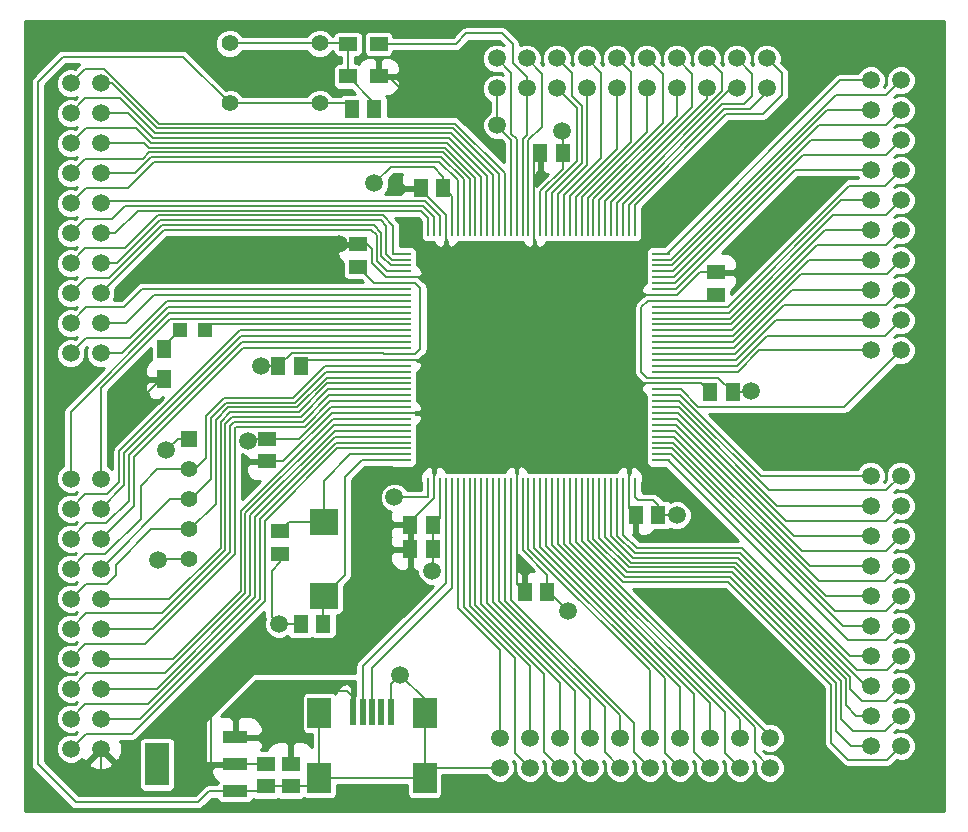
<source format=gbr>
%FSLAX46Y46*%
G04 Gerber Fmt 4.6, Leading zero omitted, Abs format (unit mm)*
G04 Created by KiCad (PCBNEW (2014-09-25 BZR 5147)-product) date jue 25 dic 2014 15:50:29 ART*
%MOMM*%
G01*
G04 APERTURE LIST*
%ADD10C,0.100000*%
%ADD11R,1.300480X1.498600*%
%ADD12R,1.498600X1.300480*%
%ADD13R,0.500380X2.301240*%
%ADD14R,1.998980X2.499360*%
%ADD15R,1.198880X1.198880*%
%ADD16R,1.397000X1.397000*%
%ADD17C,1.397000*%
%ADD18C,1.506220*%
%ADD19R,1.501140X1.198880*%
%ADD20R,1.198880X1.501140*%
%ADD21R,2.032000X3.657600*%
%ADD22R,2.032000X1.016000*%
%ADD23R,0.254000X1.524000*%
%ADD24R,1.524000X0.254000*%
%ADD25R,2.400300X2.199640*%
%ADD26C,1.500000*%
%ADD27C,0.203200*%
%ADD28C,0.254000*%
G04 APERTURE END LIST*
D10*
D11*
X135202500Y-84000000D03*
X133297500Y-84000000D03*
D12*
X128100000Y-139447500D03*
X128100000Y-141352500D03*
X126000000Y-139447500D03*
X126000000Y-141352500D03*
X127200000Y-119747500D03*
X127200000Y-121652500D03*
D11*
X130852500Y-127600000D03*
X128947500Y-127600000D03*
X147947500Y-124900000D03*
X149852500Y-124900000D03*
X157347500Y-118400000D03*
X159252500Y-118400000D03*
X163647500Y-108000000D03*
X165552500Y-108000000D03*
D12*
X164100000Y-97847500D03*
X164100000Y-99752500D03*
D11*
X149247500Y-87700000D03*
X151152500Y-87700000D03*
X139147500Y-90700000D03*
X141052500Y-90700000D03*
D12*
X133800000Y-95447500D03*
X133800000Y-97352500D03*
D11*
X128952500Y-105800000D03*
X127047500Y-105800000D03*
D12*
X126100000Y-113852500D03*
X126100000Y-111947500D03*
D11*
X138247500Y-119200000D03*
X140152500Y-119200000D03*
X138247500Y-121300000D03*
X140152500Y-121300000D03*
D13*
X133399800Y-135050680D03*
X134199900Y-135050680D03*
X135000000Y-135050680D03*
X135800100Y-135050680D03*
X136600200Y-135050680D03*
D14*
X130549920Y-135149740D03*
X130549920Y-140648840D03*
X139450080Y-135149740D03*
X139450080Y-140648840D03*
D15*
X118750980Y-102700000D03*
X120849020Y-102700000D03*
D16*
X119500000Y-111950000D03*
D17*
X119500000Y-114490000D03*
X119500000Y-117030000D03*
X119500000Y-119570000D03*
X119500000Y-122110000D03*
D18*
X168430000Y-79730000D03*
X168430000Y-82270000D03*
X165890000Y-79730000D03*
X165890000Y-82270000D03*
X163350000Y-79730000D03*
X163350000Y-82270000D03*
X160810000Y-79730000D03*
X160810000Y-82270000D03*
X158270000Y-79730000D03*
X158270000Y-82270000D03*
X155730000Y-79730000D03*
X155730000Y-82270000D03*
X153190000Y-79730000D03*
X153190000Y-82270000D03*
X150650000Y-79730000D03*
X150650000Y-82270000D03*
X148110000Y-79730000D03*
X148110000Y-82270000D03*
X145570000Y-79730000D03*
X145570000Y-82270000D03*
X109480000Y-81820000D03*
X112020000Y-81820000D03*
X109480000Y-84360000D03*
X112020000Y-84360000D03*
X109480000Y-86900000D03*
X112020000Y-86900000D03*
X109480000Y-89440000D03*
X112020000Y-89440000D03*
X109480000Y-91980000D03*
X112020000Y-91980000D03*
X109480000Y-94520000D03*
X112020000Y-94520000D03*
X109480000Y-97060000D03*
X112020000Y-97060000D03*
X109480000Y-99600000D03*
X112020000Y-99600000D03*
X109480000Y-102140000D03*
X112020000Y-102140000D03*
X109480000Y-104680000D03*
X112020000Y-104680000D03*
X109480000Y-115320000D03*
X112020000Y-115320000D03*
X109480000Y-117860000D03*
X112020000Y-117860000D03*
X109480000Y-120400000D03*
X112020000Y-120400000D03*
X109480000Y-122940000D03*
X112020000Y-122940000D03*
X109480000Y-125480000D03*
X112020000Y-125480000D03*
X109480000Y-128020000D03*
X112020000Y-128020000D03*
X109480000Y-130560000D03*
X112020000Y-130560000D03*
X109480000Y-133100000D03*
X112020000Y-133100000D03*
X109480000Y-135640000D03*
X112020000Y-135640000D03*
X109480000Y-138180000D03*
X112020000Y-138180000D03*
X177230000Y-81570000D03*
X179770000Y-81570000D03*
X177230000Y-84110000D03*
X179770000Y-84110000D03*
X177230000Y-86650000D03*
X179770000Y-86650000D03*
X177230000Y-89190000D03*
X179770000Y-89190000D03*
X177230000Y-91730000D03*
X179770000Y-91730000D03*
X177230000Y-94270000D03*
X179770000Y-94270000D03*
X177230000Y-96810000D03*
X179770000Y-96810000D03*
X177230000Y-99350000D03*
X179770000Y-99350000D03*
X177230000Y-101890000D03*
X179770000Y-101890000D03*
X177230000Y-104430000D03*
X179770000Y-104430000D03*
X177230000Y-115070000D03*
X179770000Y-115070000D03*
X177230000Y-117610000D03*
X179770000Y-117610000D03*
X177230000Y-120150000D03*
X179770000Y-120150000D03*
X177230000Y-122690000D03*
X179770000Y-122690000D03*
X177230000Y-125230000D03*
X179770000Y-125230000D03*
X177230000Y-127770000D03*
X179770000Y-127770000D03*
X177230000Y-130310000D03*
X179770000Y-130310000D03*
X177230000Y-132850000D03*
X179770000Y-132850000D03*
X177230000Y-135390000D03*
X179770000Y-135390000D03*
X177230000Y-137930000D03*
X179770000Y-137930000D03*
X168680000Y-137230000D03*
X168680000Y-139770000D03*
X166140000Y-137230000D03*
X166140000Y-139770000D03*
X163600000Y-137230000D03*
X163600000Y-139770000D03*
X161060000Y-137230000D03*
X161060000Y-139770000D03*
X158520000Y-137230000D03*
X158520000Y-139770000D03*
X155980000Y-137230000D03*
X155980000Y-139770000D03*
X153440000Y-137230000D03*
X153440000Y-139770000D03*
X150900000Y-137230000D03*
X150900000Y-139770000D03*
X148360000Y-137230000D03*
X148360000Y-139770000D03*
X145820000Y-137230000D03*
X145820000Y-139770000D03*
D19*
X135550480Y-81250000D03*
X132949520Y-81250000D03*
X135550480Y-78500000D03*
X132949520Y-78500000D03*
D20*
X117400000Y-104299520D03*
X117400000Y-106900480D03*
D17*
X122940000Y-83540000D03*
X122940000Y-78460000D03*
X130560000Y-83540000D03*
X130560000Y-78460000D03*
D21*
X116798000Y-139500000D03*
D22*
X123402000Y-139500000D03*
X123402000Y-137214000D03*
X123402000Y-141786000D03*
D23*
X157250300Y-94014500D03*
X156742300Y-94014500D03*
X156247000Y-94014500D03*
X155751700Y-94014500D03*
X155243700Y-94014500D03*
X154748400Y-94014500D03*
X154253100Y-94014500D03*
X153745100Y-94014500D03*
X153249800Y-94014500D03*
X152754500Y-94014500D03*
X152246500Y-94014500D03*
X151751200Y-94014500D03*
X151255900Y-94014500D03*
X150747900Y-94014500D03*
X150252600Y-94014500D03*
X149757300Y-94014500D03*
X149249300Y-94014500D03*
X148754000Y-94014500D03*
X148246000Y-94014500D03*
X147750700Y-94014500D03*
X147242700Y-94014500D03*
X146747400Y-94014500D03*
X146252100Y-94014500D03*
X145744100Y-94014500D03*
X145248800Y-94014500D03*
X144753500Y-94014500D03*
X144245500Y-94014500D03*
X143750200Y-94014500D03*
X143254900Y-94014500D03*
X142746900Y-94014500D03*
X142251600Y-94014500D03*
X141756300Y-94014500D03*
X141248300Y-94014500D03*
X140753000Y-94014500D03*
X140257700Y-94014500D03*
X139749700Y-94014500D03*
D24*
X137514500Y-110753100D03*
X137514500Y-111248400D03*
X137514500Y-111743700D03*
X137514500Y-112251700D03*
X137514500Y-112747000D03*
X137514500Y-113242300D03*
X137514500Y-113750300D03*
X159485500Y-111248400D03*
X159485500Y-110753100D03*
X159485500Y-110245100D03*
X159485500Y-109749800D03*
X159485500Y-109254500D03*
X159485500Y-108746500D03*
X159485500Y-108251200D03*
X159485500Y-107755900D03*
X159485500Y-107247900D03*
X159485500Y-106752600D03*
X159485500Y-106257300D03*
X159485500Y-105749300D03*
X159485500Y-105254000D03*
X159485500Y-104746000D03*
X159485500Y-104250700D03*
X159485500Y-103742700D03*
X159485500Y-103247400D03*
X159485500Y-102752100D03*
X159485500Y-102244100D03*
X159485500Y-101748800D03*
X159485500Y-101253500D03*
X159485500Y-100745500D03*
X159485500Y-100250200D03*
X159485500Y-99754900D03*
X159485500Y-99246900D03*
X159485500Y-98751600D03*
X159485500Y-98256300D03*
X159485500Y-97748300D03*
X159485500Y-97253000D03*
X159485500Y-96757700D03*
X159485500Y-96249700D03*
X137514500Y-96249700D03*
X137514500Y-96757700D03*
X137514500Y-97253000D03*
X137514500Y-97748300D03*
X137514500Y-98256300D03*
X137514500Y-98751600D03*
X137514500Y-99246900D03*
X137514500Y-99754900D03*
X137514500Y-100250200D03*
X137514500Y-100745500D03*
X137514500Y-101253500D03*
X137514500Y-101748800D03*
X137514500Y-102244100D03*
X137514500Y-102752100D03*
X137514500Y-103247400D03*
X137514500Y-103742700D03*
X137514500Y-104250700D03*
X137514500Y-104746000D03*
X137514500Y-105254000D03*
X137514500Y-105749300D03*
X137514500Y-106257300D03*
X137514500Y-106752600D03*
X137514500Y-107247900D03*
X137514500Y-107755900D03*
X137514500Y-108251200D03*
X137514500Y-108746500D03*
X137514500Y-109254500D03*
X137514500Y-109749800D03*
X137514500Y-110245100D03*
D23*
X142251600Y-115985500D03*
X142746900Y-115985500D03*
X143254900Y-115985500D03*
X143750200Y-115985500D03*
X144245500Y-115985500D03*
X144753500Y-115985500D03*
X145248800Y-115985500D03*
X145744100Y-115985500D03*
X146252100Y-115985500D03*
X146747400Y-115985500D03*
X147242700Y-115985500D03*
X147750700Y-115985500D03*
X148246000Y-115985500D03*
X148754000Y-115985500D03*
X149249300Y-115985500D03*
X149757300Y-115985500D03*
X150252600Y-115985500D03*
X150747900Y-115985500D03*
X151255900Y-115985500D03*
X151751200Y-115985500D03*
X152246500Y-115985500D03*
X152754500Y-115985500D03*
X153249800Y-115985500D03*
X153745100Y-115985500D03*
X154253100Y-115985500D03*
X154748400Y-115985500D03*
X155243700Y-115985500D03*
X155751700Y-115985500D03*
X156247000Y-115985500D03*
X156742300Y-115985500D03*
X157250300Y-115985500D03*
X139749700Y-115985500D03*
X140257700Y-115985500D03*
X140753000Y-115985500D03*
X141248300Y-115985500D03*
X141756300Y-115985500D03*
D24*
X159485500Y-113750300D03*
X159485500Y-113242300D03*
X159485500Y-112747000D03*
X159485500Y-112251700D03*
X159485500Y-111743700D03*
D25*
X130900000Y-118950400D03*
X130900000Y-125249600D03*
D26*
X135200000Y-90300000D03*
X151600000Y-126500000D03*
X160800000Y-118400000D03*
X151100000Y-85900000D03*
X167100000Y-107900000D03*
X125600000Y-105800000D03*
X116900000Y-122200000D03*
X124500000Y-112100000D03*
X137400000Y-131900000D03*
X140100000Y-123100000D03*
X127100000Y-127600000D03*
X128100000Y-133400000D03*
X136900000Y-116900000D03*
X138200000Y-83100000D03*
X132200000Y-95400000D03*
X115500000Y-108500000D03*
X117600000Y-112900000D03*
X145600000Y-85400000D03*
D27*
X122940000Y-78460000D02*
X130560000Y-78460000D01*
X132909520Y-78460000D02*
X132949520Y-78500000D01*
X130560000Y-78460000D02*
X132909520Y-78460000D01*
X132949520Y-78500000D02*
X132949520Y-81250000D01*
X135202500Y-83502980D02*
X132949520Y-81250000D01*
X135202500Y-84000000D02*
X135202500Y-83502980D01*
X126000000Y-141352500D02*
X128100000Y-141352500D01*
X123402000Y-141786000D02*
X125566500Y-141786000D01*
X125566500Y-141786000D02*
X126000000Y-141352500D01*
X137514500Y-98751600D02*
X135199100Y-98751600D01*
X135199100Y-98751600D02*
X133800000Y-97352500D01*
X141756300Y-91403800D02*
X141052500Y-90700000D01*
X141756300Y-94014500D02*
X141756300Y-91403800D01*
X157250300Y-115985500D02*
X157250300Y-116397800D01*
X163602300Y-100250200D02*
X164100000Y-99752500D01*
X141052500Y-89752500D02*
X140206402Y-88906402D01*
X140206402Y-88906402D02*
X136593598Y-88906402D01*
X136593598Y-88906402D02*
X135200000Y-90300000D01*
X141052500Y-90700000D02*
X141052500Y-89752500D01*
X149852500Y-123423080D02*
X147750700Y-121321280D01*
X147750700Y-121321280D02*
X147750700Y-115985500D01*
X149852500Y-124900000D02*
X149852500Y-123423080D01*
X150000000Y-124900000D02*
X151600000Y-126500000D01*
X149852500Y-124900000D02*
X150000000Y-124900000D01*
X157250300Y-116850300D02*
X157500000Y-117100000D01*
X157500000Y-117100000D02*
X158800000Y-117100000D01*
X158800000Y-117100000D02*
X159252500Y-117552500D01*
X159252500Y-117552500D02*
X159252500Y-118400000D01*
X157250300Y-115985500D02*
X157250300Y-116850300D01*
X159252500Y-118400000D02*
X160800000Y-118400000D01*
X149249300Y-90975960D02*
X151152500Y-89072760D01*
X151152500Y-89072760D02*
X151152500Y-87700000D01*
X149249300Y-94014500D02*
X149249300Y-90975960D01*
X151152500Y-85952500D02*
X151100000Y-85900000D01*
X151152500Y-87700000D02*
X151152500Y-85952500D01*
X163602300Y-100250200D02*
X164100000Y-99752500D01*
X159485500Y-100250200D02*
X163602300Y-100250200D01*
X164305100Y-106752600D02*
X165552500Y-108000000D01*
X159485500Y-106752600D02*
X164305100Y-106752600D01*
X167000000Y-108000000D02*
X167100000Y-107900000D01*
X165552500Y-108000000D02*
X167000000Y-108000000D01*
X128190398Y-104657102D02*
X127047500Y-105800000D01*
X135900000Y-104657102D02*
X128190398Y-104657102D01*
X135988898Y-104746000D02*
X135900000Y-104657102D01*
X137514500Y-104746000D02*
X135988898Y-104746000D01*
X127047500Y-105800000D02*
X125600000Y-105800000D01*
X116990000Y-122110000D02*
X116900000Y-122200000D01*
X119500000Y-122110000D02*
X116990000Y-122110000D01*
X128829320Y-111947500D02*
X131522320Y-109254500D01*
X131522320Y-109254500D02*
X137514500Y-109254500D01*
X126100000Y-111947500D02*
X128829320Y-111947500D01*
X124652500Y-111947500D02*
X124500000Y-112100000D01*
X126100000Y-111947500D02*
X124652500Y-111947500D01*
X132837500Y-83540000D02*
X133297500Y-84000000D01*
X130560000Y-83540000D02*
X132837500Y-83540000D01*
X130560000Y-83540000D02*
X122940000Y-83540000D01*
X129846260Y-141352500D02*
X130549920Y-140648840D01*
X128100000Y-141352500D02*
X129846260Y-141352500D01*
X130549920Y-140648840D02*
X139450080Y-140648840D01*
X139450080Y-140648840D02*
X139450080Y-135149740D01*
X136600200Y-135050680D02*
X136600200Y-132699800D01*
X136600200Y-132699800D02*
X137400000Y-131900000D01*
X139450080Y-133950080D02*
X137400000Y-131900000D01*
X139450080Y-135149740D02*
X139450080Y-133950080D01*
X130549920Y-135149740D02*
X130549920Y-140648840D01*
X140328920Y-139770000D02*
X139450080Y-140648840D01*
X145820000Y-139770000D02*
X140328920Y-139770000D01*
X138651600Y-98751600D02*
X139100000Y-99200000D01*
X139100000Y-99200000D02*
X139100000Y-104300000D01*
X139100000Y-104300000D02*
X138654000Y-104746000D01*
X138654000Y-104746000D02*
X137514500Y-104746000D01*
X137514500Y-98751600D02*
X138651600Y-98751600D01*
X158349800Y-100250200D02*
X157800000Y-100800000D01*
X157800000Y-100800000D02*
X157800000Y-106300000D01*
X157800000Y-106300000D02*
X158252600Y-106752600D01*
X158252600Y-106752600D02*
X159485500Y-106752600D01*
X159485500Y-100250200D02*
X158349800Y-100250200D01*
X140753000Y-118599500D02*
X140152500Y-119200000D01*
X140753000Y-115985500D02*
X140753000Y-118599500D01*
X140152500Y-119200000D02*
X140152500Y-121300000D01*
X140152500Y-123047500D02*
X140100000Y-123100000D01*
X140152500Y-121300000D02*
X140152500Y-123047500D01*
X121214000Y-141786000D02*
X120300000Y-142700000D01*
X120300000Y-142700000D02*
X109900000Y-142700000D01*
X109900000Y-142700000D02*
X106700000Y-139500000D01*
X106700000Y-139500000D02*
X106700000Y-81700000D01*
X106700000Y-81700000D02*
X108800000Y-79600000D01*
X108800000Y-79600000D02*
X119000000Y-79600000D01*
X119000000Y-79600000D02*
X122940000Y-83540000D01*
X123402000Y-141786000D02*
X121214000Y-141786000D01*
X127200000Y-121652500D02*
X127200000Y-122400000D01*
X127200000Y-122400000D02*
X126500000Y-123100000D01*
X126500000Y-123100000D02*
X126500000Y-127000000D01*
X126500000Y-127000000D02*
X127100000Y-127600000D01*
X127100000Y-127600000D02*
X128947500Y-127600000D01*
X123402000Y-137214000D02*
X128100000Y-137214000D01*
X128000000Y-137250000D02*
X128100000Y-137250000D01*
X128064000Y-137250000D02*
X128000000Y-137250000D01*
X128100000Y-137214000D02*
X128064000Y-137250000D01*
X128100000Y-139447500D02*
X128100000Y-137250000D01*
X133399800Y-133799800D02*
X132900000Y-133300000D01*
X132900000Y-133300000D02*
X128800000Y-133300000D01*
X128800000Y-133300000D02*
X128100000Y-134000000D01*
X128100000Y-134000000D02*
X128100000Y-137250000D01*
X133399800Y-135050680D02*
X133399800Y-133799800D01*
X128100000Y-133400000D02*
X128100000Y-137200000D01*
X128100000Y-137200000D02*
X128100000Y-137250000D01*
X139749700Y-115985500D02*
X139749700Y-116875560D01*
X139749700Y-116875560D02*
X139725260Y-116900000D01*
X139725260Y-116900000D02*
X136900000Y-116900000D01*
X127997100Y-118950400D02*
X127200000Y-119747500D01*
X130900000Y-118950400D02*
X127997100Y-118950400D01*
X133157700Y-113242300D02*
X130900000Y-115500000D01*
X130900000Y-115500000D02*
X130900000Y-118950400D01*
X137514500Y-113242300D02*
X133157700Y-113242300D01*
X130852500Y-125297100D02*
X130900000Y-125249600D01*
X130852500Y-127600000D02*
X130852500Y-125297100D01*
X134149700Y-113750300D02*
X132700000Y-115200000D01*
X132700000Y-115200000D02*
X132700000Y-123449600D01*
X132700000Y-123449600D02*
X130900000Y-125249600D01*
X137514500Y-113750300D02*
X134149700Y-113750300D01*
X137514500Y-98256300D02*
X136181560Y-98256300D01*
X134980794Y-95880794D02*
X134547500Y-95447500D01*
X134980794Y-97055534D02*
X134980794Y-95880794D01*
X136181560Y-98256300D02*
X134980794Y-97055534D01*
X134547500Y-95447500D02*
X133800000Y-95447500D01*
X139147500Y-90898020D02*
X139147500Y-90700000D01*
X141248300Y-92998820D02*
X139147500Y-90898020D01*
X141248300Y-94014500D02*
X141248300Y-92998820D01*
X156742300Y-117794800D02*
X157347500Y-118400000D01*
X147242700Y-124195200D02*
X147947500Y-124900000D01*
X147242700Y-115985500D02*
X147242700Y-124195200D01*
X156742300Y-117794800D02*
X157347500Y-118400000D01*
X156742300Y-115985500D02*
X156742300Y-117794800D01*
X147242700Y-106257300D02*
X147242700Y-115985500D01*
X147242700Y-106257300D02*
X148500000Y-105000000D01*
X156742300Y-113242300D02*
X148500000Y-105000000D01*
X156742300Y-115985500D02*
X156742300Y-113242300D01*
X148754000Y-104746000D02*
X148500000Y-105000000D01*
X148754000Y-94014500D02*
X148754000Y-104746000D01*
X148754000Y-88193500D02*
X149247500Y-87700000D01*
X148754000Y-94014500D02*
X148754000Y-88193500D01*
X141248300Y-97748300D02*
X148500000Y-105000000D01*
X141248300Y-94014500D02*
X141248300Y-97748300D01*
X143750200Y-109749800D02*
X148500000Y-105000000D01*
X137514500Y-109749800D02*
X143750200Y-109749800D01*
X148246000Y-105254000D02*
X148500000Y-105000000D01*
X137514500Y-105254000D02*
X148246000Y-105254000D01*
X141756300Y-98256300D02*
X148500000Y-105000000D01*
X137514500Y-98256300D02*
X141756300Y-98256300D01*
X153745100Y-99754900D02*
X148500000Y-105000000D01*
X159485500Y-99754900D02*
X153745100Y-99754900D01*
X150747900Y-107247900D02*
X148500000Y-105000000D01*
X159485500Y-107247900D02*
X150747900Y-107247900D01*
X160845100Y-99754900D02*
X162752500Y-97847500D01*
X162752500Y-97847500D02*
X164100000Y-97847500D01*
X159485500Y-99754900D02*
X160845100Y-99754900D01*
X162895400Y-107247900D02*
X163647500Y-108000000D01*
X159485500Y-107247900D02*
X162895400Y-107247900D01*
X131601760Y-109749800D02*
X127499060Y-113852500D01*
X127499060Y-113852500D02*
X126100000Y-113852500D01*
X137514500Y-109749800D02*
X131601760Y-109749800D01*
X129509504Y-105254000D02*
X137514500Y-105254000D01*
X128963504Y-105800000D02*
X129509504Y-105254000D01*
X128952500Y-105800000D02*
X128963504Y-105800000D01*
X126000000Y-139447500D02*
X123454500Y-139447500D01*
X123454500Y-139447500D02*
X123402000Y-139500000D01*
X123402000Y-139500000D02*
X121400000Y-139500000D01*
X136350000Y-81250000D02*
X138200000Y-83100000D01*
X132247500Y-95447500D02*
X132200000Y-95400000D01*
X132247500Y-95447500D02*
X133800000Y-95447500D01*
X135550480Y-81250000D02*
X136350000Y-81250000D01*
X117099520Y-106900480D02*
X117400000Y-106900480D01*
X115500000Y-108500000D02*
X117099520Y-106900480D01*
X112020000Y-139920000D02*
X114300000Y-142200000D01*
X114300000Y-142200000D02*
X118700000Y-142200000D01*
X118700000Y-142200000D02*
X121400000Y-139500000D01*
X112020000Y-138180000D02*
X112020000Y-139920000D01*
X138247500Y-121300000D02*
X138247500Y-119200000D01*
X140257700Y-116942300D02*
X140257700Y-115985500D01*
X138247500Y-118952500D02*
X140257700Y-116942300D01*
X138247500Y-119200000D02*
X138247500Y-118952500D01*
X140257700Y-113242300D02*
X148500000Y-105000000D01*
X140257700Y-115985500D02*
X140257700Y-113242300D01*
X121400000Y-134300000D02*
X125200000Y-130500000D01*
X125200000Y-130500000D02*
X132800000Y-130500000D01*
X132800000Y-130500000D02*
X138247500Y-125052500D01*
X138247500Y-125052500D02*
X138247500Y-121300000D01*
X121400000Y-139500000D02*
X121400000Y-134300000D01*
X136600000Y-119200000D02*
X135500000Y-118100000D01*
X135500000Y-118100000D02*
X135500000Y-116000000D01*
X135500000Y-116000000D02*
X136400000Y-115100000D01*
X136400000Y-115100000D02*
X138400000Y-115100000D01*
X138400000Y-115100000D02*
X148500000Y-105000000D01*
X138247500Y-119200000D02*
X136600000Y-119200000D01*
X141248300Y-115985500D02*
X141248300Y-124151700D01*
X134199900Y-131200100D02*
X134199900Y-135050680D01*
X141248300Y-124151700D02*
X134199900Y-131200100D01*
X135000000Y-135050680D02*
X135000000Y-131300000D01*
X141756300Y-124543700D02*
X141756300Y-115985500D01*
X135000000Y-131300000D02*
X141756300Y-124543700D01*
X118750980Y-102700000D02*
X118750980Y-102948540D01*
X117400000Y-104050980D02*
X118750980Y-102700000D01*
X117400000Y-104299520D02*
X117400000Y-104050980D01*
X121304920Y-102244100D02*
X120849020Y-102700000D01*
X137514500Y-102244100D02*
X121304920Y-102244100D01*
X146747400Y-94014500D02*
X146747400Y-86622140D01*
X145570000Y-85444740D02*
X145570000Y-82270000D01*
X146747400Y-86622140D02*
X145570000Y-85444740D01*
X118550000Y-111950000D02*
X117600000Y-112900000D01*
X145600000Y-85400000D02*
X145570000Y-85430000D01*
X145570000Y-85430000D02*
X145570000Y-85444740D01*
X119500000Y-111950000D02*
X118550000Y-111950000D01*
X131004340Y-105749300D02*
X128292052Y-108461588D01*
X128292052Y-108461588D02*
X122489972Y-108461588D01*
X122489972Y-108461588D02*
X120961588Y-109989972D01*
X120961588Y-109989972D02*
X120961588Y-113538412D01*
X120961588Y-113538412D02*
X120010000Y-114490000D01*
X120010000Y-114490000D02*
X119500000Y-114490000D01*
X137514500Y-105749300D02*
X131004340Y-105749300D01*
X116810000Y-114490000D02*
X119500000Y-114490000D01*
X115400000Y-115900000D02*
X116810000Y-114490000D01*
X115400000Y-118700000D02*
X115400000Y-115900000D01*
X112400000Y-121700000D02*
X115400000Y-118700000D01*
X110700000Y-121700000D02*
X112400000Y-121700000D01*
X109480000Y-122920000D02*
X110700000Y-121700000D01*
X109480000Y-122940000D02*
X109480000Y-122920000D01*
X119637990Y-117030000D02*
X121367990Y-115300000D01*
X121367990Y-115300000D02*
X121367990Y-110158310D01*
X121367990Y-110158310D02*
X122658310Y-108867990D01*
X122658310Y-108867990D02*
X128460390Y-108867990D01*
X128460390Y-108867990D02*
X131071080Y-106257300D01*
X131071080Y-106257300D02*
X137514500Y-106257300D01*
X119500000Y-117030000D02*
X119637990Y-117030000D01*
X117930000Y-117030000D02*
X112020000Y-122940000D01*
X119500000Y-117030000D02*
X117930000Y-117030000D01*
X131150520Y-106752600D02*
X128628728Y-109274392D01*
X128628728Y-109274392D02*
X122826648Y-109274392D01*
X122826648Y-109274392D02*
X121774392Y-110326648D01*
X121774392Y-110326648D02*
X121774392Y-117425608D01*
X121774392Y-117425608D02*
X119630000Y-119570000D01*
X119630000Y-119570000D02*
X119500000Y-119570000D01*
X137514500Y-106752600D02*
X131150520Y-106752600D01*
X116330000Y-119570000D02*
X113300000Y-122600000D01*
X113300000Y-122600000D02*
X113300000Y-123500000D01*
X113300000Y-123500000D02*
X112600000Y-124200000D01*
X112600000Y-124200000D02*
X110760000Y-124200000D01*
X110760000Y-124200000D02*
X109480000Y-125480000D01*
X119500000Y-119570000D02*
X116330000Y-119570000D01*
X157250300Y-92170800D02*
X165008296Y-84412804D01*
X165008296Y-84412804D02*
X168087196Y-84412804D01*
X168087196Y-84412804D02*
X169700000Y-82800000D01*
X169700000Y-82800000D02*
X169700000Y-81000000D01*
X169700000Y-81000000D02*
X168430000Y-79730000D01*
X157250300Y-94014500D02*
X157250300Y-92170800D01*
X168430000Y-82544740D02*
X168430000Y-82270000D01*
X156742300Y-92104060D02*
X164839958Y-84006402D01*
X164839958Y-84006402D02*
X166968338Y-84006402D01*
X166968338Y-84006402D02*
X168430000Y-82544740D01*
X156742300Y-94014500D02*
X156742300Y-92104060D01*
X156247000Y-92024620D02*
X164671620Y-83600000D01*
X164671620Y-83600000D02*
X166500000Y-83600000D01*
X166500000Y-83600000D02*
X167200000Y-82900000D01*
X167200000Y-82900000D02*
X167200000Y-81040000D01*
X167200000Y-81040000D02*
X165890000Y-79730000D01*
X156247000Y-94014500D02*
X156247000Y-92024620D01*
X165426880Y-82270000D02*
X165890000Y-82270000D01*
X155751700Y-91945180D02*
X165426880Y-82270000D01*
X155751700Y-94014500D02*
X155751700Y-91945180D01*
X155243700Y-91878440D02*
X164600000Y-82522140D01*
X164600000Y-82522140D02*
X164600000Y-80980000D01*
X164600000Y-80980000D02*
X163350000Y-79730000D01*
X155243700Y-94014500D02*
X155243700Y-91878440D01*
X154748400Y-91799000D02*
X163350000Y-83197400D01*
X163350000Y-83197400D02*
X163350000Y-82270000D01*
X154748400Y-94014500D02*
X154748400Y-91799000D01*
X154253100Y-91719560D02*
X162100000Y-83872660D01*
X162100000Y-83872660D02*
X162100000Y-81020000D01*
X162100000Y-81020000D02*
X160810000Y-79730000D01*
X154253100Y-94014500D02*
X154253100Y-91719560D01*
X153745100Y-91652820D02*
X160810000Y-84587920D01*
X160810000Y-84587920D02*
X160810000Y-82270000D01*
X153745100Y-94014500D02*
X153745100Y-91652820D01*
X153249800Y-91573380D02*
X159600000Y-85223180D01*
X159600000Y-85223180D02*
X159600000Y-81060000D01*
X159600000Y-81060000D02*
X158270000Y-79730000D01*
X153249800Y-94014500D02*
X153249800Y-91573380D01*
X152754500Y-91493940D02*
X158270000Y-85978440D01*
X158270000Y-85978440D02*
X158270000Y-82270000D01*
X152754500Y-94014500D02*
X152754500Y-91493940D01*
X152246500Y-91427200D02*
X156900000Y-86773700D01*
X156900000Y-86773700D02*
X156900000Y-80900000D01*
X156900000Y-80900000D02*
X155730000Y-79730000D01*
X152246500Y-94014500D02*
X152246500Y-91427200D01*
X151751200Y-91347760D02*
X155730000Y-87368960D01*
X155730000Y-87368960D02*
X155730000Y-82270000D01*
X151751200Y-94014500D02*
X151751200Y-91347760D01*
X151255900Y-91268320D02*
X154400000Y-88124220D01*
X154400000Y-88124220D02*
X154400000Y-80940000D01*
X154400000Y-80940000D02*
X153190000Y-79730000D01*
X151255900Y-94014500D02*
X151255900Y-91268320D01*
X150747900Y-91201580D02*
X153190000Y-88759480D01*
X153190000Y-88759480D02*
X153190000Y-82270000D01*
X150747900Y-94014500D02*
X150747900Y-91201580D01*
X150252600Y-94014500D02*
X150252600Y-91122140D01*
X151900000Y-80980000D02*
X150650000Y-79730000D01*
X151900000Y-82900000D02*
X151900000Y-80980000D01*
X152783598Y-83783598D02*
X151900000Y-82900000D01*
X152783598Y-88591142D02*
X152783598Y-83783598D01*
X150252600Y-91122140D02*
X152783598Y-88591142D01*
X149757300Y-94014500D02*
X149757300Y-91042700D01*
X152377196Y-83951936D02*
X150695260Y-82270000D01*
X152377196Y-88422804D02*
X152377196Y-83951936D01*
X149757300Y-91042700D02*
X152377196Y-88422804D01*
X150695260Y-82270000D02*
X150650000Y-82270000D01*
X148246000Y-94014500D02*
X148246000Y-86654000D01*
X149400000Y-81020000D02*
X148110000Y-79730000D01*
X149400000Y-85500000D02*
X149400000Y-81020000D01*
X148246000Y-86654000D02*
X149400000Y-85500000D01*
X147750700Y-94014500D02*
X147750700Y-86574560D01*
X148110000Y-86215260D02*
X148110000Y-82270000D01*
X147750700Y-86574560D02*
X148110000Y-86215260D01*
X142100000Y-78500000D02*
X143000000Y-77600000D01*
X143000000Y-77600000D02*
X146000000Y-77600000D01*
X146000000Y-77600000D02*
X146900000Y-78500000D01*
X146900000Y-78500000D02*
X146900000Y-80100000D01*
X146900000Y-80100000D02*
X148110000Y-81310000D01*
X148110000Y-81310000D02*
X148110000Y-82270000D01*
X135550480Y-78500000D02*
X142100000Y-78500000D01*
X147242700Y-94014500D02*
X147242700Y-86542700D01*
X146800000Y-80960000D02*
X145570000Y-79730000D01*
X146800000Y-86100000D02*
X146800000Y-80960000D01*
X147242700Y-86542700D02*
X146800000Y-86100000D01*
X146252100Y-94014500D02*
X146252100Y-89454180D01*
X110700000Y-80600000D02*
X109480000Y-81820000D01*
X112298960Y-80600000D02*
X110700000Y-80600000D01*
X116947744Y-85248784D02*
X112298960Y-80600000D01*
X142046704Y-85248784D02*
X116947744Y-85248784D01*
X146252100Y-89454180D02*
X142046704Y-85248784D01*
X145744100Y-94014500D02*
X145744100Y-89520920D01*
X112944220Y-81820000D02*
X112020000Y-81820000D01*
X116779406Y-85655186D02*
X112944220Y-81820000D01*
X141878366Y-85655186D02*
X116779406Y-85655186D01*
X145744100Y-89520920D02*
X141878366Y-85655186D01*
X145248800Y-94014500D02*
X145248800Y-89600360D01*
X110740000Y-83100000D02*
X109480000Y-84360000D01*
X113649480Y-83100000D02*
X110740000Y-83100000D01*
X116611068Y-86061588D02*
X113649480Y-83100000D01*
X141710028Y-86061588D02*
X116611068Y-86061588D01*
X145248800Y-89600360D02*
X141710028Y-86061588D01*
X144753500Y-94014500D02*
X144753500Y-89679800D01*
X114334740Y-84360000D02*
X112020000Y-84360000D01*
X116442730Y-86467990D02*
X114334740Y-84360000D01*
X141541690Y-86467990D02*
X116442730Y-86467990D01*
X144753500Y-89679800D02*
X141541690Y-86467990D01*
X144245500Y-94014500D02*
X144245500Y-89746540D01*
X110780000Y-85600000D02*
X109480000Y-86900000D01*
X115000000Y-85600000D02*
X110780000Y-85600000D01*
X116274392Y-86874392D02*
X115000000Y-85600000D01*
X141373352Y-86874392D02*
X116274392Y-86874392D01*
X144245500Y-89746540D02*
X141373352Y-86874392D01*
X143750200Y-94014500D02*
X143750200Y-89825980D01*
X115700000Y-86900000D02*
X112020000Y-86900000D01*
X116080794Y-87280794D02*
X115700000Y-86900000D01*
X141205014Y-87280794D02*
X116080794Y-87280794D01*
X143750200Y-89825980D02*
X141205014Y-87280794D01*
X143254900Y-89905420D02*
X141036676Y-87687196D01*
X141036676Y-87687196D02*
X116112804Y-87687196D01*
X116112804Y-87687196D02*
X115600000Y-88200000D01*
X115600000Y-88200000D02*
X110720000Y-88200000D01*
X110720000Y-88200000D02*
X109480000Y-89440000D01*
X143254900Y-94014500D02*
X143254900Y-89905420D01*
X142746900Y-89972160D02*
X140868338Y-88093598D01*
X140868338Y-88093598D02*
X116281142Y-88093598D01*
X116281142Y-88093598D02*
X114934740Y-89440000D01*
X114934740Y-89440000D02*
X112020000Y-89440000D01*
X142746900Y-94014500D02*
X142746900Y-89972160D01*
X142251600Y-94014500D02*
X142251600Y-90051600D01*
X110760000Y-90700000D02*
X109480000Y-91980000D01*
X114300000Y-90700000D02*
X110760000Y-90700000D01*
X116500000Y-88500000D02*
X114300000Y-90700000D01*
X140700000Y-88500000D02*
X116500000Y-88500000D01*
X142251600Y-90051600D02*
X140700000Y-88500000D01*
X140753000Y-94014500D02*
X140753000Y-93078260D01*
X139474740Y-91800000D02*
X112200000Y-91800000D01*
X140753000Y-93078260D02*
X139474740Y-91800000D01*
X112200000Y-91800000D02*
X112020000Y-91980000D01*
X140257700Y-94014500D02*
X140257700Y-93157700D01*
X110700000Y-93300000D02*
X109480000Y-94520000D01*
X113000000Y-93300000D02*
X110700000Y-93300000D01*
X114093598Y-92206402D02*
X113000000Y-93300000D01*
X139306402Y-92206402D02*
X114093598Y-92206402D01*
X140257700Y-93157700D02*
X139306402Y-92206402D01*
X139749700Y-94014500D02*
X139749700Y-93224440D01*
X113280000Y-94520000D02*
X112020000Y-94520000D01*
X115187196Y-92612804D02*
X113280000Y-94520000D01*
X139138064Y-92612804D02*
X115187196Y-92612804D01*
X139749700Y-93224440D02*
X139138064Y-92612804D01*
X139749700Y-94014500D02*
X139749700Y-93449700D01*
X137514500Y-96249700D02*
X136749700Y-96249700D01*
X136749700Y-96249700D02*
X136800000Y-96199400D01*
X136800000Y-96199400D02*
X136800000Y-93919206D01*
X136800000Y-93919206D02*
X135900000Y-93019206D01*
X135900000Y-93019206D02*
X116880794Y-93019206D01*
X116880794Y-93019206D02*
X114100000Y-95800000D01*
X114100000Y-95800000D02*
X110740000Y-95800000D01*
X110740000Y-95800000D02*
X109480000Y-97060000D01*
X112020000Y-97060000D02*
X113414740Y-97060000D01*
X136657700Y-96757700D02*
X137514500Y-96757700D01*
X136200000Y-96300000D02*
X136657700Y-96757700D01*
X136200000Y-93893946D02*
X136200000Y-96300000D01*
X135731662Y-93425608D02*
X136200000Y-93893946D01*
X117049132Y-93425608D02*
X135731662Y-93425608D01*
X113414740Y-97060000D02*
X117049132Y-93425608D01*
X137514500Y-97253000D02*
X136578260Y-97253000D01*
X110780000Y-98300000D02*
X109480000Y-99600000D01*
X112749480Y-98300000D02*
X110780000Y-98300000D01*
X117217470Y-93832010D02*
X112749480Y-98300000D01*
X135132010Y-93832010D02*
X117217470Y-93832010D01*
X135793598Y-94493598D02*
X135132010Y-93832010D01*
X135793598Y-96468338D02*
X135793598Y-94493598D01*
X136578260Y-97253000D02*
X135793598Y-96468338D01*
X112020000Y-99600000D02*
X112024220Y-99600000D01*
X112024220Y-99600000D02*
X117385808Y-94238412D01*
X117385808Y-94238412D02*
X134938412Y-94238412D01*
X134938412Y-94238412D02*
X135387196Y-94687196D01*
X135387196Y-94687196D02*
X135387196Y-96887196D01*
X135387196Y-96887196D02*
X136248300Y-97748300D01*
X136248300Y-97748300D02*
X137514500Y-97748300D01*
X137514500Y-99246900D02*
X115553100Y-99246900D01*
X110820000Y-100800000D02*
X109480000Y-102140000D01*
X114000000Y-100800000D02*
X110820000Y-100800000D01*
X115553100Y-99246900D02*
X114000000Y-100800000D01*
X137514500Y-99754900D02*
X116545100Y-99754900D01*
X114160000Y-102140000D02*
X112020000Y-102140000D01*
X116545100Y-99754900D02*
X114160000Y-102140000D01*
X137514500Y-100250200D02*
X117649800Y-100250200D01*
X110760000Y-103400000D02*
X109480000Y-104680000D01*
X114500000Y-103400000D02*
X110760000Y-103400000D01*
X117649800Y-100250200D02*
X114500000Y-103400000D01*
X137514500Y-100745500D02*
X117754500Y-100745500D01*
X113820000Y-104680000D02*
X112020000Y-104680000D01*
X117754500Y-100745500D02*
X113820000Y-104680000D01*
X137514500Y-101253500D02*
X117846500Y-101253500D01*
X109480000Y-109620000D02*
X109480000Y-115320000D01*
X117846500Y-101253500D02*
X109480000Y-109620000D01*
X137514500Y-101748800D02*
X117925940Y-101748800D01*
X112020000Y-107654740D02*
X112020000Y-115320000D01*
X117925940Y-101748800D02*
X112020000Y-107654740D01*
X123847900Y-102752100D02*
X113600000Y-113000000D01*
X113600000Y-113000000D02*
X113600000Y-115600000D01*
X113600000Y-115600000D02*
X112600000Y-116600000D01*
X112600000Y-116600000D02*
X110740000Y-116600000D01*
X110740000Y-116600000D02*
X109480000Y-117860000D01*
X137514500Y-102752100D02*
X123847900Y-102752100D01*
X123927340Y-103247400D02*
X114006402Y-113168338D01*
X114006402Y-113168338D02*
X114006402Y-115873598D01*
X114006402Y-115873598D02*
X112020000Y-117860000D01*
X137514500Y-103247400D02*
X123927340Y-103247400D01*
X124006780Y-103742700D02*
X114412804Y-113336676D01*
X114412804Y-113336676D02*
X114412804Y-117187196D01*
X114412804Y-117187196D02*
X112500000Y-119100000D01*
X112500000Y-119100000D02*
X110780000Y-119100000D01*
X110780000Y-119100000D02*
X109480000Y-120400000D01*
X137514500Y-103742700D02*
X124006780Y-103742700D01*
X124073520Y-104250700D02*
X114819206Y-113505014D01*
X114819206Y-113505014D02*
X114819206Y-117600794D01*
X114819206Y-117600794D02*
X112020000Y-120400000D01*
X137514500Y-104250700D02*
X124073520Y-104250700D01*
X117847340Y-125480000D02*
X122180794Y-121146546D01*
X122180794Y-121146546D02*
X122180794Y-110494986D01*
X122180794Y-110494986D02*
X122994986Y-109680794D01*
X122994986Y-109680794D02*
X128797066Y-109680794D01*
X128797066Y-109680794D02*
X131229960Y-107247900D01*
X131229960Y-107247900D02*
X137514500Y-107247900D01*
X112020000Y-125480000D02*
X117847340Y-125480000D01*
X131296700Y-107755900D02*
X128965404Y-110087196D01*
X128965404Y-110087196D02*
X123163324Y-110087196D01*
X123163324Y-110087196D02*
X122587196Y-110663324D01*
X122587196Y-110663324D02*
X122587196Y-121314884D01*
X122587196Y-121314884D02*
X117202080Y-126700000D01*
X117202080Y-126700000D02*
X110800000Y-126700000D01*
X110800000Y-126700000D02*
X109480000Y-128020000D01*
X137514500Y-107755900D02*
X131296700Y-107755900D01*
X116456820Y-128020000D02*
X122993598Y-121483222D01*
X122993598Y-121483222D02*
X122993598Y-110831662D01*
X122993598Y-110831662D02*
X123331662Y-110493598D01*
X123331662Y-110493598D02*
X129133742Y-110493598D01*
X129133742Y-110493598D02*
X131376140Y-108251200D01*
X131376140Y-108251200D02*
X137514500Y-108251200D01*
X112020000Y-128020000D02*
X116456820Y-128020000D01*
X109480000Y-130560000D02*
X109480000Y-130420000D01*
X131455580Y-108746500D02*
X129302080Y-110900000D01*
X129302080Y-110900000D02*
X123500000Y-110900000D01*
X123500000Y-110900000D02*
X123400000Y-111000000D01*
X123400000Y-111000000D02*
X123400000Y-121651560D01*
X123400000Y-121651560D02*
X115751560Y-129300000D01*
X115751560Y-129300000D02*
X110740000Y-129300000D01*
X110740000Y-129300000D02*
X109480000Y-130560000D01*
X137514500Y-108746500D02*
X131455580Y-108746500D01*
X118166300Y-130560000D02*
X123867990Y-124858310D01*
X123867990Y-124858310D02*
X123867990Y-118058310D01*
X123867990Y-118058310D02*
X131681200Y-110245100D01*
X131681200Y-110245100D02*
X137514500Y-110245100D01*
X112020000Y-130560000D02*
X118166300Y-130560000D01*
X131747940Y-110753100D02*
X124274392Y-118226648D01*
X124274392Y-118226648D02*
X124274392Y-125026648D01*
X124274392Y-125026648D02*
X117501040Y-131800000D01*
X117501040Y-131800000D02*
X110780000Y-131800000D01*
X110780000Y-131800000D02*
X109480000Y-133100000D01*
X137514500Y-110753100D02*
X131747940Y-110753100D01*
X116775780Y-133100000D02*
X124680794Y-125194986D01*
X124680794Y-125194986D02*
X124680794Y-118394986D01*
X124680794Y-118394986D02*
X131827380Y-111248400D01*
X131827380Y-111248400D02*
X137514500Y-111248400D01*
X112020000Y-133100000D02*
X116775780Y-133100000D01*
X131906820Y-111743700D02*
X125087196Y-118563324D01*
X125087196Y-118563324D02*
X125087196Y-125363324D01*
X125087196Y-125363324D02*
X116050520Y-134400000D01*
X116050520Y-134400000D02*
X110720000Y-134400000D01*
X110720000Y-134400000D02*
X109480000Y-135640000D01*
X137514500Y-111743700D02*
X131906820Y-111743700D01*
X115385260Y-135640000D02*
X125493598Y-125531662D01*
X125493598Y-125531662D02*
X125493598Y-118731662D01*
X125493598Y-118731662D02*
X131973560Y-112251700D01*
X131973560Y-112251700D02*
X137514500Y-112251700D01*
X112020000Y-135640000D02*
X115385260Y-135640000D01*
X132053000Y-112747000D02*
X125900000Y-118900000D01*
X125900000Y-118900000D02*
X125900000Y-125700000D01*
X125900000Y-125700000D02*
X114700000Y-136900000D01*
X114700000Y-136900000D02*
X110760000Y-136900000D01*
X110760000Y-136900000D02*
X109480000Y-138180000D01*
X137514500Y-112747000D02*
X132053000Y-112747000D01*
X174630000Y-81570000D02*
X177230000Y-81570000D01*
X159950300Y-96249700D02*
X174630000Y-81570000D01*
X159485500Y-96249700D02*
X159950300Y-96249700D01*
X160342300Y-96757700D02*
X174300000Y-82800000D01*
X174300000Y-82800000D02*
X178540000Y-82800000D01*
X178540000Y-82800000D02*
X179770000Y-81570000D01*
X159485500Y-96757700D02*
X160342300Y-96757700D01*
X160421740Y-97253000D02*
X173564740Y-84110000D01*
X173564740Y-84110000D02*
X177230000Y-84110000D01*
X159485500Y-97253000D02*
X160421740Y-97253000D01*
X160501180Y-97748300D02*
X172849480Y-85400000D01*
X172849480Y-85400000D02*
X178480000Y-85400000D01*
X178480000Y-85400000D02*
X179770000Y-84110000D01*
X159485500Y-97748300D02*
X160501180Y-97748300D01*
X160567920Y-98256300D02*
X172174220Y-86650000D01*
X172174220Y-86650000D02*
X177230000Y-86650000D01*
X159485500Y-98256300D02*
X160567920Y-98256300D01*
X160647360Y-98751600D02*
X171498960Y-87900000D01*
X171498960Y-87900000D02*
X178520000Y-87900000D01*
X178520000Y-87900000D02*
X179770000Y-86650000D01*
X159485500Y-98751600D02*
X160647360Y-98751600D01*
X160726800Y-99246900D02*
X170783700Y-89190000D01*
X170783700Y-89190000D02*
X177230000Y-89190000D01*
X159485500Y-99246900D02*
X160726800Y-99246900D01*
X165154500Y-100745500D02*
X175400000Y-90500000D01*
X175400000Y-90500000D02*
X178460000Y-90500000D01*
X178460000Y-90500000D02*
X179770000Y-89190000D01*
X159485500Y-100745500D02*
X165154500Y-100745500D01*
X165221240Y-101253500D02*
X174744740Y-91730000D01*
X174744740Y-91730000D02*
X177230000Y-91730000D01*
X159485500Y-101253500D02*
X165221240Y-101253500D01*
X165300680Y-101748800D02*
X174049480Y-93000000D01*
X174049480Y-93000000D02*
X178500000Y-93000000D01*
X178500000Y-93000000D02*
X179770000Y-91730000D01*
X159485500Y-101748800D02*
X165300680Y-101748800D01*
X165380120Y-102244100D02*
X173354220Y-94270000D01*
X173354220Y-94270000D02*
X177230000Y-94270000D01*
X159485500Y-102244100D02*
X165380120Y-102244100D01*
X165446860Y-102752100D02*
X172698960Y-95500000D01*
X172698960Y-95500000D02*
X178540000Y-95500000D01*
X178540000Y-95500000D02*
X179770000Y-94270000D01*
X159485500Y-102752100D02*
X165446860Y-102752100D01*
X165526300Y-103247400D02*
X171963700Y-96810000D01*
X171963700Y-96810000D02*
X177230000Y-96810000D01*
X159485500Y-103247400D02*
X165526300Y-103247400D01*
X165605740Y-103742700D02*
X171348440Y-98000000D01*
X171348440Y-98000000D02*
X178580000Y-98000000D01*
X178580000Y-98000000D02*
X179770000Y-96810000D01*
X159485500Y-103742700D02*
X165605740Y-103742700D01*
X165672480Y-104250700D02*
X170573180Y-99350000D01*
X170573180Y-99350000D02*
X177230000Y-99350000D01*
X159485500Y-104250700D02*
X165672480Y-104250700D01*
X165751920Y-104746000D02*
X169897920Y-100600000D01*
X169897920Y-100600000D02*
X178520000Y-100600000D01*
X178520000Y-100600000D02*
X179770000Y-99350000D01*
X159485500Y-104746000D02*
X165751920Y-104746000D01*
X165818660Y-105254000D02*
X169182660Y-101890000D01*
X169182660Y-101890000D02*
X177230000Y-101890000D01*
X159485500Y-105254000D02*
X165818660Y-105254000D01*
X165898100Y-105749300D02*
X168447400Y-103200000D01*
X168447400Y-103200000D02*
X178460000Y-103200000D01*
X178460000Y-103200000D02*
X179770000Y-101890000D01*
X159485500Y-105749300D02*
X165898100Y-105749300D01*
X165964840Y-106257300D02*
X167792140Y-104430000D01*
X167792140Y-104430000D02*
X177230000Y-104430000D01*
X159485500Y-106257300D02*
X165964840Y-106257300D01*
X159485500Y-107755900D02*
X161178040Y-107755900D01*
X175000000Y-109200000D02*
X179770000Y-104430000D01*
X162622140Y-109200000D02*
X175000000Y-109200000D01*
X161178040Y-107755900D02*
X162622140Y-109200000D01*
X159485500Y-108251200D02*
X161098600Y-108251200D01*
X167917400Y-115070000D02*
X177230000Y-115070000D01*
X161098600Y-108251200D02*
X167917400Y-115070000D01*
X159485500Y-108746500D02*
X161019160Y-108746500D01*
X178540000Y-116300000D02*
X179770000Y-115070000D01*
X168572660Y-116300000D02*
X178540000Y-116300000D01*
X161019160Y-108746500D02*
X168572660Y-116300000D01*
X159485500Y-109254500D02*
X160952420Y-109254500D01*
X169307920Y-117610000D02*
X177230000Y-117610000D01*
X160952420Y-109254500D02*
X169307920Y-117610000D01*
X159485500Y-109749800D02*
X160872980Y-109749800D01*
X178480000Y-118900000D02*
X179770000Y-117610000D01*
X170023180Y-118900000D02*
X178480000Y-118900000D01*
X160872980Y-109749800D02*
X170023180Y-118900000D01*
X159485500Y-110245100D02*
X160793540Y-110245100D01*
X170698440Y-120150000D02*
X177230000Y-120150000D01*
X160793540Y-110245100D02*
X170698440Y-120150000D01*
X176576300Y-120150000D02*
X177230000Y-120150000D01*
X159485500Y-110753100D02*
X160726800Y-110753100D01*
X178520000Y-121400000D02*
X179770000Y-120150000D01*
X171373700Y-121400000D02*
X178520000Y-121400000D01*
X160726800Y-110753100D02*
X171373700Y-121400000D01*
X177230000Y-122690000D02*
X172088960Y-122690000D01*
X160647360Y-111248400D02*
X159485500Y-111248400D01*
X172088960Y-122690000D02*
X160647360Y-111248400D01*
X159485500Y-111743700D02*
X160567920Y-111743700D01*
X178460000Y-124000000D02*
X179770000Y-122690000D01*
X172824220Y-124000000D02*
X178460000Y-124000000D01*
X160567920Y-111743700D02*
X172824220Y-124000000D01*
X159485500Y-112251700D02*
X160501180Y-112251700D01*
X173479480Y-125230000D02*
X177230000Y-125230000D01*
X160501180Y-112251700D02*
X173479480Y-125230000D01*
X159485500Y-112747000D02*
X160421740Y-112747000D01*
X178500000Y-126500000D02*
X179770000Y-125230000D01*
X174174740Y-126500000D02*
X178500000Y-126500000D01*
X160421740Y-112747000D02*
X174174740Y-126500000D01*
X159485500Y-113242300D02*
X160342300Y-113242300D01*
X174870000Y-127770000D02*
X177230000Y-127770000D01*
X160342300Y-113242300D02*
X174870000Y-127770000D01*
X159485500Y-113750300D02*
X160050300Y-113750300D01*
X160050300Y-113750300D02*
X175300000Y-129000000D01*
X175300000Y-129000000D02*
X178540000Y-129000000D01*
X178540000Y-129000000D02*
X179770000Y-127770000D01*
X156247000Y-115985500D02*
X156247000Y-120047000D01*
X175435260Y-130310000D02*
X177230000Y-130310000D01*
X166325260Y-121200000D02*
X175435260Y-130310000D01*
X157400000Y-121200000D02*
X166325260Y-121200000D01*
X156247000Y-120047000D02*
X157400000Y-121200000D01*
X155751700Y-115985500D02*
X155751700Y-120126440D01*
X178580000Y-131500000D02*
X179770000Y-130310000D01*
X176050520Y-131500000D02*
X178580000Y-131500000D01*
X166156922Y-121606402D02*
X176050520Y-131500000D01*
X157231662Y-121606402D02*
X166156922Y-121606402D01*
X155751700Y-120126440D02*
X157231662Y-121606402D01*
X155243700Y-115985500D02*
X155243700Y-120193180D01*
X165988584Y-122012804D02*
X176825780Y-132850000D01*
X157063324Y-122012804D02*
X165988584Y-122012804D01*
X155243700Y-120193180D02*
X157063324Y-122012804D01*
X176825780Y-132850000D02*
X177230000Y-132850000D01*
X154748400Y-115985500D02*
X154748400Y-120272620D01*
X178520000Y-134100000D02*
X179770000Y-132850000D01*
X176500000Y-134100000D02*
X178520000Y-134100000D01*
X175500000Y-133100000D02*
X176500000Y-134100000D01*
X175500000Y-132098960D02*
X175500000Y-133100000D01*
X165820246Y-122419206D02*
X175500000Y-132098960D01*
X156894986Y-122419206D02*
X165820246Y-122419206D01*
X154748400Y-120272620D02*
X156894986Y-122419206D01*
X154253100Y-115985500D02*
X154253100Y-120352060D01*
X175990000Y-135390000D02*
X177230000Y-135390000D01*
X175093598Y-134493598D02*
X175990000Y-135390000D01*
X175093598Y-132267298D02*
X175093598Y-134493598D01*
X165651908Y-122825608D02*
X175093598Y-132267298D01*
X156726648Y-122825608D02*
X165651908Y-122825608D01*
X154253100Y-120352060D02*
X156726648Y-122825608D01*
X153745100Y-115985500D02*
X153745100Y-120418800D01*
X178460000Y-136700000D02*
X179770000Y-135390000D01*
X175700000Y-136700000D02*
X178460000Y-136700000D01*
X174687196Y-135687196D02*
X175700000Y-136700000D01*
X174687196Y-132435636D02*
X174687196Y-135687196D01*
X165483570Y-123232010D02*
X174687196Y-132435636D01*
X156558310Y-123232010D02*
X165483570Y-123232010D01*
X153745100Y-120418800D02*
X156558310Y-123232010D01*
X153249800Y-115985500D02*
X153249800Y-120498240D01*
X175530000Y-137930000D02*
X177230000Y-137930000D01*
X174280794Y-136680794D02*
X175530000Y-137930000D01*
X174280794Y-132603974D02*
X174280794Y-136680794D01*
X165315232Y-123638412D02*
X174280794Y-132603974D01*
X156389972Y-123638412D02*
X165315232Y-123638412D01*
X153249800Y-120498240D02*
X156389972Y-123638412D01*
X152754500Y-115985500D02*
X152754500Y-120577680D01*
X178600000Y-139100000D02*
X179770000Y-137930000D01*
X175300000Y-139100000D02*
X178600000Y-139100000D01*
X173874392Y-137674392D02*
X175300000Y-139100000D01*
X173874392Y-132772312D02*
X173874392Y-137674392D01*
X165146894Y-124044814D02*
X173874392Y-132772312D01*
X156221634Y-124044814D02*
X165146894Y-124044814D01*
X152754500Y-120577680D02*
X156221634Y-124044814D01*
X168680000Y-137077920D02*
X168680000Y-137230000D01*
X152246500Y-120644420D02*
X168680000Y-137077920D01*
X152246500Y-115985500D02*
X152246500Y-120644420D01*
X151751200Y-120723860D02*
X167400000Y-136372660D01*
X167400000Y-136372660D02*
X167400000Y-138490000D01*
X167400000Y-138490000D02*
X168680000Y-139770000D01*
X151751200Y-115985500D02*
X151751200Y-120723860D01*
X151255900Y-120803300D02*
X166140000Y-135687400D01*
X166140000Y-135687400D02*
X166140000Y-137230000D01*
X151255900Y-115985500D02*
X151255900Y-120803300D01*
X150747900Y-120870040D02*
X164900000Y-135022140D01*
X164900000Y-135022140D02*
X164900000Y-138530000D01*
X164900000Y-138530000D02*
X166140000Y-139770000D01*
X150747900Y-115985500D02*
X150747900Y-120870040D01*
X163600000Y-134296880D02*
X150252600Y-120949480D01*
X150252600Y-120949480D02*
X150252600Y-115985500D01*
X163600000Y-137230000D02*
X163600000Y-134296880D01*
X149757300Y-121028920D02*
X162300000Y-133571620D01*
X162300000Y-133571620D02*
X162300000Y-138470000D01*
X162300000Y-138470000D02*
X163600000Y-139770000D01*
X149757300Y-115985500D02*
X149757300Y-121028920D01*
X161060000Y-132906360D02*
X149249300Y-121095660D01*
X149249300Y-121095660D02*
X149249300Y-115985500D01*
X161060000Y-137230000D02*
X161060000Y-132906360D01*
X148754000Y-121175100D02*
X159800000Y-132221100D01*
X159800000Y-132221100D02*
X159800000Y-138510000D01*
X159800000Y-138510000D02*
X161060000Y-139770000D01*
X148754000Y-115985500D02*
X148754000Y-121175100D01*
X148246000Y-121241840D02*
X158520000Y-131515840D01*
X158520000Y-131515840D02*
X158520000Y-137230000D01*
X148246000Y-115985500D02*
X148246000Y-121241840D01*
X146747400Y-125547400D02*
X157200000Y-136000000D01*
X157200000Y-136000000D02*
X157200000Y-138450000D01*
X157200000Y-138450000D02*
X158520000Y-139770000D01*
X146747400Y-115985500D02*
X146747400Y-125547400D01*
X155980000Y-135354740D02*
X146252100Y-125626840D01*
X146252100Y-125626840D02*
X146252100Y-115985500D01*
X155980000Y-137230000D02*
X155980000Y-135354740D01*
X145744100Y-125693580D02*
X154700000Y-134649480D01*
X154700000Y-134649480D02*
X154700000Y-138490000D01*
X154700000Y-138490000D02*
X155980000Y-139770000D01*
X145744100Y-115985500D02*
X145744100Y-125693580D01*
X153440000Y-133964220D02*
X145248800Y-125773020D01*
X145248800Y-125773020D02*
X145248800Y-115985500D01*
X153440000Y-137230000D02*
X153440000Y-133964220D01*
X144753500Y-125852460D02*
X152200000Y-133298960D01*
X152200000Y-133298960D02*
X152200000Y-138530000D01*
X152200000Y-138530000D02*
X153440000Y-139770000D01*
X144753500Y-115985500D02*
X144753500Y-125852460D01*
X150900000Y-132573700D02*
X144245500Y-125919200D01*
X144245500Y-125919200D02*
X144245500Y-115985500D01*
X150900000Y-137230000D02*
X150900000Y-132573700D01*
X143750200Y-125998640D02*
X149600000Y-131848440D01*
X149600000Y-131848440D02*
X149600000Y-138470000D01*
X149600000Y-138470000D02*
X150900000Y-139770000D01*
X143750200Y-115985500D02*
X143750200Y-125998640D01*
X148360000Y-131183180D02*
X143254900Y-126078080D01*
X143254900Y-126078080D02*
X143254900Y-115985500D01*
X148360000Y-137230000D02*
X148360000Y-131183180D01*
X142746900Y-126144820D02*
X147100000Y-130497920D01*
X147100000Y-130497920D02*
X147100000Y-138510000D01*
X147100000Y-138510000D02*
X148360000Y-139770000D01*
X142746900Y-115985500D02*
X142746900Y-126144820D01*
X145820000Y-129792660D02*
X142251600Y-126224260D01*
X142251600Y-126224260D02*
X142251600Y-115985500D01*
X145820000Y-137230000D02*
X145820000Y-129792660D01*
D28*
G36*
X117547000Y-107027480D02*
X117527000Y-107027480D01*
X117527000Y-107047480D01*
X117273000Y-107047480D01*
X117273000Y-107027480D01*
X116024310Y-107027480D01*
X115765560Y-107286230D01*
X115765560Y-107856924D01*
X115923129Y-108237330D01*
X116214279Y-108528480D01*
X116594685Y-108686050D01*
X117006434Y-108686050D01*
X117014250Y-108686050D01*
X117272998Y-108427302D01*
X117272998Y-108464898D01*
X113168948Y-112568948D01*
X113036803Y-112766716D01*
X112990400Y-113000000D01*
X112990400Y-114507057D01*
X112735294Y-114251506D01*
X112629600Y-114207617D01*
X112629600Y-107907244D01*
X116292560Y-104244284D01*
X116292560Y-105151137D01*
X116323997Y-105227033D01*
X116214279Y-105272480D01*
X115923129Y-105563630D01*
X115765560Y-105944036D01*
X115765560Y-106514730D01*
X116024310Y-106773480D01*
X117273000Y-106773480D01*
X117273000Y-106753480D01*
X117527000Y-106753480D01*
X117527000Y-106773480D01*
X117547000Y-106773480D01*
X117547000Y-107027480D01*
X117547000Y-107027480D01*
G37*
X117547000Y-107027480D02*
X117527000Y-107027480D01*
X117527000Y-107047480D01*
X117273000Y-107047480D01*
X117273000Y-107027480D01*
X116024310Y-107027480D01*
X115765560Y-107286230D01*
X115765560Y-107856924D01*
X115923129Y-108237330D01*
X116214279Y-108528480D01*
X116594685Y-108686050D01*
X117006434Y-108686050D01*
X117014250Y-108686050D01*
X117272998Y-108427302D01*
X117272998Y-108464898D01*
X113168948Y-112568948D01*
X113036803Y-112766716D01*
X112990400Y-113000000D01*
X112990400Y-114507057D01*
X112735294Y-114251506D01*
X112629600Y-114207617D01*
X112629600Y-107907244D01*
X116292560Y-104244284D01*
X116292560Y-105151137D01*
X116323997Y-105227033D01*
X116214279Y-105272480D01*
X115923129Y-105563630D01*
X115765560Y-105944036D01*
X115765560Y-106514730D01*
X116024310Y-106773480D01*
X117273000Y-106773480D01*
X117273000Y-106753480D01*
X117527000Y-106753480D01*
X117527000Y-106773480D01*
X117547000Y-106773480D01*
X117547000Y-107027480D01*
G36*
X126247000Y-113979500D02*
X126227000Y-113979500D01*
X126227000Y-113999500D01*
X125973000Y-113999500D01*
X125973000Y-113979500D01*
X124574450Y-113979500D01*
X124315700Y-114238250D01*
X124315700Y-114708614D01*
X124473269Y-115089020D01*
X124764419Y-115380170D01*
X125144825Y-115537740D01*
X125526455Y-115537740D01*
X124009600Y-117054595D01*
X124009600Y-113258510D01*
X124248670Y-113357781D01*
X124315700Y-113357839D01*
X124315700Y-113466750D01*
X124574450Y-113725500D01*
X125973000Y-113725500D01*
X125973000Y-113705500D01*
X126227000Y-113705500D01*
X126227000Y-113725500D01*
X126247000Y-113725500D01*
X126247000Y-113979500D01*
X126247000Y-113979500D01*
G37*
X126247000Y-113979500D02*
X126227000Y-113979500D01*
X126227000Y-113999500D01*
X125973000Y-113999500D01*
X125973000Y-113979500D01*
X124574450Y-113979500D01*
X124315700Y-114238250D01*
X124315700Y-114708614D01*
X124473269Y-115089020D01*
X124764419Y-115380170D01*
X125144825Y-115537740D01*
X125526455Y-115537740D01*
X124009600Y-117054595D01*
X124009600Y-113258510D01*
X124248670Y-113357781D01*
X124315700Y-113357839D01*
X124315700Y-113466750D01*
X124574450Y-113725500D01*
X125973000Y-113725500D01*
X125973000Y-113705500D01*
X126227000Y-113705500D01*
X126227000Y-113725500D01*
X126247000Y-113725500D01*
X126247000Y-113979500D01*
G36*
X129099500Y-105927000D02*
X129079500Y-105927000D01*
X129079500Y-105947000D01*
X128825500Y-105947000D01*
X128825500Y-105927000D01*
X128805500Y-105927000D01*
X128805500Y-105673000D01*
X128825500Y-105673000D01*
X128825500Y-105653000D01*
X129079500Y-105653000D01*
X129079500Y-105673000D01*
X129099500Y-105673000D01*
X129099500Y-105927000D01*
X129099500Y-105927000D01*
G37*
X129099500Y-105927000D02*
X129079500Y-105927000D01*
X129079500Y-105947000D01*
X128825500Y-105947000D01*
X128825500Y-105927000D01*
X128805500Y-105927000D01*
X128805500Y-105673000D01*
X128825500Y-105673000D01*
X128825500Y-105653000D01*
X129079500Y-105653000D01*
X129079500Y-105673000D01*
X129099500Y-105673000D01*
X129099500Y-105927000D01*
G36*
X134222695Y-98637300D02*
X115553100Y-98637300D01*
X115319816Y-98683703D01*
X115122048Y-98815848D01*
X113747496Y-100190400D01*
X113140354Y-100190400D01*
X113280891Y-99851951D01*
X113281329Y-99350250D01*
X113238859Y-99247465D01*
X117638312Y-94848012D01*
X132015700Y-94848012D01*
X132015700Y-95061750D01*
X132274450Y-95320500D01*
X133673000Y-95320500D01*
X133673000Y-95300500D01*
X133927000Y-95300500D01*
X133927000Y-95320500D01*
X133947000Y-95320500D01*
X133947000Y-95574500D01*
X133927000Y-95574500D01*
X133927000Y-95594500D01*
X133673000Y-95594500D01*
X133673000Y-95574500D01*
X132274450Y-95574500D01*
X132015700Y-95833250D01*
X132015700Y-96303614D01*
X132173269Y-96684020D01*
X132464419Y-96975170D01*
X132542700Y-97007595D01*
X132542700Y-98103787D01*
X132620038Y-98290498D01*
X132762941Y-98433401D01*
X132949652Y-98510740D01*
X133151747Y-98510740D01*
X134096136Y-98510740D01*
X134222695Y-98637300D01*
X134222695Y-98637300D01*
G37*
X134222695Y-98637300D02*
X115553100Y-98637300D01*
X115319816Y-98683703D01*
X115122048Y-98815848D01*
X113747496Y-100190400D01*
X113140354Y-100190400D01*
X113280891Y-99851951D01*
X113281329Y-99350250D01*
X113238859Y-99247465D01*
X117638312Y-94848012D01*
X132015700Y-94848012D01*
X132015700Y-95061750D01*
X132274450Y-95320500D01*
X133673000Y-95320500D01*
X133673000Y-95300500D01*
X133927000Y-95300500D01*
X133927000Y-95320500D01*
X133947000Y-95320500D01*
X133947000Y-95574500D01*
X133927000Y-95574500D01*
X133927000Y-95594500D01*
X133673000Y-95594500D01*
X133673000Y-95574500D01*
X132274450Y-95574500D01*
X132015700Y-95833250D01*
X132015700Y-96303614D01*
X132173269Y-96684020D01*
X132464419Y-96975170D01*
X132542700Y-97007595D01*
X132542700Y-98103787D01*
X132620038Y-98290498D01*
X132762941Y-98433401D01*
X132949652Y-98510740D01*
X133151747Y-98510740D01*
X134096136Y-98510740D01*
X134222695Y-98637300D01*
G36*
X139294500Y-90827000D02*
X139274500Y-90827000D01*
X139274500Y-90847000D01*
X139020500Y-90847000D01*
X139020500Y-90827000D01*
X137721010Y-90827000D01*
X137462260Y-91085750D01*
X137462260Y-91190400D01*
X136088680Y-91190400D01*
X136265859Y-91013530D01*
X136457781Y-90551330D01*
X136458218Y-90050866D01*
X136415243Y-89946860D01*
X136846101Y-89516002D01*
X137557041Y-89516002D01*
X137462260Y-89744825D01*
X137462260Y-90156574D01*
X137462260Y-90314250D01*
X137721010Y-90573000D01*
X139020500Y-90573000D01*
X139020500Y-90553000D01*
X139274500Y-90553000D01*
X139274500Y-90573000D01*
X139294500Y-90573000D01*
X139294500Y-90827000D01*
X139294500Y-90827000D01*
G37*
X139294500Y-90827000D02*
X139274500Y-90827000D01*
X139274500Y-90847000D01*
X139020500Y-90847000D01*
X139020500Y-90827000D01*
X137721010Y-90827000D01*
X137462260Y-91085750D01*
X137462260Y-91190400D01*
X136088680Y-91190400D01*
X136265859Y-91013530D01*
X136457781Y-90551330D01*
X136458218Y-90050866D01*
X136415243Y-89946860D01*
X136846101Y-89516002D01*
X137557041Y-89516002D01*
X137462260Y-89744825D01*
X137462260Y-90156574D01*
X137462260Y-90314250D01*
X137721010Y-90573000D01*
X139020500Y-90573000D01*
X139020500Y-90553000D01*
X139274500Y-90553000D01*
X139274500Y-90573000D01*
X139294500Y-90573000D01*
X139294500Y-90827000D01*
G36*
X148683016Y-123115700D02*
X148333250Y-123115700D01*
X148074500Y-123374450D01*
X148074500Y-124773000D01*
X148094500Y-124773000D01*
X148094500Y-125027000D01*
X148074500Y-125027000D01*
X148074500Y-125047000D01*
X147820500Y-125047000D01*
X147820500Y-125027000D01*
X147800500Y-125027000D01*
X147800500Y-124773000D01*
X147820500Y-124773000D01*
X147820500Y-123374450D01*
X147561750Y-123115700D01*
X147357000Y-123115700D01*
X147357000Y-121789684D01*
X148683016Y-123115700D01*
X148683016Y-123115700D01*
G37*
X148683016Y-123115700D02*
X148333250Y-123115700D01*
X148074500Y-123374450D01*
X148074500Y-124773000D01*
X148094500Y-124773000D01*
X148094500Y-125027000D01*
X148074500Y-125027000D01*
X148074500Y-125047000D01*
X147820500Y-125047000D01*
X147820500Y-125027000D01*
X147800500Y-125027000D01*
X147800500Y-124773000D01*
X147820500Y-124773000D01*
X147820500Y-123374450D01*
X147561750Y-123115700D01*
X147357000Y-123115700D01*
X147357000Y-121789684D01*
X148683016Y-123115700D01*
G36*
X149878856Y-89484300D02*
X148855600Y-90507556D01*
X148855600Y-89484300D01*
X148861750Y-89484300D01*
X149120500Y-89225550D01*
X149120500Y-87827000D01*
X149100500Y-87827000D01*
X149100500Y-87573000D01*
X149120500Y-87573000D01*
X149120500Y-87553000D01*
X149374500Y-87553000D01*
X149374500Y-87573000D01*
X149394500Y-87573000D01*
X149394500Y-87827000D01*
X149374500Y-87827000D01*
X149374500Y-89225550D01*
X149633250Y-89484300D01*
X149878856Y-89484300D01*
X149878856Y-89484300D01*
G37*
X149878856Y-89484300D02*
X148855600Y-90507556D01*
X148855600Y-89484300D01*
X148861750Y-89484300D01*
X149120500Y-89225550D01*
X149120500Y-87827000D01*
X149100500Y-87827000D01*
X149100500Y-87573000D01*
X149120500Y-87573000D01*
X149120500Y-87553000D01*
X149374500Y-87553000D01*
X149374500Y-87573000D01*
X149394500Y-87573000D01*
X149394500Y-87827000D01*
X149374500Y-87827000D01*
X149374500Y-89225550D01*
X149633250Y-89484300D01*
X149878856Y-89484300D01*
G36*
X163794500Y-108127000D02*
X163774500Y-108127000D01*
X163774500Y-108147000D01*
X163520500Y-108147000D01*
X163520500Y-108127000D01*
X163500500Y-108127000D01*
X163500500Y-107873000D01*
X163520500Y-107873000D01*
X163520500Y-107853000D01*
X163774500Y-107853000D01*
X163774500Y-107873000D01*
X163794500Y-107873000D01*
X163794500Y-108127000D01*
X163794500Y-108127000D01*
G37*
X163794500Y-108127000D02*
X163774500Y-108127000D01*
X163774500Y-108147000D01*
X163520500Y-108147000D01*
X163520500Y-108127000D01*
X163500500Y-108127000D01*
X163500500Y-107873000D01*
X163520500Y-107873000D01*
X163520500Y-107853000D01*
X163774500Y-107853000D01*
X163774500Y-107873000D01*
X163794500Y-107873000D01*
X163794500Y-108127000D01*
G36*
X176154875Y-89890400D02*
X175400000Y-89890400D01*
X175166716Y-89936803D01*
X174968948Y-90068948D01*
X165357300Y-99680596D01*
X165357300Y-99407595D01*
X165435581Y-99375170D01*
X165726731Y-99084020D01*
X165884300Y-98703614D01*
X165884300Y-98233250D01*
X165625550Y-97974500D01*
X164227000Y-97974500D01*
X164227000Y-97994500D01*
X163973000Y-97994500D01*
X163973000Y-97974500D01*
X163953000Y-97974500D01*
X163953000Y-97720500D01*
X163973000Y-97720500D01*
X163973000Y-97700500D01*
X164227000Y-97700500D01*
X164227000Y-97720500D01*
X165625550Y-97720500D01*
X165884300Y-97461750D01*
X165884300Y-96991386D01*
X165726731Y-96610980D01*
X165435581Y-96319830D01*
X165055175Y-96162260D01*
X164673544Y-96162260D01*
X171036204Y-89799600D01*
X176117358Y-89799600D01*
X176154875Y-89890400D01*
X176154875Y-89890400D01*
G37*
X176154875Y-89890400D02*
X175400000Y-89890400D01*
X175166716Y-89936803D01*
X174968948Y-90068948D01*
X165357300Y-99680596D01*
X165357300Y-99407595D01*
X165435581Y-99375170D01*
X165726731Y-99084020D01*
X165884300Y-98703614D01*
X165884300Y-98233250D01*
X165625550Y-97974500D01*
X164227000Y-97974500D01*
X164227000Y-97994500D01*
X163973000Y-97994500D01*
X163973000Y-97974500D01*
X163953000Y-97974500D01*
X163953000Y-97720500D01*
X163973000Y-97720500D01*
X163973000Y-97700500D01*
X164227000Y-97700500D01*
X164227000Y-97720500D01*
X165625550Y-97720500D01*
X165884300Y-97461750D01*
X165884300Y-96991386D01*
X165726731Y-96610980D01*
X165435581Y-96319830D01*
X165055175Y-96162260D01*
X164673544Y-96162260D01*
X171036204Y-89799600D01*
X176117358Y-89799600D01*
X176154875Y-89890400D01*
G36*
X183417000Y-143417000D02*
X181031329Y-143417000D01*
X181031329Y-137680250D01*
X180839741Y-137216572D01*
X180485294Y-136861506D01*
X180021951Y-136669109D01*
X179520250Y-136668671D01*
X179235971Y-136786132D01*
X179414295Y-136607808D01*
X179518049Y-136650891D01*
X180019750Y-136651329D01*
X180483428Y-136459741D01*
X180838494Y-136105294D01*
X181030891Y-135641951D01*
X181031329Y-135140250D01*
X180839741Y-134676572D01*
X180485294Y-134321506D01*
X180021951Y-134129109D01*
X179520250Y-134128671D01*
X179235971Y-134246132D01*
X179414295Y-134067808D01*
X179518049Y-134110891D01*
X180019750Y-134111329D01*
X180483428Y-133919741D01*
X180838494Y-133565294D01*
X181030891Y-133101951D01*
X181031329Y-132600250D01*
X180839741Y-132136572D01*
X180485294Y-131781506D01*
X180021951Y-131589109D01*
X179520250Y-131588671D01*
X179235971Y-131706132D01*
X179414295Y-131527808D01*
X179518049Y-131570891D01*
X180019750Y-131571329D01*
X180483428Y-131379741D01*
X180838494Y-131025294D01*
X181030891Y-130561951D01*
X181031329Y-130060250D01*
X180839741Y-129596572D01*
X180485294Y-129241506D01*
X180021951Y-129049109D01*
X179520250Y-129048671D01*
X179235971Y-129166132D01*
X179414295Y-128987808D01*
X179518049Y-129030891D01*
X180019750Y-129031329D01*
X180483428Y-128839741D01*
X180838494Y-128485294D01*
X181030891Y-128021951D01*
X181031329Y-127520250D01*
X180839741Y-127056572D01*
X180485294Y-126701506D01*
X180021951Y-126509109D01*
X179520250Y-126508671D01*
X179235971Y-126626132D01*
X179414295Y-126447808D01*
X179518049Y-126490891D01*
X180019750Y-126491329D01*
X180483428Y-126299741D01*
X180838494Y-125945294D01*
X181030891Y-125481951D01*
X181031329Y-124980250D01*
X180839741Y-124516572D01*
X180485294Y-124161506D01*
X180021951Y-123969109D01*
X179520250Y-123968671D01*
X179235971Y-124086132D01*
X179414295Y-123907808D01*
X179518049Y-123950891D01*
X180019750Y-123951329D01*
X180483428Y-123759741D01*
X180838494Y-123405294D01*
X181030891Y-122941951D01*
X181031329Y-122440250D01*
X180839741Y-121976572D01*
X180485294Y-121621506D01*
X180021951Y-121429109D01*
X179520250Y-121428671D01*
X179235971Y-121546132D01*
X179414295Y-121367808D01*
X179518049Y-121410891D01*
X180019750Y-121411329D01*
X180483428Y-121219741D01*
X180838494Y-120865294D01*
X181030891Y-120401951D01*
X181031329Y-119900250D01*
X180839741Y-119436572D01*
X180485294Y-119081506D01*
X180021951Y-118889109D01*
X179520250Y-118888671D01*
X179235971Y-119006132D01*
X179414295Y-118827808D01*
X179518049Y-118870891D01*
X180019750Y-118871329D01*
X180483428Y-118679741D01*
X180838494Y-118325294D01*
X181030891Y-117861951D01*
X181031329Y-117360250D01*
X180839741Y-116896572D01*
X180485294Y-116541506D01*
X180021951Y-116349109D01*
X179520250Y-116348671D01*
X179235971Y-116466132D01*
X179414295Y-116287808D01*
X179518049Y-116330891D01*
X180019750Y-116331329D01*
X180483428Y-116139741D01*
X180838494Y-115785294D01*
X181030891Y-115321951D01*
X181031329Y-114820250D01*
X180839741Y-114356572D01*
X180485294Y-114001506D01*
X180021951Y-113809109D01*
X179520250Y-113808671D01*
X179056572Y-114000259D01*
X178701506Y-114354706D01*
X178509109Y-114818049D01*
X178508671Y-115319750D01*
X178552374Y-115425520D01*
X178373687Y-115604208D01*
X178490891Y-115321951D01*
X178491329Y-114820250D01*
X178299741Y-114356572D01*
X177945294Y-114001506D01*
X177481951Y-113809109D01*
X176980250Y-113808671D01*
X176516572Y-114000259D01*
X176161506Y-114354706D01*
X176117617Y-114460400D01*
X168169904Y-114460400D01*
X163519104Y-109809600D01*
X175000000Y-109809600D01*
X175233284Y-109763197D01*
X175431052Y-109631052D01*
X179414295Y-105647808D01*
X179518049Y-105690891D01*
X180019750Y-105691329D01*
X180483428Y-105499741D01*
X180838494Y-105145294D01*
X181030891Y-104681951D01*
X181031329Y-104180250D01*
X180839741Y-103716572D01*
X180485294Y-103361506D01*
X180021951Y-103169109D01*
X179520250Y-103168671D01*
X179235971Y-103286132D01*
X179414295Y-103107808D01*
X179518049Y-103150891D01*
X180019750Y-103151329D01*
X180483428Y-102959741D01*
X180838494Y-102605294D01*
X181030891Y-102141951D01*
X181031329Y-101640250D01*
X180839741Y-101176572D01*
X180485294Y-100821506D01*
X180021951Y-100629109D01*
X179520250Y-100628671D01*
X179235971Y-100746132D01*
X179414295Y-100567808D01*
X179518049Y-100610891D01*
X180019750Y-100611329D01*
X180483428Y-100419741D01*
X180838494Y-100065294D01*
X181030891Y-99601951D01*
X181031329Y-99100250D01*
X180839741Y-98636572D01*
X180485294Y-98281506D01*
X180021951Y-98089109D01*
X179520250Y-98088671D01*
X179235971Y-98206132D01*
X179414295Y-98027808D01*
X179518049Y-98070891D01*
X180019750Y-98071329D01*
X180483428Y-97879741D01*
X180838494Y-97525294D01*
X181030891Y-97061951D01*
X181031329Y-96560250D01*
X180839741Y-96096572D01*
X180485294Y-95741506D01*
X180021951Y-95549109D01*
X179520250Y-95548671D01*
X179235971Y-95666132D01*
X179414295Y-95487808D01*
X179518049Y-95530891D01*
X180019750Y-95531329D01*
X180483428Y-95339741D01*
X180838494Y-94985294D01*
X181030891Y-94521951D01*
X181031329Y-94020250D01*
X180839741Y-93556572D01*
X180485294Y-93201506D01*
X180021951Y-93009109D01*
X179520250Y-93008671D01*
X179235971Y-93126132D01*
X179414295Y-92947808D01*
X179518049Y-92990891D01*
X180019750Y-92991329D01*
X180483428Y-92799741D01*
X180838494Y-92445294D01*
X181030891Y-91981951D01*
X181031329Y-91480250D01*
X180839741Y-91016572D01*
X180485294Y-90661506D01*
X180021951Y-90469109D01*
X179520250Y-90468671D01*
X179235971Y-90586132D01*
X179414295Y-90407808D01*
X179518049Y-90450891D01*
X180019750Y-90451329D01*
X180483428Y-90259741D01*
X180838494Y-89905294D01*
X181030891Y-89441951D01*
X181031329Y-88940250D01*
X180839741Y-88476572D01*
X180485294Y-88121506D01*
X180021951Y-87929109D01*
X179520250Y-87928671D01*
X179235971Y-88046132D01*
X179414295Y-87867808D01*
X179518049Y-87910891D01*
X180019750Y-87911329D01*
X180483428Y-87719741D01*
X180838494Y-87365294D01*
X181030891Y-86901951D01*
X181031329Y-86400250D01*
X180839741Y-85936572D01*
X180485294Y-85581506D01*
X180021951Y-85389109D01*
X179520250Y-85388671D01*
X179235971Y-85506132D01*
X179414295Y-85327808D01*
X179518049Y-85370891D01*
X180019750Y-85371329D01*
X180483428Y-85179741D01*
X180838494Y-84825294D01*
X181030891Y-84361951D01*
X181031329Y-83860250D01*
X180839741Y-83396572D01*
X180485294Y-83041506D01*
X180021951Y-82849109D01*
X179520250Y-82848671D01*
X179235971Y-82966132D01*
X179414295Y-82787808D01*
X179518049Y-82830891D01*
X180019750Y-82831329D01*
X180483428Y-82639741D01*
X180838494Y-82285294D01*
X181030891Y-81821951D01*
X181031329Y-81320250D01*
X180839741Y-80856572D01*
X180485294Y-80501506D01*
X180021951Y-80309109D01*
X179520250Y-80308671D01*
X179056572Y-80500259D01*
X178701506Y-80854706D01*
X178509109Y-81318049D01*
X178508671Y-81819750D01*
X178552374Y-81925520D01*
X178373687Y-82104208D01*
X178490891Y-81821951D01*
X178491329Y-81320250D01*
X178299741Y-80856572D01*
X177945294Y-80501506D01*
X177481951Y-80309109D01*
X176980250Y-80308671D01*
X176516572Y-80500259D01*
X176161506Y-80854706D01*
X176117617Y-80960400D01*
X174630000Y-80960400D01*
X174396716Y-81006803D01*
X174198948Y-81138948D01*
X159723196Y-95614700D01*
X158622453Y-95614700D01*
X158435742Y-95692038D01*
X158292839Y-95834941D01*
X158215500Y-96021652D01*
X158215500Y-96223747D01*
X158215500Y-96477747D01*
X158226249Y-96503699D01*
X158215500Y-96529652D01*
X158215500Y-96731747D01*
X158215500Y-96985747D01*
X158223619Y-97005349D01*
X158215500Y-97024952D01*
X158215500Y-97227047D01*
X158215500Y-97481047D01*
X158223619Y-97500649D01*
X158215500Y-97520252D01*
X158215500Y-97722347D01*
X158215500Y-97976347D01*
X158226249Y-98002299D01*
X158215500Y-98028252D01*
X158215500Y-98230347D01*
X158215500Y-98484347D01*
X158223619Y-98503949D01*
X158215500Y-98523552D01*
X158215500Y-98718044D01*
X158137220Y-98750469D01*
X157846070Y-99041619D01*
X157688500Y-99422025D01*
X157688500Y-99432650D01*
X157947250Y-99691400D01*
X158109935Y-99691400D01*
X158037301Y-99739932D01*
X157918748Y-99819147D01*
X157688500Y-100049395D01*
X157368948Y-100368948D01*
X157236803Y-100566716D01*
X157190400Y-100800000D01*
X157190400Y-106300000D01*
X157236803Y-106533284D01*
X157368948Y-106731052D01*
X157688500Y-107050604D01*
X157821548Y-107183652D01*
X158012735Y-107311400D01*
X157947250Y-107311400D01*
X157688500Y-107570150D01*
X157688500Y-107580775D01*
X157846070Y-107961181D01*
X158137220Y-108252331D01*
X158215500Y-108284755D01*
X158215500Y-108479247D01*
X158223619Y-108498849D01*
X158215500Y-108518452D01*
X158215500Y-108720547D01*
X158215500Y-108974547D01*
X158226249Y-109000499D01*
X158215500Y-109026452D01*
X158215500Y-109228547D01*
X158215500Y-109482547D01*
X158223619Y-109502149D01*
X158215500Y-109521752D01*
X158215500Y-109723847D01*
X158215500Y-109977847D01*
X158223619Y-109997449D01*
X158215500Y-110017052D01*
X158215500Y-110219147D01*
X158215500Y-110473147D01*
X158226249Y-110499099D01*
X158215500Y-110525052D01*
X158215500Y-110727147D01*
X158215500Y-110981147D01*
X158223619Y-111000749D01*
X158215500Y-111020352D01*
X158215500Y-111222447D01*
X158215500Y-111476447D01*
X158223619Y-111496049D01*
X158215500Y-111515652D01*
X158215500Y-111717747D01*
X158215500Y-111971747D01*
X158226249Y-111997699D01*
X158215500Y-112023652D01*
X158215500Y-112225747D01*
X158215500Y-112479747D01*
X158223619Y-112499349D01*
X158215500Y-112518952D01*
X158215500Y-112721047D01*
X158215500Y-112975047D01*
X158223619Y-112994649D01*
X158215500Y-113014252D01*
X158215500Y-113216347D01*
X158215500Y-113470347D01*
X158226249Y-113496299D01*
X158215500Y-113522252D01*
X158215500Y-113724347D01*
X158215500Y-113978347D01*
X158292838Y-114165058D01*
X158435741Y-114307961D01*
X158622452Y-114385300D01*
X158824547Y-114385300D01*
X159823195Y-114385300D01*
X166028295Y-120590400D01*
X157652504Y-120590400D01*
X157104077Y-120041973D01*
X157220500Y-119925550D01*
X157220500Y-118527000D01*
X157200500Y-118527000D01*
X157200500Y-118273000D01*
X157220500Y-118273000D01*
X157220500Y-118253000D01*
X157474500Y-118253000D01*
X157474500Y-118273000D01*
X157494500Y-118273000D01*
X157494500Y-118527000D01*
X157474500Y-118527000D01*
X157474500Y-119925550D01*
X157733250Y-120184300D01*
X158203614Y-120184300D01*
X158584020Y-120026731D01*
X158875170Y-119735581D01*
X158907595Y-119657300D01*
X160003787Y-119657300D01*
X160190498Y-119579962D01*
X160240600Y-119529859D01*
X160548670Y-119657781D01*
X161049134Y-119658218D01*
X161511669Y-119467103D01*
X161865859Y-119113530D01*
X162057781Y-118651330D01*
X162058218Y-118150866D01*
X161867103Y-117688331D01*
X161513530Y-117334141D01*
X161051330Y-117142219D01*
X160550866Y-117141782D01*
X160240487Y-117270027D01*
X160190499Y-117220039D01*
X160003788Y-117142700D01*
X159801693Y-117142700D01*
X159697753Y-117142700D01*
X159683553Y-117121448D01*
X159231052Y-116668948D01*
X159033284Y-116536803D01*
X158800000Y-116490400D01*
X157904300Y-116490400D01*
X157904300Y-116371250D01*
X157885300Y-116352250D01*
X157885300Y-115618750D01*
X157904300Y-115599750D01*
X157904300Y-115429374D01*
X157904300Y-115017625D01*
X157746730Y-114637219D01*
X157455580Y-114346069D01*
X157075174Y-114188500D01*
X157064550Y-114188500D01*
X156805800Y-114447250D01*
X156805800Y-114822580D01*
X156748650Y-114879730D01*
X156678800Y-114809880D01*
X156678800Y-114447250D01*
X156420050Y-114188500D01*
X156409426Y-114188500D01*
X156029020Y-114346069D01*
X155737870Y-114637219D01*
X155705444Y-114715500D01*
X155523653Y-114715500D01*
X155497700Y-114726249D01*
X155471748Y-114715500D01*
X155269653Y-114715500D01*
X155015653Y-114715500D01*
X154996050Y-114723619D01*
X154976448Y-114715500D01*
X154774353Y-114715500D01*
X154520353Y-114715500D01*
X154500750Y-114723619D01*
X154481148Y-114715500D01*
X154279053Y-114715500D01*
X154025053Y-114715500D01*
X153999100Y-114726249D01*
X153973148Y-114715500D01*
X153771053Y-114715500D01*
X153517053Y-114715500D01*
X153497450Y-114723619D01*
X153477848Y-114715500D01*
X153275753Y-114715500D01*
X153021753Y-114715500D01*
X153002150Y-114723619D01*
X152982548Y-114715500D01*
X152780453Y-114715500D01*
X152526453Y-114715500D01*
X152500500Y-114726249D01*
X152474548Y-114715500D01*
X152272453Y-114715500D01*
X152018453Y-114715500D01*
X151998850Y-114723619D01*
X151979248Y-114715500D01*
X151777153Y-114715500D01*
X151523153Y-114715500D01*
X151503550Y-114723619D01*
X151483948Y-114715500D01*
X151281853Y-114715500D01*
X151027853Y-114715500D01*
X151001900Y-114726249D01*
X150975948Y-114715500D01*
X150773853Y-114715500D01*
X150519853Y-114715500D01*
X150500250Y-114723619D01*
X150480648Y-114715500D01*
X150278553Y-114715500D01*
X150024553Y-114715500D01*
X150004950Y-114723619D01*
X149985348Y-114715500D01*
X149783253Y-114715500D01*
X149529253Y-114715500D01*
X149503300Y-114726249D01*
X149477348Y-114715500D01*
X149275253Y-114715500D01*
X149021253Y-114715500D01*
X149001650Y-114723619D01*
X148982048Y-114715500D01*
X148779953Y-114715500D01*
X148525953Y-114715500D01*
X148500000Y-114726249D01*
X148474048Y-114715500D01*
X148279555Y-114715500D01*
X148247130Y-114637219D01*
X147955980Y-114346069D01*
X147575574Y-114188500D01*
X147564950Y-114188500D01*
X147306200Y-114447250D01*
X147306200Y-114822580D01*
X147249050Y-114879730D01*
X147179200Y-114809880D01*
X147179200Y-114447250D01*
X146920450Y-114188500D01*
X146909826Y-114188500D01*
X146529420Y-114346069D01*
X146238270Y-114637219D01*
X146205844Y-114715500D01*
X146024053Y-114715500D01*
X145998100Y-114726249D01*
X145972148Y-114715500D01*
X145770053Y-114715500D01*
X145516053Y-114715500D01*
X145496450Y-114723619D01*
X145476848Y-114715500D01*
X145274753Y-114715500D01*
X145020753Y-114715500D01*
X145001150Y-114723619D01*
X144981548Y-114715500D01*
X144779453Y-114715500D01*
X144525453Y-114715500D01*
X144499500Y-114726249D01*
X144473548Y-114715500D01*
X144271453Y-114715500D01*
X144017453Y-114715500D01*
X143997850Y-114723619D01*
X143978248Y-114715500D01*
X143776153Y-114715500D01*
X143522153Y-114715500D01*
X143502550Y-114723619D01*
X143482948Y-114715500D01*
X143280853Y-114715500D01*
X143026853Y-114715500D01*
X143000900Y-114726249D01*
X142974948Y-114715500D01*
X142772853Y-114715500D01*
X142518853Y-114715500D01*
X142499250Y-114723619D01*
X142479648Y-114715500D01*
X142277553Y-114715500D01*
X142023553Y-114715500D01*
X142003950Y-114723619D01*
X141984348Y-114715500D01*
X141782253Y-114715500D01*
X141528253Y-114715500D01*
X141502300Y-114726249D01*
X141476348Y-114715500D01*
X141294555Y-114715500D01*
X141262130Y-114637219D01*
X140970980Y-114346069D01*
X140590574Y-114188500D01*
X140579950Y-114188500D01*
X140321200Y-114447250D01*
X140321200Y-114809880D01*
X140251350Y-114879730D01*
X140194200Y-114822580D01*
X140194200Y-114447250D01*
X139935450Y-114188500D01*
X139924826Y-114188500D01*
X139544420Y-114346069D01*
X139253270Y-114637219D01*
X139095700Y-115017625D01*
X139095700Y-115429374D01*
X139095700Y-115599750D01*
X139114700Y-115618750D01*
X139114700Y-116290400D01*
X138009276Y-116290400D01*
X137967103Y-116188331D01*
X137613530Y-115834141D01*
X137151330Y-115642219D01*
X136650866Y-115641782D01*
X136188331Y-115832897D01*
X135834141Y-116186470D01*
X135642219Y-116648670D01*
X135641782Y-117149134D01*
X135832897Y-117611669D01*
X136186470Y-117965859D01*
X136605704Y-118139940D01*
X136562260Y-118244825D01*
X136562260Y-118656574D01*
X136562260Y-118814250D01*
X136821010Y-119073000D01*
X138120500Y-119073000D01*
X138120500Y-119053000D01*
X138374500Y-119053000D01*
X138374500Y-119073000D01*
X138394500Y-119073000D01*
X138394500Y-119327000D01*
X138374500Y-119327000D01*
X138374500Y-119774450D01*
X138374500Y-120725550D01*
X138374500Y-121173000D01*
X138394500Y-121173000D01*
X138394500Y-121427000D01*
X138374500Y-121427000D01*
X138374500Y-122825550D01*
X138633250Y-123084300D01*
X138842013Y-123084300D01*
X138841782Y-123349134D01*
X139032897Y-123811669D01*
X139386470Y-124165859D01*
X139848670Y-124357781D01*
X140179825Y-124358070D01*
X138120500Y-126417395D01*
X138120500Y-122825550D01*
X138120500Y-121427000D01*
X138120500Y-121173000D01*
X138120500Y-120725550D01*
X138120500Y-119774450D01*
X138120500Y-119327000D01*
X136821010Y-119327000D01*
X136562260Y-119585750D01*
X136562260Y-119743426D01*
X136562260Y-120155175D01*
X136601537Y-120250000D01*
X136562260Y-120344825D01*
X136562260Y-120756574D01*
X136562260Y-120914250D01*
X136821010Y-121173000D01*
X138120500Y-121173000D01*
X138120500Y-121427000D01*
X136821010Y-121427000D01*
X136562260Y-121685750D01*
X136562260Y-121843426D01*
X136562260Y-122255175D01*
X136719830Y-122635581D01*
X137010980Y-122926731D01*
X137391386Y-123084300D01*
X137861750Y-123084300D01*
X138120500Y-122825550D01*
X138120500Y-126417395D01*
X133768848Y-130769048D01*
X133636703Y-130966816D01*
X133590300Y-131200100D01*
X133590300Y-131792000D01*
X124889580Y-131792000D01*
X120892000Y-135789580D01*
X120892000Y-139408000D01*
X123549000Y-139408000D01*
X123549000Y-139627000D01*
X123529000Y-139627000D01*
X123529000Y-139647000D01*
X123275000Y-139647000D01*
X123275000Y-139627000D01*
X121609750Y-139627000D01*
X121351000Y-139885750D01*
X121351000Y-140213874D01*
X121508569Y-140594280D01*
X121799719Y-140885430D01*
X121983871Y-140961708D01*
X121955339Y-140990241D01*
X121878228Y-141176400D01*
X121214000Y-141176400D01*
X120980716Y-141222803D01*
X120782948Y-141354948D01*
X120047496Y-142090400D01*
X118322000Y-142090400D01*
X118322000Y-141429848D01*
X118322000Y-141227753D01*
X118322000Y-137570153D01*
X118244662Y-137383442D01*
X118101759Y-137240539D01*
X117915048Y-137163200D01*
X117712953Y-137163200D01*
X115680953Y-137163200D01*
X115494242Y-137240538D01*
X115351339Y-137383441D01*
X115274000Y-137570152D01*
X115274000Y-137772247D01*
X115274000Y-141429847D01*
X115351338Y-141616558D01*
X115494241Y-141759461D01*
X115680952Y-141836800D01*
X115883047Y-141836800D01*
X117915047Y-141836800D01*
X118101758Y-141759462D01*
X118244661Y-141616559D01*
X118322000Y-141429848D01*
X118322000Y-142090400D01*
X113032737Y-142090400D01*
X113032737Y-139372343D01*
X112020000Y-138359605D01*
X111007263Y-139372343D01*
X111053734Y-139726018D01*
X111718922Y-139978108D01*
X112429947Y-139956453D01*
X112986266Y-139726018D01*
X113032737Y-139372343D01*
X113032737Y-142090400D01*
X110152504Y-142090400D01*
X107309600Y-139247495D01*
X107309600Y-81952504D01*
X109052504Y-80209600D01*
X110228295Y-80209600D01*
X109835704Y-80602191D01*
X109731951Y-80559109D01*
X109230250Y-80558671D01*
X108766572Y-80750259D01*
X108411506Y-81104706D01*
X108219109Y-81568049D01*
X108218671Y-82069750D01*
X108410259Y-82533428D01*
X108764706Y-82888494D01*
X109228049Y-83080891D01*
X109729750Y-83081329D01*
X110014028Y-82963867D01*
X109835704Y-83142191D01*
X109731951Y-83099109D01*
X109230250Y-83098671D01*
X108766572Y-83290259D01*
X108411506Y-83644706D01*
X108219109Y-84108049D01*
X108218671Y-84609750D01*
X108410259Y-85073428D01*
X108764706Y-85428494D01*
X109228049Y-85620891D01*
X109729750Y-85621329D01*
X110014027Y-85503867D01*
X109835704Y-85682191D01*
X109731951Y-85639109D01*
X109230250Y-85638671D01*
X108766572Y-85830259D01*
X108411506Y-86184706D01*
X108219109Y-86648049D01*
X108218671Y-87149750D01*
X108410259Y-87613428D01*
X108764706Y-87968494D01*
X109228049Y-88160891D01*
X109729750Y-88161329D01*
X110014028Y-88043867D01*
X109835704Y-88222191D01*
X109731951Y-88179109D01*
X109230250Y-88178671D01*
X108766572Y-88370259D01*
X108411506Y-88724706D01*
X108219109Y-89188049D01*
X108218671Y-89689750D01*
X108410259Y-90153428D01*
X108764706Y-90508494D01*
X109228049Y-90700891D01*
X109729750Y-90701329D01*
X110014027Y-90583867D01*
X109835704Y-90762191D01*
X109731951Y-90719109D01*
X109230250Y-90718671D01*
X108766572Y-90910259D01*
X108411506Y-91264706D01*
X108219109Y-91728049D01*
X108218671Y-92229750D01*
X108410259Y-92693428D01*
X108764706Y-93048494D01*
X109228049Y-93240891D01*
X109729750Y-93241329D01*
X110014027Y-93123867D01*
X109835704Y-93302191D01*
X109731951Y-93259109D01*
X109230250Y-93258671D01*
X108766572Y-93450259D01*
X108411506Y-93804706D01*
X108219109Y-94268049D01*
X108218671Y-94769750D01*
X108410259Y-95233428D01*
X108764706Y-95588494D01*
X109228049Y-95780891D01*
X109729750Y-95781329D01*
X110014028Y-95663867D01*
X109835704Y-95842191D01*
X109731951Y-95799109D01*
X109230250Y-95798671D01*
X108766572Y-95990259D01*
X108411506Y-96344706D01*
X108219109Y-96808049D01*
X108218671Y-97309750D01*
X108410259Y-97773428D01*
X108764706Y-98128494D01*
X109228049Y-98320891D01*
X109729750Y-98321329D01*
X110014027Y-98203867D01*
X109835704Y-98382191D01*
X109731951Y-98339109D01*
X109230250Y-98338671D01*
X108766572Y-98530259D01*
X108411506Y-98884706D01*
X108219109Y-99348049D01*
X108218671Y-99849750D01*
X108410259Y-100313428D01*
X108764706Y-100668494D01*
X109228049Y-100860891D01*
X109729750Y-100861329D01*
X110014028Y-100743867D01*
X109835704Y-100922191D01*
X109731951Y-100879109D01*
X109230250Y-100878671D01*
X108766572Y-101070259D01*
X108411506Y-101424706D01*
X108219109Y-101888049D01*
X108218671Y-102389750D01*
X108410259Y-102853428D01*
X108764706Y-103208494D01*
X109228049Y-103400891D01*
X109729750Y-103401329D01*
X110014027Y-103283867D01*
X109835704Y-103462191D01*
X109731951Y-103419109D01*
X109230250Y-103418671D01*
X108766572Y-103610259D01*
X108411506Y-103964706D01*
X108219109Y-104428049D01*
X108218671Y-104929750D01*
X108410259Y-105393428D01*
X108764706Y-105748494D01*
X109228049Y-105940891D01*
X109729750Y-105941329D01*
X110193428Y-105749741D01*
X110548494Y-105395294D01*
X110740891Y-104931951D01*
X110741329Y-104430250D01*
X110697625Y-104324479D01*
X110876312Y-104145792D01*
X110759109Y-104428049D01*
X110758671Y-104929750D01*
X110950259Y-105393428D01*
X111304706Y-105748494D01*
X111768049Y-105940891D01*
X112269750Y-105941329D01*
X112315449Y-105922446D01*
X109048948Y-109188948D01*
X108916803Y-109386716D01*
X108870400Y-109620000D01*
X108870400Y-114207358D01*
X108766572Y-114250259D01*
X108411506Y-114604706D01*
X108219109Y-115068049D01*
X108218671Y-115569750D01*
X108410259Y-116033428D01*
X108764706Y-116388494D01*
X109228049Y-116580891D01*
X109729750Y-116581329D01*
X110014028Y-116463867D01*
X109835704Y-116642191D01*
X109731951Y-116599109D01*
X109230250Y-116598671D01*
X108766572Y-116790259D01*
X108411506Y-117144706D01*
X108219109Y-117608049D01*
X108218671Y-118109750D01*
X108410259Y-118573428D01*
X108764706Y-118928494D01*
X109228049Y-119120891D01*
X109729750Y-119121329D01*
X110014027Y-119003867D01*
X109835704Y-119182191D01*
X109731951Y-119139109D01*
X109230250Y-119138671D01*
X108766572Y-119330259D01*
X108411506Y-119684706D01*
X108219109Y-120148049D01*
X108218671Y-120649750D01*
X108410259Y-121113428D01*
X108764706Y-121468494D01*
X109228049Y-121660891D01*
X109729750Y-121661329D01*
X109979944Y-121557950D01*
X109821572Y-121716323D01*
X109731951Y-121679109D01*
X109230250Y-121678671D01*
X108766572Y-121870259D01*
X108411506Y-122224706D01*
X108219109Y-122688049D01*
X108218671Y-123189750D01*
X108410259Y-123653428D01*
X108764706Y-124008494D01*
X109228049Y-124200891D01*
X109729750Y-124201329D01*
X110014027Y-124083867D01*
X109835704Y-124262191D01*
X109731951Y-124219109D01*
X109230250Y-124218671D01*
X108766572Y-124410259D01*
X108411506Y-124764706D01*
X108219109Y-125228049D01*
X108218671Y-125729750D01*
X108410259Y-126193428D01*
X108764706Y-126548494D01*
X109228049Y-126740891D01*
X109729750Y-126741329D01*
X110014028Y-126623867D01*
X109835704Y-126802191D01*
X109731951Y-126759109D01*
X109230250Y-126758671D01*
X108766572Y-126950259D01*
X108411506Y-127304706D01*
X108219109Y-127768049D01*
X108218671Y-128269750D01*
X108410259Y-128733428D01*
X108764706Y-129088494D01*
X109228049Y-129280891D01*
X109729750Y-129281329D01*
X110014028Y-129163867D01*
X109835704Y-129342191D01*
X109731951Y-129299109D01*
X109230250Y-129298671D01*
X108766572Y-129490259D01*
X108411506Y-129844706D01*
X108219109Y-130308049D01*
X108218671Y-130809750D01*
X108410259Y-131273428D01*
X108764706Y-131628494D01*
X109228049Y-131820891D01*
X109729750Y-131821329D01*
X110014027Y-131703867D01*
X109835704Y-131882191D01*
X109731951Y-131839109D01*
X109230250Y-131838671D01*
X108766572Y-132030259D01*
X108411506Y-132384706D01*
X108219109Y-132848049D01*
X108218671Y-133349750D01*
X108410259Y-133813428D01*
X108764706Y-134168494D01*
X109228049Y-134360891D01*
X109729750Y-134361329D01*
X110014028Y-134243867D01*
X109835704Y-134422191D01*
X109731951Y-134379109D01*
X109230250Y-134378671D01*
X108766572Y-134570259D01*
X108411506Y-134924706D01*
X108219109Y-135388049D01*
X108218671Y-135889750D01*
X108410259Y-136353428D01*
X108764706Y-136708494D01*
X109228049Y-136900891D01*
X109729750Y-136901329D01*
X110014027Y-136783867D01*
X109835704Y-136962191D01*
X109731951Y-136919109D01*
X109230250Y-136918671D01*
X108766572Y-137110259D01*
X108411506Y-137464706D01*
X108219109Y-137928049D01*
X108218671Y-138429750D01*
X108410259Y-138893428D01*
X108764706Y-139248494D01*
X109228049Y-139440891D01*
X109729750Y-139441329D01*
X110193428Y-139249741D01*
X110422233Y-139021334D01*
X110473982Y-139146266D01*
X110827657Y-139192737D01*
X111840395Y-138180000D01*
X111826252Y-138165857D01*
X112005857Y-137986252D01*
X112020000Y-138000395D01*
X112034142Y-137986252D01*
X112213747Y-138165857D01*
X112199605Y-138180000D01*
X113212343Y-139192737D01*
X113566018Y-139146266D01*
X113818108Y-138481078D01*
X113796453Y-137770053D01*
X113688569Y-137509600D01*
X114700000Y-137509600D01*
X114933284Y-137463197D01*
X115131052Y-137331052D01*
X125890400Y-126571704D01*
X125890400Y-127000000D01*
X125921686Y-127157289D01*
X125842219Y-127348670D01*
X125841782Y-127849134D01*
X126032897Y-128311669D01*
X126386470Y-128665859D01*
X126848670Y-128857781D01*
X127349134Y-128858218D01*
X127811669Y-128667103D01*
X127859333Y-128619521D01*
X127866598Y-128637058D01*
X128009501Y-128779961D01*
X128196212Y-128857300D01*
X128398307Y-128857300D01*
X129698787Y-128857300D01*
X129885498Y-128779962D01*
X129900000Y-128765460D01*
X129914501Y-128779961D01*
X130101212Y-128857300D01*
X130303307Y-128857300D01*
X131603787Y-128857300D01*
X131790498Y-128779962D01*
X131933401Y-128637059D01*
X132010740Y-128450348D01*
X132010740Y-128248253D01*
X132010740Y-126857420D01*
X132201197Y-126857420D01*
X132387908Y-126780082D01*
X132530811Y-126637179D01*
X132608150Y-126450468D01*
X132608150Y-126248373D01*
X132608150Y-124403554D01*
X133131052Y-123880653D01*
X133131052Y-123880652D01*
X133263197Y-123682884D01*
X133309599Y-123449600D01*
X133309600Y-123449600D01*
X133309600Y-115452504D01*
X134402204Y-114359900D01*
X136590131Y-114359900D01*
X136651452Y-114385300D01*
X136853547Y-114385300D01*
X138377547Y-114385300D01*
X138564258Y-114307962D01*
X138707161Y-114165059D01*
X138784500Y-113978348D01*
X138784500Y-113776253D01*
X138784500Y-113522253D01*
X138773750Y-113496300D01*
X138784500Y-113470348D01*
X138784500Y-113268253D01*
X138784500Y-113014253D01*
X138776380Y-112994650D01*
X138784500Y-112975048D01*
X138784500Y-112772953D01*
X138784500Y-112518953D01*
X138776380Y-112499350D01*
X138784500Y-112479748D01*
X138784500Y-112277653D01*
X138784500Y-112023653D01*
X138773750Y-111997700D01*
X138784500Y-111971748D01*
X138784500Y-111769653D01*
X138784500Y-111515653D01*
X138776380Y-111496050D01*
X138784500Y-111476448D01*
X138784500Y-111274353D01*
X138784500Y-111020353D01*
X138776380Y-111000750D01*
X138784500Y-110981148D01*
X138784500Y-110786655D01*
X138862780Y-110754231D01*
X139153930Y-110463081D01*
X139311500Y-110082675D01*
X139311500Y-110072050D01*
X139052750Y-109813300D01*
X138690120Y-109813300D01*
X138626620Y-109749800D01*
X138690120Y-109686300D01*
X139052750Y-109686300D01*
X139311500Y-109427550D01*
X139311500Y-109416925D01*
X139153930Y-109036519D01*
X138862780Y-108745369D01*
X138784500Y-108712944D01*
X138784500Y-108518453D01*
X138776380Y-108498850D01*
X138784500Y-108479248D01*
X138784500Y-108277153D01*
X138784500Y-108023153D01*
X138776380Y-108003550D01*
X138784500Y-107983948D01*
X138784500Y-107781853D01*
X138784500Y-107527853D01*
X138773750Y-107501900D01*
X138784500Y-107475948D01*
X138784500Y-107273853D01*
X138784500Y-107019853D01*
X138776380Y-107000250D01*
X138784500Y-106980648D01*
X138784500Y-106778553D01*
X138784500Y-106524553D01*
X138776380Y-106504950D01*
X138784500Y-106485348D01*
X138784500Y-106290855D01*
X138862780Y-106258431D01*
X139153930Y-105967281D01*
X139311500Y-105586875D01*
X139311500Y-105576250D01*
X139052750Y-105317500D01*
X138845541Y-105317500D01*
X138887284Y-105309197D01*
X139085052Y-105177052D01*
X139311500Y-104950604D01*
X139531052Y-104731052D01*
X139663197Y-104533284D01*
X139709599Y-104300000D01*
X139709600Y-104300000D01*
X139709600Y-99200000D01*
X139663197Y-98966716D01*
X139531052Y-98768948D01*
X139531052Y-98768947D01*
X139311500Y-98549395D01*
X139082652Y-98320548D01*
X138891464Y-98192800D01*
X139052750Y-98192800D01*
X139311500Y-97934050D01*
X139311500Y-97923425D01*
X139153930Y-97543019D01*
X138862780Y-97251869D01*
X138784500Y-97219444D01*
X138784500Y-97024953D01*
X138776380Y-97005350D01*
X138784500Y-96985748D01*
X138784500Y-96783653D01*
X138784500Y-96529653D01*
X138773750Y-96503700D01*
X138784500Y-96477748D01*
X138784500Y-96275653D01*
X138784500Y-96021653D01*
X138707162Y-95834942D01*
X138564259Y-95692039D01*
X138377548Y-95614700D01*
X138175453Y-95614700D01*
X137409600Y-95614700D01*
X137409600Y-93919206D01*
X137363197Y-93685922D01*
X137231052Y-93488154D01*
X136965302Y-93222404D01*
X138885559Y-93222404D01*
X139114700Y-93451544D01*
X139114700Y-94877547D01*
X139192038Y-95064258D01*
X139334941Y-95207161D01*
X139521652Y-95284500D01*
X139723747Y-95284500D01*
X139977747Y-95284500D01*
X140003699Y-95273750D01*
X140029652Y-95284500D01*
X140211444Y-95284500D01*
X140243870Y-95362781D01*
X140535020Y-95653931D01*
X140915426Y-95811500D01*
X140926050Y-95811500D01*
X141184800Y-95552750D01*
X141184800Y-95190120D01*
X141254650Y-95120270D01*
X141311800Y-95177420D01*
X141311800Y-95552750D01*
X141570550Y-95811500D01*
X141581174Y-95811500D01*
X141961580Y-95653931D01*
X142252730Y-95362781D01*
X142285155Y-95284500D01*
X142479647Y-95284500D01*
X142499249Y-95276380D01*
X142518852Y-95284500D01*
X142720947Y-95284500D01*
X142974947Y-95284500D01*
X143000899Y-95273750D01*
X143026852Y-95284500D01*
X143228947Y-95284500D01*
X143482947Y-95284500D01*
X143502549Y-95276380D01*
X143522152Y-95284500D01*
X143724247Y-95284500D01*
X143978247Y-95284500D01*
X143997849Y-95276380D01*
X144017452Y-95284500D01*
X144219547Y-95284500D01*
X144473547Y-95284500D01*
X144499499Y-95273750D01*
X144525452Y-95284500D01*
X144727547Y-95284500D01*
X144981547Y-95284500D01*
X145001149Y-95276380D01*
X145020752Y-95284500D01*
X145222847Y-95284500D01*
X145476847Y-95284500D01*
X145496449Y-95276380D01*
X145516052Y-95284500D01*
X145718147Y-95284500D01*
X145972147Y-95284500D01*
X145998099Y-95273750D01*
X146024052Y-95284500D01*
X146226147Y-95284500D01*
X146480147Y-95284500D01*
X146499749Y-95276380D01*
X146519352Y-95284500D01*
X146721447Y-95284500D01*
X146975447Y-95284500D01*
X146995049Y-95276380D01*
X147014652Y-95284500D01*
X147216747Y-95284500D01*
X147470747Y-95284500D01*
X147496699Y-95273750D01*
X147522652Y-95284500D01*
X147717144Y-95284500D01*
X147749570Y-95362781D01*
X148040720Y-95653931D01*
X148421126Y-95811500D01*
X148431750Y-95811500D01*
X148690500Y-95552750D01*
X148690500Y-95177420D01*
X148747650Y-95120270D01*
X148817500Y-95190120D01*
X148817500Y-95552750D01*
X149076250Y-95811500D01*
X149086874Y-95811500D01*
X149467280Y-95653931D01*
X149758430Y-95362781D01*
X149790855Y-95284500D01*
X149985347Y-95284500D01*
X150004949Y-95276380D01*
X150024552Y-95284500D01*
X150226647Y-95284500D01*
X150480647Y-95284500D01*
X150500249Y-95276380D01*
X150519852Y-95284500D01*
X150721947Y-95284500D01*
X150975947Y-95284500D01*
X151001899Y-95273750D01*
X151027852Y-95284500D01*
X151229947Y-95284500D01*
X151483947Y-95284500D01*
X151503549Y-95276380D01*
X151523152Y-95284500D01*
X151725247Y-95284500D01*
X151979247Y-95284500D01*
X151998849Y-95276380D01*
X152018452Y-95284500D01*
X152220547Y-95284500D01*
X152474547Y-95284500D01*
X152500499Y-95273750D01*
X152526452Y-95284500D01*
X152728547Y-95284500D01*
X152982547Y-95284500D01*
X153002149Y-95276380D01*
X153021752Y-95284500D01*
X153223847Y-95284500D01*
X153477847Y-95284500D01*
X153497449Y-95276380D01*
X153517052Y-95284500D01*
X153719147Y-95284500D01*
X153973147Y-95284500D01*
X153999099Y-95273750D01*
X154025052Y-95284500D01*
X154227147Y-95284500D01*
X154481147Y-95284500D01*
X154500749Y-95276380D01*
X154520352Y-95284500D01*
X154722447Y-95284500D01*
X154976447Y-95284500D01*
X154996049Y-95276380D01*
X155015652Y-95284500D01*
X155217747Y-95284500D01*
X155471747Y-95284500D01*
X155497699Y-95273750D01*
X155523652Y-95284500D01*
X155725747Y-95284500D01*
X155979747Y-95284500D01*
X155999349Y-95276380D01*
X156018952Y-95284500D01*
X156221047Y-95284500D01*
X156475047Y-95284500D01*
X156494649Y-95276380D01*
X156514252Y-95284500D01*
X156716347Y-95284500D01*
X156970347Y-95284500D01*
X156996299Y-95273750D01*
X157022252Y-95284500D01*
X157224347Y-95284500D01*
X157478347Y-95284500D01*
X157665058Y-95207162D01*
X157807961Y-95064259D01*
X157885300Y-94877548D01*
X157885300Y-94675453D01*
X157885300Y-93151453D01*
X157859900Y-93090131D01*
X157859900Y-92423304D01*
X165260800Y-85022404D01*
X168087196Y-85022404D01*
X168320480Y-84976001D01*
X168518248Y-84843856D01*
X170131052Y-83231052D01*
X170263197Y-83033284D01*
X170309599Y-82800000D01*
X170309600Y-82800000D01*
X170309600Y-81000000D01*
X170263197Y-80766716D01*
X170131052Y-80568948D01*
X169647808Y-80085704D01*
X169690891Y-79981951D01*
X169691329Y-79480250D01*
X169499741Y-79016572D01*
X169145294Y-78661506D01*
X168681951Y-78469109D01*
X168180250Y-78468671D01*
X167716572Y-78660259D01*
X167361506Y-79014706D01*
X167169109Y-79478049D01*
X167168671Y-79979750D01*
X167286132Y-80264028D01*
X167107808Y-80085704D01*
X167150891Y-79981951D01*
X167151329Y-79480250D01*
X166959741Y-79016572D01*
X166605294Y-78661506D01*
X166141951Y-78469109D01*
X165640250Y-78468671D01*
X165176572Y-78660259D01*
X164821506Y-79014706D01*
X164629109Y-79478049D01*
X164628671Y-79979750D01*
X164746132Y-80264028D01*
X164567808Y-80085704D01*
X164610891Y-79981951D01*
X164611329Y-79480250D01*
X164419741Y-79016572D01*
X164065294Y-78661506D01*
X163601951Y-78469109D01*
X163100250Y-78468671D01*
X162636572Y-78660259D01*
X162281506Y-79014706D01*
X162089109Y-79478049D01*
X162088671Y-79979750D01*
X162206132Y-80264027D01*
X162027808Y-80085704D01*
X162070891Y-79981951D01*
X162071329Y-79480250D01*
X161879741Y-79016572D01*
X161525294Y-78661506D01*
X161061951Y-78469109D01*
X160560250Y-78468671D01*
X160096572Y-78660259D01*
X159741506Y-79014706D01*
X159549109Y-79478049D01*
X159548671Y-79979750D01*
X159666132Y-80264028D01*
X159487808Y-80085704D01*
X159530891Y-79981951D01*
X159531329Y-79480250D01*
X159339741Y-79016572D01*
X158985294Y-78661506D01*
X158521951Y-78469109D01*
X158020250Y-78468671D01*
X157556572Y-78660259D01*
X157201506Y-79014706D01*
X157009109Y-79478049D01*
X157008671Y-79979750D01*
X157126132Y-80264028D01*
X156947808Y-80085704D01*
X156990891Y-79981951D01*
X156991329Y-79480250D01*
X156799741Y-79016572D01*
X156445294Y-78661506D01*
X155981951Y-78469109D01*
X155480250Y-78468671D01*
X155016572Y-78660259D01*
X154661506Y-79014706D01*
X154469109Y-79478049D01*
X154468671Y-79979750D01*
X154586132Y-80264027D01*
X154407808Y-80085704D01*
X154450891Y-79981951D01*
X154451329Y-79480250D01*
X154259741Y-79016572D01*
X153905294Y-78661506D01*
X153441951Y-78469109D01*
X152940250Y-78468671D01*
X152476572Y-78660259D01*
X152121506Y-79014706D01*
X151929109Y-79478049D01*
X151928671Y-79979750D01*
X152046132Y-80264028D01*
X151867808Y-80085704D01*
X151910891Y-79981951D01*
X151911329Y-79480250D01*
X151719741Y-79016572D01*
X151365294Y-78661506D01*
X150901951Y-78469109D01*
X150400250Y-78468671D01*
X149936572Y-78660259D01*
X149581506Y-79014706D01*
X149389109Y-79478049D01*
X149388671Y-79979750D01*
X149506132Y-80264027D01*
X149327808Y-80085704D01*
X149370891Y-79981951D01*
X149371329Y-79480250D01*
X149179741Y-79016572D01*
X148825294Y-78661506D01*
X148361951Y-78469109D01*
X147860250Y-78468671D01*
X147509600Y-78613556D01*
X147509600Y-78500000D01*
X147463197Y-78266716D01*
X147331052Y-78068948D01*
X146431052Y-77168948D01*
X146233284Y-77036803D01*
X146000000Y-76990400D01*
X143000000Y-76990400D01*
X142766716Y-77036803D01*
X142568948Y-77168948D01*
X141847496Y-77890400D01*
X136809050Y-77890400D01*
X136809050Y-77799513D01*
X136731712Y-77612802D01*
X136588809Y-77469899D01*
X136402098Y-77392560D01*
X136200003Y-77392560D01*
X134698863Y-77392560D01*
X134512152Y-77469898D01*
X134369249Y-77612801D01*
X134291910Y-77799512D01*
X134291910Y-78001607D01*
X134291910Y-79200487D01*
X134369248Y-79387198D01*
X134512151Y-79530101D01*
X134698862Y-79607440D01*
X134900957Y-79607440D01*
X136402097Y-79607440D01*
X136588808Y-79530102D01*
X136731711Y-79387199D01*
X136809050Y-79200488D01*
X136809050Y-79109600D01*
X142100000Y-79109600D01*
X142333284Y-79063197D01*
X142531052Y-78931052D01*
X143252504Y-78209600D01*
X145747496Y-78209600D01*
X146138410Y-78600514D01*
X145821951Y-78469109D01*
X145320250Y-78468671D01*
X144856572Y-78660259D01*
X144501506Y-79014706D01*
X144309109Y-79478049D01*
X144308671Y-79979750D01*
X144500259Y-80443428D01*
X144854706Y-80798494D01*
X145318049Y-80990891D01*
X145819750Y-80991329D01*
X145925520Y-80947625D01*
X146104207Y-81126312D01*
X145821951Y-81009109D01*
X145320250Y-81008671D01*
X144856572Y-81200259D01*
X144501506Y-81554706D01*
X144309109Y-82018049D01*
X144308671Y-82519750D01*
X144500259Y-82983428D01*
X144854706Y-83338494D01*
X144960400Y-83382382D01*
X144960400Y-84303118D01*
X144888331Y-84332897D01*
X144534141Y-84686470D01*
X144342219Y-85148670D01*
X144341782Y-85649134D01*
X144532897Y-86111669D01*
X144886470Y-86465859D01*
X145348670Y-86657781D01*
X145849134Y-86658218D01*
X145900252Y-86637096D01*
X146137800Y-86874644D01*
X146137800Y-88477776D01*
X142477756Y-84817732D01*
X142279988Y-84685587D01*
X142046704Y-84639184D01*
X136360740Y-84639184D01*
X136360740Y-83149653D01*
X136283402Y-82962942D01*
X136204900Y-82884440D01*
X136506924Y-82884440D01*
X136887330Y-82726871D01*
X137178480Y-82435721D01*
X137336050Y-82055315D01*
X137336050Y-81643566D01*
X137336050Y-81635750D01*
X137336050Y-80864250D01*
X137336050Y-80856434D01*
X137336050Y-80444685D01*
X137178480Y-80064279D01*
X136887330Y-79773129D01*
X136506924Y-79615560D01*
X135936230Y-79615560D01*
X135677480Y-79874310D01*
X135677480Y-81123000D01*
X137077300Y-81123000D01*
X137336050Y-80864250D01*
X137336050Y-81635750D01*
X137077300Y-81377000D01*
X135677480Y-81377000D01*
X135677480Y-81397000D01*
X135423480Y-81397000D01*
X135423480Y-81377000D01*
X135403480Y-81377000D01*
X135403480Y-81123000D01*
X135423480Y-81123000D01*
X135423480Y-79874310D01*
X135164730Y-79615560D01*
X134594036Y-79615560D01*
X134213630Y-79773129D01*
X133922480Y-80064279D01*
X133877033Y-80173997D01*
X133801138Y-80142560D01*
X133599043Y-80142560D01*
X133559120Y-80142560D01*
X133559120Y-79607440D01*
X133801137Y-79607440D01*
X133987848Y-79530102D01*
X134130751Y-79387199D01*
X134208090Y-79200488D01*
X134208090Y-78998393D01*
X134208090Y-77799513D01*
X134130752Y-77612802D01*
X133987849Y-77469899D01*
X133801138Y-77392560D01*
X133599043Y-77392560D01*
X132097903Y-77392560D01*
X131911192Y-77469898D01*
X131768289Y-77612801D01*
X131690950Y-77799512D01*
X131690950Y-77850400D01*
X131613553Y-77850400D01*
X131583418Y-77777465D01*
X131244320Y-77437775D01*
X130801041Y-77253710D01*
X130321065Y-77253291D01*
X129877465Y-77436582D01*
X129537775Y-77775680D01*
X129506748Y-77850400D01*
X123993553Y-77850400D01*
X123963418Y-77777465D01*
X123624320Y-77437775D01*
X123181041Y-77253710D01*
X122701065Y-77253291D01*
X122257465Y-77436582D01*
X121917775Y-77775680D01*
X121733710Y-78218959D01*
X121733291Y-78698935D01*
X121916582Y-79142535D01*
X122255680Y-79482225D01*
X122698959Y-79666290D01*
X123178935Y-79666709D01*
X123622535Y-79483418D01*
X123962225Y-79144320D01*
X123993251Y-79069600D01*
X129506446Y-79069600D01*
X129536582Y-79142535D01*
X129875680Y-79482225D01*
X130318959Y-79666290D01*
X130798935Y-79666709D01*
X131242535Y-79483418D01*
X131582225Y-79144320D01*
X131613251Y-79069600D01*
X131690950Y-79069600D01*
X131690950Y-79200487D01*
X131768288Y-79387198D01*
X131911191Y-79530101D01*
X132097902Y-79607440D01*
X132299997Y-79607440D01*
X132339920Y-79607440D01*
X132339920Y-80142560D01*
X132097903Y-80142560D01*
X131911192Y-80219898D01*
X131768289Y-80362801D01*
X131690950Y-80549512D01*
X131690950Y-80751607D01*
X131690950Y-81950487D01*
X131768288Y-82137198D01*
X131911191Y-82280101D01*
X132097902Y-82357440D01*
X132299997Y-82357440D01*
X133194856Y-82357440D01*
X133580116Y-82742700D01*
X132546213Y-82742700D01*
X132359502Y-82820038D01*
X132249140Y-82930400D01*
X131613553Y-82930400D01*
X131583418Y-82857465D01*
X131244320Y-82517775D01*
X130801041Y-82333710D01*
X130321065Y-82333291D01*
X129877465Y-82516582D01*
X129537775Y-82855680D01*
X129506748Y-82930400D01*
X123993553Y-82930400D01*
X123963418Y-82857465D01*
X123624320Y-82517775D01*
X123181041Y-82333710D01*
X122701065Y-82333291D01*
X122626291Y-82364186D01*
X119431052Y-79168948D01*
X119233284Y-79036803D01*
X119000000Y-78990400D01*
X108800000Y-78990400D01*
X108566716Y-79036803D01*
X108368947Y-79168948D01*
X106268948Y-81268948D01*
X106136803Y-81466716D01*
X106090400Y-81700000D01*
X106090400Y-139500000D01*
X106136803Y-139733284D01*
X106268948Y-139931052D01*
X109468947Y-143131052D01*
X109468948Y-143131052D01*
X109666716Y-143263197D01*
X109900000Y-143309600D01*
X120300000Y-143309600D01*
X120533284Y-143263197D01*
X120731052Y-143131052D01*
X121466504Y-142395600D01*
X121878229Y-142395600D01*
X121955338Y-142581758D01*
X122098241Y-142724661D01*
X122284952Y-142802000D01*
X122487047Y-142802000D01*
X124519047Y-142802000D01*
X124705758Y-142724662D01*
X124848661Y-142581759D01*
X124925586Y-142396046D01*
X124962941Y-142433401D01*
X125149652Y-142510740D01*
X125351747Y-142510740D01*
X126850347Y-142510740D01*
X127037058Y-142433402D01*
X127050000Y-142420460D01*
X127062941Y-142433401D01*
X127249652Y-142510740D01*
X127451747Y-142510740D01*
X128950347Y-142510740D01*
X129137058Y-142433402D01*
X129251975Y-142318485D01*
X129262671Y-142329181D01*
X129449382Y-142406520D01*
X129651477Y-142406520D01*
X131650457Y-142406520D01*
X131837168Y-142329182D01*
X131980071Y-142186279D01*
X132057410Y-141999568D01*
X132057410Y-141797473D01*
X132057410Y-141258440D01*
X137942590Y-141258440D01*
X137942590Y-141999567D01*
X138019928Y-142186278D01*
X138162831Y-142329181D01*
X138349542Y-142406520D01*
X138551637Y-142406520D01*
X140550617Y-142406520D01*
X140737328Y-142329182D01*
X140880231Y-142186279D01*
X140957570Y-141999568D01*
X140957570Y-141797473D01*
X140957570Y-140379600D01*
X144707358Y-140379600D01*
X144750259Y-140483428D01*
X145104706Y-140838494D01*
X145568049Y-141030891D01*
X146069750Y-141031329D01*
X146533428Y-140839741D01*
X146888494Y-140485294D01*
X147080891Y-140021951D01*
X147081329Y-139520250D01*
X146963867Y-139235971D01*
X147142191Y-139414295D01*
X147099109Y-139518049D01*
X147098671Y-140019750D01*
X147290259Y-140483428D01*
X147644706Y-140838494D01*
X148108049Y-141030891D01*
X148609750Y-141031329D01*
X149073428Y-140839741D01*
X149428494Y-140485294D01*
X149620891Y-140021951D01*
X149621329Y-139520250D01*
X149503867Y-139235971D01*
X149682191Y-139414295D01*
X149639109Y-139518049D01*
X149638671Y-140019750D01*
X149830259Y-140483428D01*
X150184706Y-140838494D01*
X150648049Y-141030891D01*
X151149750Y-141031329D01*
X151613428Y-140839741D01*
X151968494Y-140485294D01*
X152160891Y-140021951D01*
X152161329Y-139520250D01*
X152043867Y-139235971D01*
X152222191Y-139414295D01*
X152179109Y-139518049D01*
X152178671Y-140019750D01*
X152370259Y-140483428D01*
X152724706Y-140838494D01*
X153188049Y-141030891D01*
X153689750Y-141031329D01*
X154153428Y-140839741D01*
X154508494Y-140485294D01*
X154700891Y-140021951D01*
X154701329Y-139520250D01*
X154583867Y-139235971D01*
X154762191Y-139414295D01*
X154719109Y-139518049D01*
X154718671Y-140019750D01*
X154910259Y-140483428D01*
X155264706Y-140838494D01*
X155728049Y-141030891D01*
X156229750Y-141031329D01*
X156693428Y-140839741D01*
X157048494Y-140485294D01*
X157240891Y-140021951D01*
X157241329Y-139520250D01*
X157123867Y-139235971D01*
X157302191Y-139414295D01*
X157259109Y-139518049D01*
X157258671Y-140019750D01*
X157450259Y-140483428D01*
X157804706Y-140838494D01*
X158268049Y-141030891D01*
X158769750Y-141031329D01*
X159233428Y-140839741D01*
X159588494Y-140485294D01*
X159780891Y-140021951D01*
X159781329Y-139520250D01*
X159663867Y-139235971D01*
X159842191Y-139414295D01*
X159799109Y-139518049D01*
X159798671Y-140019750D01*
X159990259Y-140483428D01*
X160344706Y-140838494D01*
X160808049Y-141030891D01*
X161309750Y-141031329D01*
X161773428Y-140839741D01*
X162128494Y-140485294D01*
X162320891Y-140021951D01*
X162321329Y-139520250D01*
X162203867Y-139235971D01*
X162382191Y-139414295D01*
X162339109Y-139518049D01*
X162338671Y-140019750D01*
X162530259Y-140483428D01*
X162884706Y-140838494D01*
X163348049Y-141030891D01*
X163849750Y-141031329D01*
X164313428Y-140839741D01*
X164668494Y-140485294D01*
X164860891Y-140021951D01*
X164861329Y-139520250D01*
X164743867Y-139235971D01*
X164922191Y-139414295D01*
X164879109Y-139518049D01*
X164878671Y-140019750D01*
X165070259Y-140483428D01*
X165424706Y-140838494D01*
X165888049Y-141030891D01*
X166389750Y-141031329D01*
X166853428Y-140839741D01*
X167208494Y-140485294D01*
X167400891Y-140021951D01*
X167401329Y-139520250D01*
X167283867Y-139235971D01*
X167462191Y-139414295D01*
X167419109Y-139518049D01*
X167418671Y-140019750D01*
X167610259Y-140483428D01*
X167964706Y-140838494D01*
X168428049Y-141030891D01*
X168929750Y-141031329D01*
X169393428Y-140839741D01*
X169748494Y-140485294D01*
X169940891Y-140021951D01*
X169941329Y-139520250D01*
X169749741Y-139056572D01*
X169395294Y-138701506D01*
X168931951Y-138509109D01*
X168430250Y-138508671D01*
X168324479Y-138552374D01*
X168145791Y-138373687D01*
X168428049Y-138490891D01*
X168929750Y-138491329D01*
X169393428Y-138299741D01*
X169748494Y-137945294D01*
X169940891Y-137481951D01*
X169941329Y-136980250D01*
X169749741Y-136516572D01*
X169395294Y-136161506D01*
X168931951Y-135969109D01*
X168432858Y-135968673D01*
X157118598Y-124654414D01*
X164894389Y-124654414D01*
X173264792Y-133024816D01*
X173264792Y-137674392D01*
X173311195Y-137907676D01*
X173443340Y-138105444D01*
X174868948Y-139531052D01*
X175066716Y-139663197D01*
X175300000Y-139709600D01*
X178600000Y-139709600D01*
X178833284Y-139663197D01*
X179031052Y-139531052D01*
X179414295Y-139147808D01*
X179518049Y-139190891D01*
X180019750Y-139191329D01*
X180483428Y-138999741D01*
X180838494Y-138645294D01*
X181030891Y-138181951D01*
X181031329Y-137680250D01*
X181031329Y-143417000D01*
X106000000Y-143417000D01*
X105583000Y-143417000D01*
X105583000Y-76583000D01*
X183417000Y-76583000D01*
X183417000Y-143417000D01*
X183417000Y-143417000D01*
G37*
X183417000Y-143417000D02*
X181031329Y-143417000D01*
X181031329Y-137680250D01*
X180839741Y-137216572D01*
X180485294Y-136861506D01*
X180021951Y-136669109D01*
X179520250Y-136668671D01*
X179235971Y-136786132D01*
X179414295Y-136607808D01*
X179518049Y-136650891D01*
X180019750Y-136651329D01*
X180483428Y-136459741D01*
X180838494Y-136105294D01*
X181030891Y-135641951D01*
X181031329Y-135140250D01*
X180839741Y-134676572D01*
X180485294Y-134321506D01*
X180021951Y-134129109D01*
X179520250Y-134128671D01*
X179235971Y-134246132D01*
X179414295Y-134067808D01*
X179518049Y-134110891D01*
X180019750Y-134111329D01*
X180483428Y-133919741D01*
X180838494Y-133565294D01*
X181030891Y-133101951D01*
X181031329Y-132600250D01*
X180839741Y-132136572D01*
X180485294Y-131781506D01*
X180021951Y-131589109D01*
X179520250Y-131588671D01*
X179235971Y-131706132D01*
X179414295Y-131527808D01*
X179518049Y-131570891D01*
X180019750Y-131571329D01*
X180483428Y-131379741D01*
X180838494Y-131025294D01*
X181030891Y-130561951D01*
X181031329Y-130060250D01*
X180839741Y-129596572D01*
X180485294Y-129241506D01*
X180021951Y-129049109D01*
X179520250Y-129048671D01*
X179235971Y-129166132D01*
X179414295Y-128987808D01*
X179518049Y-129030891D01*
X180019750Y-129031329D01*
X180483428Y-128839741D01*
X180838494Y-128485294D01*
X181030891Y-128021951D01*
X181031329Y-127520250D01*
X180839741Y-127056572D01*
X180485294Y-126701506D01*
X180021951Y-126509109D01*
X179520250Y-126508671D01*
X179235971Y-126626132D01*
X179414295Y-126447808D01*
X179518049Y-126490891D01*
X180019750Y-126491329D01*
X180483428Y-126299741D01*
X180838494Y-125945294D01*
X181030891Y-125481951D01*
X181031329Y-124980250D01*
X180839741Y-124516572D01*
X180485294Y-124161506D01*
X180021951Y-123969109D01*
X179520250Y-123968671D01*
X179235971Y-124086132D01*
X179414295Y-123907808D01*
X179518049Y-123950891D01*
X180019750Y-123951329D01*
X180483428Y-123759741D01*
X180838494Y-123405294D01*
X181030891Y-122941951D01*
X181031329Y-122440250D01*
X180839741Y-121976572D01*
X180485294Y-121621506D01*
X180021951Y-121429109D01*
X179520250Y-121428671D01*
X179235971Y-121546132D01*
X179414295Y-121367808D01*
X179518049Y-121410891D01*
X180019750Y-121411329D01*
X180483428Y-121219741D01*
X180838494Y-120865294D01*
X181030891Y-120401951D01*
X181031329Y-119900250D01*
X180839741Y-119436572D01*
X180485294Y-119081506D01*
X180021951Y-118889109D01*
X179520250Y-118888671D01*
X179235971Y-119006132D01*
X179414295Y-118827808D01*
X179518049Y-118870891D01*
X180019750Y-118871329D01*
X180483428Y-118679741D01*
X180838494Y-118325294D01*
X181030891Y-117861951D01*
X181031329Y-117360250D01*
X180839741Y-116896572D01*
X180485294Y-116541506D01*
X180021951Y-116349109D01*
X179520250Y-116348671D01*
X179235971Y-116466132D01*
X179414295Y-116287808D01*
X179518049Y-116330891D01*
X180019750Y-116331329D01*
X180483428Y-116139741D01*
X180838494Y-115785294D01*
X181030891Y-115321951D01*
X181031329Y-114820250D01*
X180839741Y-114356572D01*
X180485294Y-114001506D01*
X180021951Y-113809109D01*
X179520250Y-113808671D01*
X179056572Y-114000259D01*
X178701506Y-114354706D01*
X178509109Y-114818049D01*
X178508671Y-115319750D01*
X178552374Y-115425520D01*
X178373687Y-115604208D01*
X178490891Y-115321951D01*
X178491329Y-114820250D01*
X178299741Y-114356572D01*
X177945294Y-114001506D01*
X177481951Y-113809109D01*
X176980250Y-113808671D01*
X176516572Y-114000259D01*
X176161506Y-114354706D01*
X176117617Y-114460400D01*
X168169904Y-114460400D01*
X163519104Y-109809600D01*
X175000000Y-109809600D01*
X175233284Y-109763197D01*
X175431052Y-109631052D01*
X179414295Y-105647808D01*
X179518049Y-105690891D01*
X180019750Y-105691329D01*
X180483428Y-105499741D01*
X180838494Y-105145294D01*
X181030891Y-104681951D01*
X181031329Y-104180250D01*
X180839741Y-103716572D01*
X180485294Y-103361506D01*
X180021951Y-103169109D01*
X179520250Y-103168671D01*
X179235971Y-103286132D01*
X179414295Y-103107808D01*
X179518049Y-103150891D01*
X180019750Y-103151329D01*
X180483428Y-102959741D01*
X180838494Y-102605294D01*
X181030891Y-102141951D01*
X181031329Y-101640250D01*
X180839741Y-101176572D01*
X180485294Y-100821506D01*
X180021951Y-100629109D01*
X179520250Y-100628671D01*
X179235971Y-100746132D01*
X179414295Y-100567808D01*
X179518049Y-100610891D01*
X180019750Y-100611329D01*
X180483428Y-100419741D01*
X180838494Y-100065294D01*
X181030891Y-99601951D01*
X181031329Y-99100250D01*
X180839741Y-98636572D01*
X180485294Y-98281506D01*
X180021951Y-98089109D01*
X179520250Y-98088671D01*
X179235971Y-98206132D01*
X179414295Y-98027808D01*
X179518049Y-98070891D01*
X180019750Y-98071329D01*
X180483428Y-97879741D01*
X180838494Y-97525294D01*
X181030891Y-97061951D01*
X181031329Y-96560250D01*
X180839741Y-96096572D01*
X180485294Y-95741506D01*
X180021951Y-95549109D01*
X179520250Y-95548671D01*
X179235971Y-95666132D01*
X179414295Y-95487808D01*
X179518049Y-95530891D01*
X180019750Y-95531329D01*
X180483428Y-95339741D01*
X180838494Y-94985294D01*
X181030891Y-94521951D01*
X181031329Y-94020250D01*
X180839741Y-93556572D01*
X180485294Y-93201506D01*
X180021951Y-93009109D01*
X179520250Y-93008671D01*
X179235971Y-93126132D01*
X179414295Y-92947808D01*
X179518049Y-92990891D01*
X180019750Y-92991329D01*
X180483428Y-92799741D01*
X180838494Y-92445294D01*
X181030891Y-91981951D01*
X181031329Y-91480250D01*
X180839741Y-91016572D01*
X180485294Y-90661506D01*
X180021951Y-90469109D01*
X179520250Y-90468671D01*
X179235971Y-90586132D01*
X179414295Y-90407808D01*
X179518049Y-90450891D01*
X180019750Y-90451329D01*
X180483428Y-90259741D01*
X180838494Y-89905294D01*
X181030891Y-89441951D01*
X181031329Y-88940250D01*
X180839741Y-88476572D01*
X180485294Y-88121506D01*
X180021951Y-87929109D01*
X179520250Y-87928671D01*
X179235971Y-88046132D01*
X179414295Y-87867808D01*
X179518049Y-87910891D01*
X180019750Y-87911329D01*
X180483428Y-87719741D01*
X180838494Y-87365294D01*
X181030891Y-86901951D01*
X181031329Y-86400250D01*
X180839741Y-85936572D01*
X180485294Y-85581506D01*
X180021951Y-85389109D01*
X179520250Y-85388671D01*
X179235971Y-85506132D01*
X179414295Y-85327808D01*
X179518049Y-85370891D01*
X180019750Y-85371329D01*
X180483428Y-85179741D01*
X180838494Y-84825294D01*
X181030891Y-84361951D01*
X181031329Y-83860250D01*
X180839741Y-83396572D01*
X180485294Y-83041506D01*
X180021951Y-82849109D01*
X179520250Y-82848671D01*
X179235971Y-82966132D01*
X179414295Y-82787808D01*
X179518049Y-82830891D01*
X180019750Y-82831329D01*
X180483428Y-82639741D01*
X180838494Y-82285294D01*
X181030891Y-81821951D01*
X181031329Y-81320250D01*
X180839741Y-80856572D01*
X180485294Y-80501506D01*
X180021951Y-80309109D01*
X179520250Y-80308671D01*
X179056572Y-80500259D01*
X178701506Y-80854706D01*
X178509109Y-81318049D01*
X178508671Y-81819750D01*
X178552374Y-81925520D01*
X178373687Y-82104208D01*
X178490891Y-81821951D01*
X178491329Y-81320250D01*
X178299741Y-80856572D01*
X177945294Y-80501506D01*
X177481951Y-80309109D01*
X176980250Y-80308671D01*
X176516572Y-80500259D01*
X176161506Y-80854706D01*
X176117617Y-80960400D01*
X174630000Y-80960400D01*
X174396716Y-81006803D01*
X174198948Y-81138948D01*
X159723196Y-95614700D01*
X158622453Y-95614700D01*
X158435742Y-95692038D01*
X158292839Y-95834941D01*
X158215500Y-96021652D01*
X158215500Y-96223747D01*
X158215500Y-96477747D01*
X158226249Y-96503699D01*
X158215500Y-96529652D01*
X158215500Y-96731747D01*
X158215500Y-96985747D01*
X158223619Y-97005349D01*
X158215500Y-97024952D01*
X158215500Y-97227047D01*
X158215500Y-97481047D01*
X158223619Y-97500649D01*
X158215500Y-97520252D01*
X158215500Y-97722347D01*
X158215500Y-97976347D01*
X158226249Y-98002299D01*
X158215500Y-98028252D01*
X158215500Y-98230347D01*
X158215500Y-98484347D01*
X158223619Y-98503949D01*
X158215500Y-98523552D01*
X158215500Y-98718044D01*
X158137220Y-98750469D01*
X157846070Y-99041619D01*
X157688500Y-99422025D01*
X157688500Y-99432650D01*
X157947250Y-99691400D01*
X158109935Y-99691400D01*
X158037301Y-99739932D01*
X157918748Y-99819147D01*
X157688500Y-100049395D01*
X157368948Y-100368948D01*
X157236803Y-100566716D01*
X157190400Y-100800000D01*
X157190400Y-106300000D01*
X157236803Y-106533284D01*
X157368948Y-106731052D01*
X157688500Y-107050604D01*
X157821548Y-107183652D01*
X158012735Y-107311400D01*
X157947250Y-107311400D01*
X157688500Y-107570150D01*
X157688500Y-107580775D01*
X157846070Y-107961181D01*
X158137220Y-108252331D01*
X158215500Y-108284755D01*
X158215500Y-108479247D01*
X158223619Y-108498849D01*
X158215500Y-108518452D01*
X158215500Y-108720547D01*
X158215500Y-108974547D01*
X158226249Y-109000499D01*
X158215500Y-109026452D01*
X158215500Y-109228547D01*
X158215500Y-109482547D01*
X158223619Y-109502149D01*
X158215500Y-109521752D01*
X158215500Y-109723847D01*
X158215500Y-109977847D01*
X158223619Y-109997449D01*
X158215500Y-110017052D01*
X158215500Y-110219147D01*
X158215500Y-110473147D01*
X158226249Y-110499099D01*
X158215500Y-110525052D01*
X158215500Y-110727147D01*
X158215500Y-110981147D01*
X158223619Y-111000749D01*
X158215500Y-111020352D01*
X158215500Y-111222447D01*
X158215500Y-111476447D01*
X158223619Y-111496049D01*
X158215500Y-111515652D01*
X158215500Y-111717747D01*
X158215500Y-111971747D01*
X158226249Y-111997699D01*
X158215500Y-112023652D01*
X158215500Y-112225747D01*
X158215500Y-112479747D01*
X158223619Y-112499349D01*
X158215500Y-112518952D01*
X158215500Y-112721047D01*
X158215500Y-112975047D01*
X158223619Y-112994649D01*
X158215500Y-113014252D01*
X158215500Y-113216347D01*
X158215500Y-113470347D01*
X158226249Y-113496299D01*
X158215500Y-113522252D01*
X158215500Y-113724347D01*
X158215500Y-113978347D01*
X158292838Y-114165058D01*
X158435741Y-114307961D01*
X158622452Y-114385300D01*
X158824547Y-114385300D01*
X159823195Y-114385300D01*
X166028295Y-120590400D01*
X157652504Y-120590400D01*
X157104077Y-120041973D01*
X157220500Y-119925550D01*
X157220500Y-118527000D01*
X157200500Y-118527000D01*
X157200500Y-118273000D01*
X157220500Y-118273000D01*
X157220500Y-118253000D01*
X157474500Y-118253000D01*
X157474500Y-118273000D01*
X157494500Y-118273000D01*
X157494500Y-118527000D01*
X157474500Y-118527000D01*
X157474500Y-119925550D01*
X157733250Y-120184300D01*
X158203614Y-120184300D01*
X158584020Y-120026731D01*
X158875170Y-119735581D01*
X158907595Y-119657300D01*
X160003787Y-119657300D01*
X160190498Y-119579962D01*
X160240600Y-119529859D01*
X160548670Y-119657781D01*
X161049134Y-119658218D01*
X161511669Y-119467103D01*
X161865859Y-119113530D01*
X162057781Y-118651330D01*
X162058218Y-118150866D01*
X161867103Y-117688331D01*
X161513530Y-117334141D01*
X161051330Y-117142219D01*
X160550866Y-117141782D01*
X160240487Y-117270027D01*
X160190499Y-117220039D01*
X160003788Y-117142700D01*
X159801693Y-117142700D01*
X159697753Y-117142700D01*
X159683553Y-117121448D01*
X159231052Y-116668948D01*
X159033284Y-116536803D01*
X158800000Y-116490400D01*
X157904300Y-116490400D01*
X157904300Y-116371250D01*
X157885300Y-116352250D01*
X157885300Y-115618750D01*
X157904300Y-115599750D01*
X157904300Y-115429374D01*
X157904300Y-115017625D01*
X157746730Y-114637219D01*
X157455580Y-114346069D01*
X157075174Y-114188500D01*
X157064550Y-114188500D01*
X156805800Y-114447250D01*
X156805800Y-114822580D01*
X156748650Y-114879730D01*
X156678800Y-114809880D01*
X156678800Y-114447250D01*
X156420050Y-114188500D01*
X156409426Y-114188500D01*
X156029020Y-114346069D01*
X155737870Y-114637219D01*
X155705444Y-114715500D01*
X155523653Y-114715500D01*
X155497700Y-114726249D01*
X155471748Y-114715500D01*
X155269653Y-114715500D01*
X155015653Y-114715500D01*
X154996050Y-114723619D01*
X154976448Y-114715500D01*
X154774353Y-114715500D01*
X154520353Y-114715500D01*
X154500750Y-114723619D01*
X154481148Y-114715500D01*
X154279053Y-114715500D01*
X154025053Y-114715500D01*
X153999100Y-114726249D01*
X153973148Y-114715500D01*
X153771053Y-114715500D01*
X153517053Y-114715500D01*
X153497450Y-114723619D01*
X153477848Y-114715500D01*
X153275753Y-114715500D01*
X153021753Y-114715500D01*
X153002150Y-114723619D01*
X152982548Y-114715500D01*
X152780453Y-114715500D01*
X152526453Y-114715500D01*
X152500500Y-114726249D01*
X152474548Y-114715500D01*
X152272453Y-114715500D01*
X152018453Y-114715500D01*
X151998850Y-114723619D01*
X151979248Y-114715500D01*
X151777153Y-114715500D01*
X151523153Y-114715500D01*
X151503550Y-114723619D01*
X151483948Y-114715500D01*
X151281853Y-114715500D01*
X151027853Y-114715500D01*
X151001900Y-114726249D01*
X150975948Y-114715500D01*
X150773853Y-114715500D01*
X150519853Y-114715500D01*
X150500250Y-114723619D01*
X150480648Y-114715500D01*
X150278553Y-114715500D01*
X150024553Y-114715500D01*
X150004950Y-114723619D01*
X149985348Y-114715500D01*
X149783253Y-114715500D01*
X149529253Y-114715500D01*
X149503300Y-114726249D01*
X149477348Y-114715500D01*
X149275253Y-114715500D01*
X149021253Y-114715500D01*
X149001650Y-114723619D01*
X148982048Y-114715500D01*
X148779953Y-114715500D01*
X148525953Y-114715500D01*
X148500000Y-114726249D01*
X148474048Y-114715500D01*
X148279555Y-114715500D01*
X148247130Y-114637219D01*
X147955980Y-114346069D01*
X147575574Y-114188500D01*
X147564950Y-114188500D01*
X147306200Y-114447250D01*
X147306200Y-114822580D01*
X147249050Y-114879730D01*
X147179200Y-114809880D01*
X147179200Y-114447250D01*
X146920450Y-114188500D01*
X146909826Y-114188500D01*
X146529420Y-114346069D01*
X146238270Y-114637219D01*
X146205844Y-114715500D01*
X146024053Y-114715500D01*
X145998100Y-114726249D01*
X145972148Y-114715500D01*
X145770053Y-114715500D01*
X145516053Y-114715500D01*
X145496450Y-114723619D01*
X145476848Y-114715500D01*
X145274753Y-114715500D01*
X145020753Y-114715500D01*
X145001150Y-114723619D01*
X144981548Y-114715500D01*
X144779453Y-114715500D01*
X144525453Y-114715500D01*
X144499500Y-114726249D01*
X144473548Y-114715500D01*
X144271453Y-114715500D01*
X144017453Y-114715500D01*
X143997850Y-114723619D01*
X143978248Y-114715500D01*
X143776153Y-114715500D01*
X143522153Y-114715500D01*
X143502550Y-114723619D01*
X143482948Y-114715500D01*
X143280853Y-114715500D01*
X143026853Y-114715500D01*
X143000900Y-114726249D01*
X142974948Y-114715500D01*
X142772853Y-114715500D01*
X142518853Y-114715500D01*
X142499250Y-114723619D01*
X142479648Y-114715500D01*
X142277553Y-114715500D01*
X142023553Y-114715500D01*
X142003950Y-114723619D01*
X141984348Y-114715500D01*
X141782253Y-114715500D01*
X141528253Y-114715500D01*
X141502300Y-114726249D01*
X141476348Y-114715500D01*
X141294555Y-114715500D01*
X141262130Y-114637219D01*
X140970980Y-114346069D01*
X140590574Y-114188500D01*
X140579950Y-114188500D01*
X140321200Y-114447250D01*
X140321200Y-114809880D01*
X140251350Y-114879730D01*
X140194200Y-114822580D01*
X140194200Y-114447250D01*
X139935450Y-114188500D01*
X139924826Y-114188500D01*
X139544420Y-114346069D01*
X139253270Y-114637219D01*
X139095700Y-115017625D01*
X139095700Y-115429374D01*
X139095700Y-115599750D01*
X139114700Y-115618750D01*
X139114700Y-116290400D01*
X138009276Y-116290400D01*
X137967103Y-116188331D01*
X137613530Y-115834141D01*
X137151330Y-115642219D01*
X136650866Y-115641782D01*
X136188331Y-115832897D01*
X135834141Y-116186470D01*
X135642219Y-116648670D01*
X135641782Y-117149134D01*
X135832897Y-117611669D01*
X136186470Y-117965859D01*
X136605704Y-118139940D01*
X136562260Y-118244825D01*
X136562260Y-118656574D01*
X136562260Y-118814250D01*
X136821010Y-119073000D01*
X138120500Y-119073000D01*
X138120500Y-119053000D01*
X138374500Y-119053000D01*
X138374500Y-119073000D01*
X138394500Y-119073000D01*
X138394500Y-119327000D01*
X138374500Y-119327000D01*
X138374500Y-119774450D01*
X138374500Y-120725550D01*
X138374500Y-121173000D01*
X138394500Y-121173000D01*
X138394500Y-121427000D01*
X138374500Y-121427000D01*
X138374500Y-122825550D01*
X138633250Y-123084300D01*
X138842013Y-123084300D01*
X138841782Y-123349134D01*
X139032897Y-123811669D01*
X139386470Y-124165859D01*
X139848670Y-124357781D01*
X140179825Y-124358070D01*
X138120500Y-126417395D01*
X138120500Y-122825550D01*
X138120500Y-121427000D01*
X138120500Y-121173000D01*
X138120500Y-120725550D01*
X138120500Y-119774450D01*
X138120500Y-119327000D01*
X136821010Y-119327000D01*
X136562260Y-119585750D01*
X136562260Y-119743426D01*
X136562260Y-120155175D01*
X136601537Y-120250000D01*
X136562260Y-120344825D01*
X136562260Y-120756574D01*
X136562260Y-120914250D01*
X136821010Y-121173000D01*
X138120500Y-121173000D01*
X138120500Y-121427000D01*
X136821010Y-121427000D01*
X136562260Y-121685750D01*
X136562260Y-121843426D01*
X136562260Y-122255175D01*
X136719830Y-122635581D01*
X137010980Y-122926731D01*
X137391386Y-123084300D01*
X137861750Y-123084300D01*
X138120500Y-122825550D01*
X138120500Y-126417395D01*
X133768848Y-130769048D01*
X133636703Y-130966816D01*
X133590300Y-131200100D01*
X133590300Y-131792000D01*
X124889580Y-131792000D01*
X120892000Y-135789580D01*
X120892000Y-139408000D01*
X123549000Y-139408000D01*
X123549000Y-139627000D01*
X123529000Y-139627000D01*
X123529000Y-139647000D01*
X123275000Y-139647000D01*
X123275000Y-139627000D01*
X121609750Y-139627000D01*
X121351000Y-139885750D01*
X121351000Y-140213874D01*
X121508569Y-140594280D01*
X121799719Y-140885430D01*
X121983871Y-140961708D01*
X121955339Y-140990241D01*
X121878228Y-141176400D01*
X121214000Y-141176400D01*
X120980716Y-141222803D01*
X120782948Y-141354948D01*
X120047496Y-142090400D01*
X118322000Y-142090400D01*
X118322000Y-141429848D01*
X118322000Y-141227753D01*
X118322000Y-137570153D01*
X118244662Y-137383442D01*
X118101759Y-137240539D01*
X117915048Y-137163200D01*
X117712953Y-137163200D01*
X115680953Y-137163200D01*
X115494242Y-137240538D01*
X115351339Y-137383441D01*
X115274000Y-137570152D01*
X115274000Y-137772247D01*
X115274000Y-141429847D01*
X115351338Y-141616558D01*
X115494241Y-141759461D01*
X115680952Y-141836800D01*
X115883047Y-141836800D01*
X117915047Y-141836800D01*
X118101758Y-141759462D01*
X118244661Y-141616559D01*
X118322000Y-141429848D01*
X118322000Y-142090400D01*
X113032737Y-142090400D01*
X113032737Y-139372343D01*
X112020000Y-138359605D01*
X111007263Y-139372343D01*
X111053734Y-139726018D01*
X111718922Y-139978108D01*
X112429947Y-139956453D01*
X112986266Y-139726018D01*
X113032737Y-139372343D01*
X113032737Y-142090400D01*
X110152504Y-142090400D01*
X107309600Y-139247495D01*
X107309600Y-81952504D01*
X109052504Y-80209600D01*
X110228295Y-80209600D01*
X109835704Y-80602191D01*
X109731951Y-80559109D01*
X109230250Y-80558671D01*
X108766572Y-80750259D01*
X108411506Y-81104706D01*
X108219109Y-81568049D01*
X108218671Y-82069750D01*
X108410259Y-82533428D01*
X108764706Y-82888494D01*
X109228049Y-83080891D01*
X109729750Y-83081329D01*
X110014028Y-82963867D01*
X109835704Y-83142191D01*
X109731951Y-83099109D01*
X109230250Y-83098671D01*
X108766572Y-83290259D01*
X108411506Y-83644706D01*
X108219109Y-84108049D01*
X108218671Y-84609750D01*
X108410259Y-85073428D01*
X108764706Y-85428494D01*
X109228049Y-85620891D01*
X109729750Y-85621329D01*
X110014027Y-85503867D01*
X109835704Y-85682191D01*
X109731951Y-85639109D01*
X109230250Y-85638671D01*
X108766572Y-85830259D01*
X108411506Y-86184706D01*
X108219109Y-86648049D01*
X108218671Y-87149750D01*
X108410259Y-87613428D01*
X108764706Y-87968494D01*
X109228049Y-88160891D01*
X109729750Y-88161329D01*
X110014028Y-88043867D01*
X109835704Y-88222191D01*
X109731951Y-88179109D01*
X109230250Y-88178671D01*
X108766572Y-88370259D01*
X108411506Y-88724706D01*
X108219109Y-89188049D01*
X108218671Y-89689750D01*
X108410259Y-90153428D01*
X108764706Y-90508494D01*
X109228049Y-90700891D01*
X109729750Y-90701329D01*
X110014027Y-90583867D01*
X109835704Y-90762191D01*
X109731951Y-90719109D01*
X109230250Y-90718671D01*
X108766572Y-90910259D01*
X108411506Y-91264706D01*
X108219109Y-91728049D01*
X108218671Y-92229750D01*
X108410259Y-92693428D01*
X108764706Y-93048494D01*
X109228049Y-93240891D01*
X109729750Y-93241329D01*
X110014027Y-93123867D01*
X109835704Y-93302191D01*
X109731951Y-93259109D01*
X109230250Y-93258671D01*
X108766572Y-93450259D01*
X108411506Y-93804706D01*
X108219109Y-94268049D01*
X108218671Y-94769750D01*
X108410259Y-95233428D01*
X108764706Y-95588494D01*
X109228049Y-95780891D01*
X109729750Y-95781329D01*
X110014028Y-95663867D01*
X109835704Y-95842191D01*
X109731951Y-95799109D01*
X109230250Y-95798671D01*
X108766572Y-95990259D01*
X108411506Y-96344706D01*
X108219109Y-96808049D01*
X108218671Y-97309750D01*
X108410259Y-97773428D01*
X108764706Y-98128494D01*
X109228049Y-98320891D01*
X109729750Y-98321329D01*
X110014027Y-98203867D01*
X109835704Y-98382191D01*
X109731951Y-98339109D01*
X109230250Y-98338671D01*
X108766572Y-98530259D01*
X108411506Y-98884706D01*
X108219109Y-99348049D01*
X108218671Y-99849750D01*
X108410259Y-100313428D01*
X108764706Y-100668494D01*
X109228049Y-100860891D01*
X109729750Y-100861329D01*
X110014028Y-100743867D01*
X109835704Y-100922191D01*
X109731951Y-100879109D01*
X109230250Y-100878671D01*
X108766572Y-101070259D01*
X108411506Y-101424706D01*
X108219109Y-101888049D01*
X108218671Y-102389750D01*
X108410259Y-102853428D01*
X108764706Y-103208494D01*
X109228049Y-103400891D01*
X109729750Y-103401329D01*
X110014027Y-103283867D01*
X109835704Y-103462191D01*
X109731951Y-103419109D01*
X109230250Y-103418671D01*
X108766572Y-103610259D01*
X108411506Y-103964706D01*
X108219109Y-104428049D01*
X108218671Y-104929750D01*
X108410259Y-105393428D01*
X108764706Y-105748494D01*
X109228049Y-105940891D01*
X109729750Y-105941329D01*
X110193428Y-105749741D01*
X110548494Y-105395294D01*
X110740891Y-104931951D01*
X110741329Y-104430250D01*
X110697625Y-104324479D01*
X110876312Y-104145792D01*
X110759109Y-104428049D01*
X110758671Y-104929750D01*
X110950259Y-105393428D01*
X111304706Y-105748494D01*
X111768049Y-105940891D01*
X112269750Y-105941329D01*
X112315449Y-105922446D01*
X109048948Y-109188948D01*
X108916803Y-109386716D01*
X108870400Y-109620000D01*
X108870400Y-114207358D01*
X108766572Y-114250259D01*
X108411506Y-114604706D01*
X108219109Y-115068049D01*
X108218671Y-115569750D01*
X108410259Y-116033428D01*
X108764706Y-116388494D01*
X109228049Y-116580891D01*
X109729750Y-116581329D01*
X110014028Y-116463867D01*
X109835704Y-116642191D01*
X109731951Y-116599109D01*
X109230250Y-116598671D01*
X108766572Y-116790259D01*
X108411506Y-117144706D01*
X108219109Y-117608049D01*
X108218671Y-118109750D01*
X108410259Y-118573428D01*
X108764706Y-118928494D01*
X109228049Y-119120891D01*
X109729750Y-119121329D01*
X110014027Y-119003867D01*
X109835704Y-119182191D01*
X109731951Y-119139109D01*
X109230250Y-119138671D01*
X108766572Y-119330259D01*
X108411506Y-119684706D01*
X108219109Y-120148049D01*
X108218671Y-120649750D01*
X108410259Y-121113428D01*
X108764706Y-121468494D01*
X109228049Y-121660891D01*
X109729750Y-121661329D01*
X109979944Y-121557950D01*
X109821572Y-121716323D01*
X109731951Y-121679109D01*
X109230250Y-121678671D01*
X108766572Y-121870259D01*
X108411506Y-122224706D01*
X108219109Y-122688049D01*
X108218671Y-123189750D01*
X108410259Y-123653428D01*
X108764706Y-124008494D01*
X109228049Y-124200891D01*
X109729750Y-124201329D01*
X110014027Y-124083867D01*
X109835704Y-124262191D01*
X109731951Y-124219109D01*
X109230250Y-124218671D01*
X108766572Y-124410259D01*
X108411506Y-124764706D01*
X108219109Y-125228049D01*
X108218671Y-125729750D01*
X108410259Y-126193428D01*
X108764706Y-126548494D01*
X109228049Y-126740891D01*
X109729750Y-126741329D01*
X110014028Y-126623867D01*
X109835704Y-126802191D01*
X109731951Y-126759109D01*
X109230250Y-126758671D01*
X108766572Y-126950259D01*
X108411506Y-127304706D01*
X108219109Y-127768049D01*
X108218671Y-128269750D01*
X108410259Y-128733428D01*
X108764706Y-129088494D01*
X109228049Y-129280891D01*
X109729750Y-129281329D01*
X110014028Y-129163867D01*
X109835704Y-129342191D01*
X109731951Y-129299109D01*
X109230250Y-129298671D01*
X108766572Y-129490259D01*
X108411506Y-129844706D01*
X108219109Y-130308049D01*
X108218671Y-130809750D01*
X108410259Y-131273428D01*
X108764706Y-131628494D01*
X109228049Y-131820891D01*
X109729750Y-131821329D01*
X110014027Y-131703867D01*
X109835704Y-131882191D01*
X109731951Y-131839109D01*
X109230250Y-131838671D01*
X108766572Y-132030259D01*
X108411506Y-132384706D01*
X108219109Y-132848049D01*
X108218671Y-133349750D01*
X108410259Y-133813428D01*
X108764706Y-134168494D01*
X109228049Y-134360891D01*
X109729750Y-134361329D01*
X110014028Y-134243867D01*
X109835704Y-134422191D01*
X109731951Y-134379109D01*
X109230250Y-134378671D01*
X108766572Y-134570259D01*
X108411506Y-134924706D01*
X108219109Y-135388049D01*
X108218671Y-135889750D01*
X108410259Y-136353428D01*
X108764706Y-136708494D01*
X109228049Y-136900891D01*
X109729750Y-136901329D01*
X110014027Y-136783867D01*
X109835704Y-136962191D01*
X109731951Y-136919109D01*
X109230250Y-136918671D01*
X108766572Y-137110259D01*
X108411506Y-137464706D01*
X108219109Y-137928049D01*
X108218671Y-138429750D01*
X108410259Y-138893428D01*
X108764706Y-139248494D01*
X109228049Y-139440891D01*
X109729750Y-139441329D01*
X110193428Y-139249741D01*
X110422233Y-139021334D01*
X110473982Y-139146266D01*
X110827657Y-139192737D01*
X111840395Y-138180000D01*
X111826252Y-138165857D01*
X112005857Y-137986252D01*
X112020000Y-138000395D01*
X112034142Y-137986252D01*
X112213747Y-138165857D01*
X112199605Y-138180000D01*
X113212343Y-139192737D01*
X113566018Y-139146266D01*
X113818108Y-138481078D01*
X113796453Y-137770053D01*
X113688569Y-137509600D01*
X114700000Y-137509600D01*
X114933284Y-137463197D01*
X115131052Y-137331052D01*
X125890400Y-126571704D01*
X125890400Y-127000000D01*
X125921686Y-127157289D01*
X125842219Y-127348670D01*
X125841782Y-127849134D01*
X126032897Y-128311669D01*
X126386470Y-128665859D01*
X126848670Y-128857781D01*
X127349134Y-128858218D01*
X127811669Y-128667103D01*
X127859333Y-128619521D01*
X127866598Y-128637058D01*
X128009501Y-128779961D01*
X128196212Y-128857300D01*
X128398307Y-128857300D01*
X129698787Y-128857300D01*
X129885498Y-128779962D01*
X129900000Y-128765460D01*
X129914501Y-128779961D01*
X130101212Y-128857300D01*
X130303307Y-128857300D01*
X131603787Y-128857300D01*
X131790498Y-128779962D01*
X131933401Y-128637059D01*
X132010740Y-128450348D01*
X132010740Y-128248253D01*
X132010740Y-126857420D01*
X132201197Y-126857420D01*
X132387908Y-126780082D01*
X132530811Y-126637179D01*
X132608150Y-126450468D01*
X132608150Y-126248373D01*
X132608150Y-124403554D01*
X133131052Y-123880653D01*
X133131052Y-123880652D01*
X133263197Y-123682884D01*
X133309599Y-123449600D01*
X133309600Y-123449600D01*
X133309600Y-115452504D01*
X134402204Y-114359900D01*
X136590131Y-114359900D01*
X136651452Y-114385300D01*
X136853547Y-114385300D01*
X138377547Y-114385300D01*
X138564258Y-114307962D01*
X138707161Y-114165059D01*
X138784500Y-113978348D01*
X138784500Y-113776253D01*
X138784500Y-113522253D01*
X138773750Y-113496300D01*
X138784500Y-113470348D01*
X138784500Y-113268253D01*
X138784500Y-113014253D01*
X138776380Y-112994650D01*
X138784500Y-112975048D01*
X138784500Y-112772953D01*
X138784500Y-112518953D01*
X138776380Y-112499350D01*
X138784500Y-112479748D01*
X138784500Y-112277653D01*
X138784500Y-112023653D01*
X138773750Y-111997700D01*
X138784500Y-111971748D01*
X138784500Y-111769653D01*
X138784500Y-111515653D01*
X138776380Y-111496050D01*
X138784500Y-111476448D01*
X138784500Y-111274353D01*
X138784500Y-111020353D01*
X138776380Y-111000750D01*
X138784500Y-110981148D01*
X138784500Y-110786655D01*
X138862780Y-110754231D01*
X139153930Y-110463081D01*
X139311500Y-110082675D01*
X139311500Y-110072050D01*
X139052750Y-109813300D01*
X138690120Y-109813300D01*
X138626620Y-109749800D01*
X138690120Y-109686300D01*
X139052750Y-109686300D01*
X139311500Y-109427550D01*
X139311500Y-109416925D01*
X139153930Y-109036519D01*
X138862780Y-108745369D01*
X138784500Y-108712944D01*
X138784500Y-108518453D01*
X138776380Y-108498850D01*
X138784500Y-108479248D01*
X138784500Y-108277153D01*
X138784500Y-108023153D01*
X138776380Y-108003550D01*
X138784500Y-107983948D01*
X138784500Y-107781853D01*
X138784500Y-107527853D01*
X138773750Y-107501900D01*
X138784500Y-107475948D01*
X138784500Y-107273853D01*
X138784500Y-107019853D01*
X138776380Y-107000250D01*
X138784500Y-106980648D01*
X138784500Y-106778553D01*
X138784500Y-106524553D01*
X138776380Y-106504950D01*
X138784500Y-106485348D01*
X138784500Y-106290855D01*
X138862780Y-106258431D01*
X139153930Y-105967281D01*
X139311500Y-105586875D01*
X139311500Y-105576250D01*
X139052750Y-105317500D01*
X138845541Y-105317500D01*
X138887284Y-105309197D01*
X139085052Y-105177052D01*
X139311500Y-104950604D01*
X139531052Y-104731052D01*
X139663197Y-104533284D01*
X139709599Y-104300000D01*
X139709600Y-104300000D01*
X139709600Y-99200000D01*
X139663197Y-98966716D01*
X139531052Y-98768948D01*
X139531052Y-98768947D01*
X139311500Y-98549395D01*
X139082652Y-98320548D01*
X138891464Y-98192800D01*
X139052750Y-98192800D01*
X139311500Y-97934050D01*
X139311500Y-97923425D01*
X139153930Y-97543019D01*
X138862780Y-97251869D01*
X138784500Y-97219444D01*
X138784500Y-97024953D01*
X138776380Y-97005350D01*
X138784500Y-96985748D01*
X138784500Y-96783653D01*
X138784500Y-96529653D01*
X138773750Y-96503700D01*
X138784500Y-96477748D01*
X138784500Y-96275653D01*
X138784500Y-96021653D01*
X138707162Y-95834942D01*
X138564259Y-95692039D01*
X138377548Y-95614700D01*
X138175453Y-95614700D01*
X137409600Y-95614700D01*
X137409600Y-93919206D01*
X137363197Y-93685922D01*
X137231052Y-93488154D01*
X136965302Y-93222404D01*
X138885559Y-93222404D01*
X139114700Y-93451544D01*
X139114700Y-94877547D01*
X139192038Y-95064258D01*
X139334941Y-95207161D01*
X139521652Y-95284500D01*
X139723747Y-95284500D01*
X139977747Y-95284500D01*
X140003699Y-95273750D01*
X140029652Y-95284500D01*
X140211444Y-95284500D01*
X140243870Y-95362781D01*
X140535020Y-95653931D01*
X140915426Y-95811500D01*
X140926050Y-95811500D01*
X141184800Y-95552750D01*
X141184800Y-95190120D01*
X141254650Y-95120270D01*
X141311800Y-95177420D01*
X141311800Y-95552750D01*
X141570550Y-95811500D01*
X141581174Y-95811500D01*
X141961580Y-95653931D01*
X142252730Y-95362781D01*
X142285155Y-95284500D01*
X142479647Y-95284500D01*
X142499249Y-95276380D01*
X142518852Y-95284500D01*
X142720947Y-95284500D01*
X142974947Y-95284500D01*
X143000899Y-95273750D01*
X143026852Y-95284500D01*
X143228947Y-95284500D01*
X143482947Y-95284500D01*
X143502549Y-95276380D01*
X143522152Y-95284500D01*
X143724247Y-95284500D01*
X143978247Y-95284500D01*
X143997849Y-95276380D01*
X144017452Y-95284500D01*
X144219547Y-95284500D01*
X144473547Y-95284500D01*
X144499499Y-95273750D01*
X144525452Y-95284500D01*
X144727547Y-95284500D01*
X144981547Y-95284500D01*
X145001149Y-95276380D01*
X145020752Y-95284500D01*
X145222847Y-95284500D01*
X145476847Y-95284500D01*
X145496449Y-95276380D01*
X145516052Y-95284500D01*
X145718147Y-95284500D01*
X145972147Y-95284500D01*
X145998099Y-95273750D01*
X146024052Y-95284500D01*
X146226147Y-95284500D01*
X146480147Y-95284500D01*
X146499749Y-95276380D01*
X146519352Y-95284500D01*
X146721447Y-95284500D01*
X146975447Y-95284500D01*
X146995049Y-95276380D01*
X147014652Y-95284500D01*
X147216747Y-95284500D01*
X147470747Y-95284500D01*
X147496699Y-95273750D01*
X147522652Y-95284500D01*
X147717144Y-95284500D01*
X147749570Y-95362781D01*
X148040720Y-95653931D01*
X148421126Y-95811500D01*
X148431750Y-95811500D01*
X148690500Y-95552750D01*
X148690500Y-95177420D01*
X148747650Y-95120270D01*
X148817500Y-95190120D01*
X148817500Y-95552750D01*
X149076250Y-95811500D01*
X149086874Y-95811500D01*
X149467280Y-95653931D01*
X149758430Y-95362781D01*
X149790855Y-95284500D01*
X149985347Y-95284500D01*
X150004949Y-95276380D01*
X150024552Y-95284500D01*
X150226647Y-95284500D01*
X150480647Y-95284500D01*
X150500249Y-95276380D01*
X150519852Y-95284500D01*
X150721947Y-95284500D01*
X150975947Y-95284500D01*
X151001899Y-95273750D01*
X151027852Y-95284500D01*
X151229947Y-95284500D01*
X151483947Y-95284500D01*
X151503549Y-95276380D01*
X151523152Y-95284500D01*
X151725247Y-95284500D01*
X151979247Y-95284500D01*
X151998849Y-95276380D01*
X152018452Y-95284500D01*
X152220547Y-95284500D01*
X152474547Y-95284500D01*
X152500499Y-95273750D01*
X152526452Y-95284500D01*
X152728547Y-95284500D01*
X152982547Y-95284500D01*
X153002149Y-95276380D01*
X153021752Y-95284500D01*
X153223847Y-95284500D01*
X153477847Y-95284500D01*
X153497449Y-95276380D01*
X153517052Y-95284500D01*
X153719147Y-95284500D01*
X153973147Y-95284500D01*
X153999099Y-95273750D01*
X154025052Y-95284500D01*
X154227147Y-95284500D01*
X154481147Y-95284500D01*
X154500749Y-95276380D01*
X154520352Y-95284500D01*
X154722447Y-95284500D01*
X154976447Y-95284500D01*
X154996049Y-95276380D01*
X155015652Y-95284500D01*
X155217747Y-95284500D01*
X155471747Y-95284500D01*
X155497699Y-95273750D01*
X155523652Y-95284500D01*
X155725747Y-95284500D01*
X155979747Y-95284500D01*
X155999349Y-95276380D01*
X156018952Y-95284500D01*
X156221047Y-95284500D01*
X156475047Y-95284500D01*
X156494649Y-95276380D01*
X156514252Y-95284500D01*
X156716347Y-95284500D01*
X156970347Y-95284500D01*
X156996299Y-95273750D01*
X157022252Y-95284500D01*
X157224347Y-95284500D01*
X157478347Y-95284500D01*
X157665058Y-95207162D01*
X157807961Y-95064259D01*
X157885300Y-94877548D01*
X157885300Y-94675453D01*
X157885300Y-93151453D01*
X157859900Y-93090131D01*
X157859900Y-92423304D01*
X165260800Y-85022404D01*
X168087196Y-85022404D01*
X168320480Y-84976001D01*
X168518248Y-84843856D01*
X170131052Y-83231052D01*
X170263197Y-83033284D01*
X170309599Y-82800000D01*
X170309600Y-82800000D01*
X170309600Y-81000000D01*
X170263197Y-80766716D01*
X170131052Y-80568948D01*
X169647808Y-80085704D01*
X169690891Y-79981951D01*
X169691329Y-79480250D01*
X169499741Y-79016572D01*
X169145294Y-78661506D01*
X168681951Y-78469109D01*
X168180250Y-78468671D01*
X167716572Y-78660259D01*
X167361506Y-79014706D01*
X167169109Y-79478049D01*
X167168671Y-79979750D01*
X167286132Y-80264028D01*
X167107808Y-80085704D01*
X167150891Y-79981951D01*
X167151329Y-79480250D01*
X166959741Y-79016572D01*
X166605294Y-78661506D01*
X166141951Y-78469109D01*
X165640250Y-78468671D01*
X165176572Y-78660259D01*
X164821506Y-79014706D01*
X164629109Y-79478049D01*
X164628671Y-79979750D01*
X164746132Y-80264028D01*
X164567808Y-80085704D01*
X164610891Y-79981951D01*
X164611329Y-79480250D01*
X164419741Y-79016572D01*
X164065294Y-78661506D01*
X163601951Y-78469109D01*
X163100250Y-78468671D01*
X162636572Y-78660259D01*
X162281506Y-79014706D01*
X162089109Y-79478049D01*
X162088671Y-79979750D01*
X162206132Y-80264027D01*
X162027808Y-80085704D01*
X162070891Y-79981951D01*
X162071329Y-79480250D01*
X161879741Y-79016572D01*
X161525294Y-78661506D01*
X161061951Y-78469109D01*
X160560250Y-78468671D01*
X160096572Y-78660259D01*
X159741506Y-79014706D01*
X159549109Y-79478049D01*
X159548671Y-79979750D01*
X159666132Y-80264028D01*
X159487808Y-80085704D01*
X159530891Y-79981951D01*
X159531329Y-79480250D01*
X159339741Y-79016572D01*
X158985294Y-78661506D01*
X158521951Y-78469109D01*
X158020250Y-78468671D01*
X157556572Y-78660259D01*
X157201506Y-79014706D01*
X157009109Y-79478049D01*
X157008671Y-79979750D01*
X157126132Y-80264028D01*
X156947808Y-80085704D01*
X156990891Y-79981951D01*
X156991329Y-79480250D01*
X156799741Y-79016572D01*
X156445294Y-78661506D01*
X155981951Y-78469109D01*
X155480250Y-78468671D01*
X155016572Y-78660259D01*
X154661506Y-79014706D01*
X154469109Y-79478049D01*
X154468671Y-79979750D01*
X154586132Y-80264027D01*
X154407808Y-80085704D01*
X154450891Y-79981951D01*
X154451329Y-79480250D01*
X154259741Y-79016572D01*
X153905294Y-78661506D01*
X153441951Y-78469109D01*
X152940250Y-78468671D01*
X152476572Y-78660259D01*
X152121506Y-79014706D01*
X151929109Y-79478049D01*
X151928671Y-79979750D01*
X152046132Y-80264028D01*
X151867808Y-80085704D01*
X151910891Y-79981951D01*
X151911329Y-79480250D01*
X151719741Y-79016572D01*
X151365294Y-78661506D01*
X150901951Y-78469109D01*
X150400250Y-78468671D01*
X149936572Y-78660259D01*
X149581506Y-79014706D01*
X149389109Y-79478049D01*
X149388671Y-79979750D01*
X149506132Y-80264027D01*
X149327808Y-80085704D01*
X149370891Y-79981951D01*
X149371329Y-79480250D01*
X149179741Y-79016572D01*
X148825294Y-78661506D01*
X148361951Y-78469109D01*
X147860250Y-78468671D01*
X147509600Y-78613556D01*
X147509600Y-78500000D01*
X147463197Y-78266716D01*
X147331052Y-78068948D01*
X146431052Y-77168948D01*
X146233284Y-77036803D01*
X146000000Y-76990400D01*
X143000000Y-76990400D01*
X142766716Y-77036803D01*
X142568948Y-77168948D01*
X141847496Y-77890400D01*
X136809050Y-77890400D01*
X136809050Y-77799513D01*
X136731712Y-77612802D01*
X136588809Y-77469899D01*
X136402098Y-77392560D01*
X136200003Y-77392560D01*
X134698863Y-77392560D01*
X134512152Y-77469898D01*
X134369249Y-77612801D01*
X134291910Y-77799512D01*
X134291910Y-78001607D01*
X134291910Y-79200487D01*
X134369248Y-79387198D01*
X134512151Y-79530101D01*
X134698862Y-79607440D01*
X134900957Y-79607440D01*
X136402097Y-79607440D01*
X136588808Y-79530102D01*
X136731711Y-79387199D01*
X136809050Y-79200488D01*
X136809050Y-79109600D01*
X142100000Y-79109600D01*
X142333284Y-79063197D01*
X142531052Y-78931052D01*
X143252504Y-78209600D01*
X145747496Y-78209600D01*
X146138410Y-78600514D01*
X145821951Y-78469109D01*
X145320250Y-78468671D01*
X144856572Y-78660259D01*
X144501506Y-79014706D01*
X144309109Y-79478049D01*
X144308671Y-79979750D01*
X144500259Y-80443428D01*
X144854706Y-80798494D01*
X145318049Y-80990891D01*
X145819750Y-80991329D01*
X145925520Y-80947625D01*
X146104207Y-81126312D01*
X145821951Y-81009109D01*
X145320250Y-81008671D01*
X144856572Y-81200259D01*
X144501506Y-81554706D01*
X144309109Y-82018049D01*
X144308671Y-82519750D01*
X144500259Y-82983428D01*
X144854706Y-83338494D01*
X144960400Y-83382382D01*
X144960400Y-84303118D01*
X144888331Y-84332897D01*
X144534141Y-84686470D01*
X144342219Y-85148670D01*
X144341782Y-85649134D01*
X144532897Y-86111669D01*
X144886470Y-86465859D01*
X145348670Y-86657781D01*
X145849134Y-86658218D01*
X145900252Y-86637096D01*
X146137800Y-86874644D01*
X146137800Y-88477776D01*
X142477756Y-84817732D01*
X142279988Y-84685587D01*
X142046704Y-84639184D01*
X136360740Y-84639184D01*
X136360740Y-83149653D01*
X136283402Y-82962942D01*
X136204900Y-82884440D01*
X136506924Y-82884440D01*
X136887330Y-82726871D01*
X137178480Y-82435721D01*
X137336050Y-82055315D01*
X137336050Y-81643566D01*
X137336050Y-81635750D01*
X137336050Y-80864250D01*
X137336050Y-80856434D01*
X137336050Y-80444685D01*
X137178480Y-80064279D01*
X136887330Y-79773129D01*
X136506924Y-79615560D01*
X135936230Y-79615560D01*
X135677480Y-79874310D01*
X135677480Y-81123000D01*
X137077300Y-81123000D01*
X137336050Y-80864250D01*
X137336050Y-81635750D01*
X137077300Y-81377000D01*
X135677480Y-81377000D01*
X135677480Y-81397000D01*
X135423480Y-81397000D01*
X135423480Y-81377000D01*
X135403480Y-81377000D01*
X135403480Y-81123000D01*
X135423480Y-81123000D01*
X135423480Y-79874310D01*
X135164730Y-79615560D01*
X134594036Y-79615560D01*
X134213630Y-79773129D01*
X133922480Y-80064279D01*
X133877033Y-80173997D01*
X133801138Y-80142560D01*
X133599043Y-80142560D01*
X133559120Y-80142560D01*
X133559120Y-79607440D01*
X133801137Y-79607440D01*
X133987848Y-79530102D01*
X134130751Y-79387199D01*
X134208090Y-79200488D01*
X134208090Y-78998393D01*
X134208090Y-77799513D01*
X134130752Y-77612802D01*
X133987849Y-77469899D01*
X133801138Y-77392560D01*
X133599043Y-77392560D01*
X132097903Y-77392560D01*
X131911192Y-77469898D01*
X131768289Y-77612801D01*
X131690950Y-77799512D01*
X131690950Y-77850400D01*
X131613553Y-77850400D01*
X131583418Y-77777465D01*
X131244320Y-77437775D01*
X130801041Y-77253710D01*
X130321065Y-77253291D01*
X129877465Y-77436582D01*
X129537775Y-77775680D01*
X129506748Y-77850400D01*
X123993553Y-77850400D01*
X123963418Y-77777465D01*
X123624320Y-77437775D01*
X123181041Y-77253710D01*
X122701065Y-77253291D01*
X122257465Y-77436582D01*
X121917775Y-77775680D01*
X121733710Y-78218959D01*
X121733291Y-78698935D01*
X121916582Y-79142535D01*
X122255680Y-79482225D01*
X122698959Y-79666290D01*
X123178935Y-79666709D01*
X123622535Y-79483418D01*
X123962225Y-79144320D01*
X123993251Y-79069600D01*
X129506446Y-79069600D01*
X129536582Y-79142535D01*
X129875680Y-79482225D01*
X130318959Y-79666290D01*
X130798935Y-79666709D01*
X131242535Y-79483418D01*
X131582225Y-79144320D01*
X131613251Y-79069600D01*
X131690950Y-79069600D01*
X131690950Y-79200487D01*
X131768288Y-79387198D01*
X131911191Y-79530101D01*
X132097902Y-79607440D01*
X132299997Y-79607440D01*
X132339920Y-79607440D01*
X132339920Y-80142560D01*
X132097903Y-80142560D01*
X131911192Y-80219898D01*
X131768289Y-80362801D01*
X131690950Y-80549512D01*
X131690950Y-80751607D01*
X131690950Y-81950487D01*
X131768288Y-82137198D01*
X131911191Y-82280101D01*
X132097902Y-82357440D01*
X132299997Y-82357440D01*
X133194856Y-82357440D01*
X133580116Y-82742700D01*
X132546213Y-82742700D01*
X132359502Y-82820038D01*
X132249140Y-82930400D01*
X131613553Y-82930400D01*
X131583418Y-82857465D01*
X131244320Y-82517775D01*
X130801041Y-82333710D01*
X130321065Y-82333291D01*
X129877465Y-82516582D01*
X129537775Y-82855680D01*
X129506748Y-82930400D01*
X123993553Y-82930400D01*
X123963418Y-82857465D01*
X123624320Y-82517775D01*
X123181041Y-82333710D01*
X122701065Y-82333291D01*
X122626291Y-82364186D01*
X119431052Y-79168948D01*
X119233284Y-79036803D01*
X119000000Y-78990400D01*
X108800000Y-78990400D01*
X108566716Y-79036803D01*
X108368947Y-79168948D01*
X106268948Y-81268948D01*
X106136803Y-81466716D01*
X106090400Y-81700000D01*
X106090400Y-139500000D01*
X106136803Y-139733284D01*
X106268948Y-139931052D01*
X109468947Y-143131052D01*
X109468948Y-143131052D01*
X109666716Y-143263197D01*
X109900000Y-143309600D01*
X120300000Y-143309600D01*
X120533284Y-143263197D01*
X120731052Y-143131052D01*
X121466504Y-142395600D01*
X121878229Y-142395600D01*
X121955338Y-142581758D01*
X122098241Y-142724661D01*
X122284952Y-142802000D01*
X122487047Y-142802000D01*
X124519047Y-142802000D01*
X124705758Y-142724662D01*
X124848661Y-142581759D01*
X124925586Y-142396046D01*
X124962941Y-142433401D01*
X125149652Y-142510740D01*
X125351747Y-142510740D01*
X126850347Y-142510740D01*
X127037058Y-142433402D01*
X127050000Y-142420460D01*
X127062941Y-142433401D01*
X127249652Y-142510740D01*
X127451747Y-142510740D01*
X128950347Y-142510740D01*
X129137058Y-142433402D01*
X129251975Y-142318485D01*
X129262671Y-142329181D01*
X129449382Y-142406520D01*
X129651477Y-142406520D01*
X131650457Y-142406520D01*
X131837168Y-142329182D01*
X131980071Y-142186279D01*
X132057410Y-141999568D01*
X132057410Y-141797473D01*
X132057410Y-141258440D01*
X137942590Y-141258440D01*
X137942590Y-141999567D01*
X138019928Y-142186278D01*
X138162831Y-142329181D01*
X138349542Y-142406520D01*
X138551637Y-142406520D01*
X140550617Y-142406520D01*
X140737328Y-142329182D01*
X140880231Y-142186279D01*
X140957570Y-141999568D01*
X140957570Y-141797473D01*
X140957570Y-140379600D01*
X144707358Y-140379600D01*
X144750259Y-140483428D01*
X145104706Y-140838494D01*
X145568049Y-141030891D01*
X146069750Y-141031329D01*
X146533428Y-140839741D01*
X146888494Y-140485294D01*
X147080891Y-140021951D01*
X147081329Y-139520250D01*
X146963867Y-139235971D01*
X147142191Y-139414295D01*
X147099109Y-139518049D01*
X147098671Y-140019750D01*
X147290259Y-140483428D01*
X147644706Y-140838494D01*
X148108049Y-141030891D01*
X148609750Y-141031329D01*
X149073428Y-140839741D01*
X149428494Y-140485294D01*
X149620891Y-140021951D01*
X149621329Y-139520250D01*
X149503867Y-139235971D01*
X149682191Y-139414295D01*
X149639109Y-139518049D01*
X149638671Y-140019750D01*
X149830259Y-140483428D01*
X150184706Y-140838494D01*
X150648049Y-141030891D01*
X151149750Y-141031329D01*
X151613428Y-140839741D01*
X151968494Y-140485294D01*
X152160891Y-140021951D01*
X152161329Y-139520250D01*
X152043867Y-139235971D01*
X152222191Y-139414295D01*
X152179109Y-139518049D01*
X152178671Y-140019750D01*
X152370259Y-140483428D01*
X152724706Y-140838494D01*
X153188049Y-141030891D01*
X153689750Y-141031329D01*
X154153428Y-140839741D01*
X154508494Y-140485294D01*
X154700891Y-140021951D01*
X154701329Y-139520250D01*
X154583867Y-139235971D01*
X154762191Y-139414295D01*
X154719109Y-139518049D01*
X154718671Y-140019750D01*
X154910259Y-140483428D01*
X155264706Y-140838494D01*
X155728049Y-141030891D01*
X156229750Y-141031329D01*
X156693428Y-140839741D01*
X157048494Y-140485294D01*
X157240891Y-140021951D01*
X157241329Y-139520250D01*
X157123867Y-139235971D01*
X157302191Y-139414295D01*
X157259109Y-139518049D01*
X157258671Y-140019750D01*
X157450259Y-140483428D01*
X157804706Y-140838494D01*
X158268049Y-141030891D01*
X158769750Y-141031329D01*
X159233428Y-140839741D01*
X159588494Y-140485294D01*
X159780891Y-140021951D01*
X159781329Y-139520250D01*
X159663867Y-139235971D01*
X159842191Y-139414295D01*
X159799109Y-139518049D01*
X159798671Y-140019750D01*
X159990259Y-140483428D01*
X160344706Y-140838494D01*
X160808049Y-141030891D01*
X161309750Y-141031329D01*
X161773428Y-140839741D01*
X162128494Y-140485294D01*
X162320891Y-140021951D01*
X162321329Y-139520250D01*
X162203867Y-139235971D01*
X162382191Y-139414295D01*
X162339109Y-139518049D01*
X162338671Y-140019750D01*
X162530259Y-140483428D01*
X162884706Y-140838494D01*
X163348049Y-141030891D01*
X163849750Y-141031329D01*
X164313428Y-140839741D01*
X164668494Y-140485294D01*
X164860891Y-140021951D01*
X164861329Y-139520250D01*
X164743867Y-139235971D01*
X164922191Y-139414295D01*
X164879109Y-139518049D01*
X164878671Y-140019750D01*
X165070259Y-140483428D01*
X165424706Y-140838494D01*
X165888049Y-141030891D01*
X166389750Y-141031329D01*
X166853428Y-140839741D01*
X167208494Y-140485294D01*
X167400891Y-140021951D01*
X167401329Y-139520250D01*
X167283867Y-139235971D01*
X167462191Y-139414295D01*
X167419109Y-139518049D01*
X167418671Y-140019750D01*
X167610259Y-140483428D01*
X167964706Y-140838494D01*
X168428049Y-141030891D01*
X168929750Y-141031329D01*
X169393428Y-140839741D01*
X169748494Y-140485294D01*
X169940891Y-140021951D01*
X169941329Y-139520250D01*
X169749741Y-139056572D01*
X169395294Y-138701506D01*
X168931951Y-138509109D01*
X168430250Y-138508671D01*
X168324479Y-138552374D01*
X168145791Y-138373687D01*
X168428049Y-138490891D01*
X168929750Y-138491329D01*
X169393428Y-138299741D01*
X169748494Y-137945294D01*
X169940891Y-137481951D01*
X169941329Y-136980250D01*
X169749741Y-136516572D01*
X169395294Y-136161506D01*
X168931951Y-135969109D01*
X168432858Y-135968673D01*
X157118598Y-124654414D01*
X164894389Y-124654414D01*
X173264792Y-133024816D01*
X173264792Y-137674392D01*
X173311195Y-137907676D01*
X173443340Y-138105444D01*
X174868948Y-139531052D01*
X175066716Y-139663197D01*
X175300000Y-139709600D01*
X178600000Y-139709600D01*
X178833284Y-139663197D01*
X179031052Y-139531052D01*
X179414295Y-139147808D01*
X179518049Y-139190891D01*
X180019750Y-139191329D01*
X180483428Y-138999741D01*
X180838494Y-138645294D01*
X181030891Y-138181951D01*
X181031329Y-137680250D01*
X181031329Y-143417000D01*
X106000000Y-143417000D01*
X105583000Y-143417000D01*
X105583000Y-76583000D01*
X183417000Y-76583000D01*
X183417000Y-143417000D01*
G36*
X133590300Y-132844055D02*
X133524895Y-132909460D01*
X133524895Y-133606455D01*
X133519049Y-133612301D01*
X133441710Y-133799012D01*
X133441710Y-134001107D01*
X133441710Y-135197680D01*
X133274705Y-135197680D01*
X133274705Y-135177680D01*
X133252800Y-135177680D01*
X133252800Y-134923680D01*
X133274705Y-134923680D01*
X133274705Y-132909460D01*
X132944505Y-132579260D01*
X132886886Y-132579260D01*
X132401437Y-132780340D01*
X132029890Y-133151887D01*
X131880446Y-133512676D01*
X131837169Y-133469399D01*
X131650458Y-133392060D01*
X131448363Y-133392060D01*
X129449383Y-133392060D01*
X129262672Y-133469398D01*
X129119769Y-133612301D01*
X129042430Y-133799012D01*
X129042430Y-134001107D01*
X129042430Y-136500467D01*
X129119768Y-136687178D01*
X129262671Y-136830081D01*
X129449382Y-136907420D01*
X129651477Y-136907420D01*
X129940320Y-136907420D01*
X129940320Y-138020387D01*
X129597473Y-137677540D01*
X129112024Y-137476460D01*
X128586577Y-137476460D01*
X128557200Y-137476460D01*
X128227000Y-137806660D01*
X128227000Y-139320500D01*
X128247000Y-139320500D01*
X128247000Y-139574500D01*
X128227000Y-139574500D01*
X128227000Y-139594500D01*
X127973000Y-139594500D01*
X127973000Y-139574500D01*
X127953000Y-139574500D01*
X127953000Y-139320500D01*
X127973000Y-139320500D01*
X127973000Y-137806660D01*
X127642800Y-137476460D01*
X127613423Y-137476460D01*
X127087976Y-137476460D01*
X126602527Y-137677540D01*
X126230980Y-138049087D01*
X126131497Y-138289260D01*
X125612656Y-138289260D01*
X125738800Y-137984723D01*
X125738800Y-137671200D01*
X125738800Y-136756800D01*
X125738800Y-136443277D01*
X125537720Y-135957827D01*
X125166173Y-135586280D01*
X124680724Y-135385200D01*
X124155277Y-135385200D01*
X123859200Y-135385200D01*
X123529000Y-135715400D01*
X123529000Y-137087000D01*
X125408600Y-137087000D01*
X125738800Y-136756800D01*
X125738800Y-137671200D01*
X125408600Y-137341000D01*
X123529000Y-137341000D01*
X123529000Y-137361000D01*
X123275000Y-137361000D01*
X123275000Y-137341000D01*
X123255000Y-137341000D01*
X123255000Y-137087000D01*
X123275000Y-137087000D01*
X123275000Y-135715400D01*
X122944800Y-135385200D01*
X122648723Y-135385200D01*
X122194404Y-135385200D01*
X125152605Y-132427000D01*
X133590300Y-132427000D01*
X133590300Y-132579260D01*
X133590300Y-132844055D01*
X133590300Y-132844055D01*
G37*
X133590300Y-132844055D02*
X133524895Y-132909460D01*
X133524895Y-133606455D01*
X133519049Y-133612301D01*
X133441710Y-133799012D01*
X133441710Y-134001107D01*
X133441710Y-135197680D01*
X133274705Y-135197680D01*
X133274705Y-135177680D01*
X133252800Y-135177680D01*
X133252800Y-134923680D01*
X133274705Y-134923680D01*
X133274705Y-132909460D01*
X132944505Y-132579260D01*
X132886886Y-132579260D01*
X132401437Y-132780340D01*
X132029890Y-133151887D01*
X131880446Y-133512676D01*
X131837169Y-133469399D01*
X131650458Y-133392060D01*
X131448363Y-133392060D01*
X129449383Y-133392060D01*
X129262672Y-133469398D01*
X129119769Y-133612301D01*
X129042430Y-133799012D01*
X129042430Y-134001107D01*
X129042430Y-136500467D01*
X129119768Y-136687178D01*
X129262671Y-136830081D01*
X129449382Y-136907420D01*
X129651477Y-136907420D01*
X129940320Y-136907420D01*
X129940320Y-138020387D01*
X129597473Y-137677540D01*
X129112024Y-137476460D01*
X128586577Y-137476460D01*
X128557200Y-137476460D01*
X128227000Y-137806660D01*
X128227000Y-139320500D01*
X128247000Y-139320500D01*
X128247000Y-139574500D01*
X128227000Y-139574500D01*
X128227000Y-139594500D01*
X127973000Y-139594500D01*
X127973000Y-139574500D01*
X127953000Y-139574500D01*
X127953000Y-139320500D01*
X127973000Y-139320500D01*
X127973000Y-137806660D01*
X127642800Y-137476460D01*
X127613423Y-137476460D01*
X127087976Y-137476460D01*
X126602527Y-137677540D01*
X126230980Y-138049087D01*
X126131497Y-138289260D01*
X125612656Y-138289260D01*
X125738800Y-137984723D01*
X125738800Y-137671200D01*
X125738800Y-136756800D01*
X125738800Y-136443277D01*
X125537720Y-135957827D01*
X125166173Y-135586280D01*
X124680724Y-135385200D01*
X124155277Y-135385200D01*
X123859200Y-135385200D01*
X123529000Y-135715400D01*
X123529000Y-137087000D01*
X125408600Y-137087000D01*
X125738800Y-136756800D01*
X125738800Y-137671200D01*
X125408600Y-137341000D01*
X123529000Y-137341000D01*
X123529000Y-137361000D01*
X123275000Y-137361000D01*
X123275000Y-137341000D01*
X123255000Y-137341000D01*
X123255000Y-137087000D01*
X123275000Y-137087000D01*
X123275000Y-135715400D01*
X122944800Y-135385200D01*
X122648723Y-135385200D01*
X122194404Y-135385200D01*
X125152605Y-132427000D01*
X133590300Y-132427000D01*
X133590300Y-132579260D01*
X133590300Y-132844055D01*
M02*

</source>
